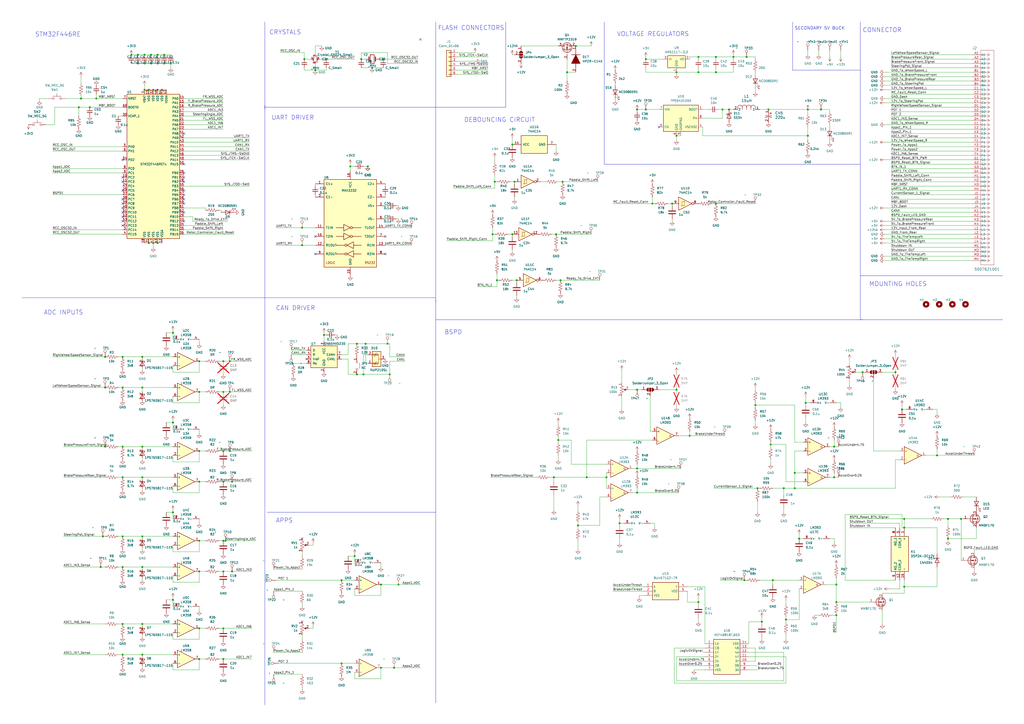
<source format=kicad_sch>
(kicad_sch (version 20231120) (generator "eeschema") (generator_version "8.0")
  (paper "A2")
  (lib_symbols
    (symbol "+12V_1" (power) (pin_names (offset 0))
      (property "Value" "+12V_1" (at 0 3.556 0))
      (symbol "+12V_1_1_1"
        (pin power_in line (at 0 0 90) (length 0) hide (name "+12V") (number "1"))
      )
    )
    (symbol "+12V_10" (power) (pin_names (offset 0))
      (property "Value" "+12V_10" (at 0 3.556 0))
      (symbol "+12V_10_1_1"
        (pin power_in line (at 0 0 90) (length 0) hide (name "+12V") (number "1"))
      )
    )
    (symbol "+12V_11" (power) (pin_names (offset 0))
      (property "Value" "+12V_11" (at 0 3.556 0))
      (symbol "+12V_11_1_1"
        (pin power_in line (at 0 0 90) (length 0) hide (name "+12V") (number "1"))
      )
    )
    (symbol "+12V_12" (power) (pin_names (offset 0))
      (property "Value" "+12V_12" (at 0 3.556 0))
      (symbol "+12V_12_1_1"
        (pin power_in line (at 0 0 90) (length 0) hide (name "+12V") (number "1"))
      )
    )
    (symbol "+12V_13" (power) (pin_names (offset 0))
      (property "Value" "+12V_13" (at 0 3.556 0))
      (symbol "+12V_13_1_1"
        (pin power_in line (at 0 0 90) (length 0) hide (name "+12V") (number "1"))
      )
    )
    (symbol "+12V_14" (power) (pin_names (offset 0))
      (property "Value" "+12V_14" (at 0 3.556 0))
      (symbol "+12V_14_1_1"
        (pin power_in line (at 0 0 90) (length 0) hide (name "+12V") (number "1"))
      )
    )
    (symbol "+12V_15" (power) (pin_names (offset 0))
      (property "Value" "+12V_15" (at 0 3.556 0))
      (symbol "+12V_15_1_1"
        (pin power_in line (at 0 0 90) (length 0) hide (name "+12V") (number "1"))
      )
    )
    (symbol "+12V_16" (power) (pin_names (offset 0))
      (property "Value" "+12V_16" (at 0 3.556 0))
      (symbol "+12V_16_1_1"
        (pin power_in line (at 0 0 90) (length 0) hide (name "+12V") (number "1"))
      )
    )
    (symbol "+12V_17" (power) (pin_names (offset 0))
      (property "Value" "+12V_17" (at 0 3.556 0))
      (symbol "+12V_17_1_1"
        (pin power_in line (at 0 0 90) (length 0) hide (name "+12V") (number "1"))
      )
    )
    (symbol "+12V_18" (power) (pin_names (offset 0))
      (property "Value" "+12V_18" (at 0 3.556 0))
      (symbol "+12V_18_1_1"
        (pin power_in line (at 0 0 90) (length 0) hide (name "+12V") (number "1"))
      )
    )
    (symbol "+12V_2" (power) (pin_names (offset 0))
      (property "Value" "+12V_2" (at 0 3.556 0))
      (symbol "+12V_2_1_1"
        (pin power_in line (at 0 0 90) (length 0) hide (name "+12V") (number "1"))
      )
    )
    (symbol "+12V_3" (power) (pin_names (offset 0))
      (property "Value" "+12V_3" (at 0 3.556 0))
      (symbol "+12V_3_1_1"
        (pin power_in line (at 0 0 90) (length 0) hide (name "+12V") (number "1"))
      )
    )
    (symbol "+12V_4" (power) (pin_names (offset 0))
      (property "Value" "+12V_4" (at 0 3.556 0))
      (symbol "+12V_4_1_1"
        (pin power_in line (at 0 0 90) (length 0) hide (name "+12V") (number "1"))
      )
    )
    (symbol "+12V_6" (power) (pin_names (offset 0))
      (property "Value" "+12V_6" (at 0 3.556 0))
      (symbol "+12V_6_1_1"
        (pin power_in line (at 0 0 90) (length 0) hide (name "+12V") (number "1"))
      )
    )
    (symbol "+12V_7" (power) (pin_names (offset 0))
      (property "Value" "+12V_7" (at 0 3.556 0))
      (symbol "+12V_7_1_1"
        (pin power_in line (at 0 0 90) (length 0) hide (name "+12V") (number "1"))
      )
    )
    (symbol "+12V_8" (power) (pin_names (offset 0))
      (property "Value" "+12V_8" (at 0 3.556 0))
      (symbol "+12V_8_1_1"
        (pin power_in line (at 0 0 90) (length 0) hide (name "+12V") (number "1"))
      )
    )
    (symbol "+12V_9" (power) (pin_names (offset 0))
      (property "Value" "+12V_9" (at 0 3.556 0))
      (symbol "+12V_9_1_1"
        (pin power_in line (at 0 0 90) (length 0) hide (name "+12V") (number "1"))
      )
    )
    (symbol "+3V3_1" (power) (pin_names (offset 0))
      (property "Value" "+3V3_1" (at 0 3.556 0))
      (symbol "+3V3_1_1_1"
        (pin power_in line (at 0 0 90) (length 0) hide (name "+3V3") (number "1"))
      )
    )
    (symbol "+5V_2" (power) (pin_names (offset 0))
      (property "Value" "+5V_2" (at 0 3.556 0))
      (symbol "+5V_2_1_1"
        (pin power_in line (at 0 0 90) (length 0) hide (name "+5V") (number "1"))
      )
    )
    (symbol "10TPB220M:10TPB220M" (pin_names (offset 0.254))
      (property "Reference" "C" (at 3.81 3.81 0))
      (property "Value" "10TPB220M" (at 3.81 -3.81 0))
      (symbol "10TPB220M_1_1"
        (pin unspecified line (at 0 0 0) (length 2.54) (name "") (number "1"))
        (pin unspecified line (at 7.62 0 180) (length 2.54) (name "") (number "2"))
      )
      (symbol "10TPB220M_1_2"
        (pin unspecified line (at 0 -7.62 90) (length 2.54) (name "") (number "1"))
        (pin unspecified line (at 0 0 270) (length 2.54) (name "") (number "2"))
      )
    )
    (symbol "1PS76SB17_115:1PS76SB17_115" (pin_names (offset 1.016))
      (property "Reference" "D" (at -2.2905 1.9088 0))
      (property "Value" "1PS76SB17_115" (at -2.2882 -3.4323 0))
      (symbol "1PS76SB17_115_0_0"
        (pin passive line (at 2.54 0 180) (length 2.54) (name "~") (number "1"))
        (pin passive line (at -2.54 0 0) (length 2.54) (name "~") (number "2"))
      )
    )
    (symbol "74xx:74HC14" (pin_names (offset 1.016))
      (property "Reference" "U" (at 0 1.27 0))
      (property "Value" "74HC14" (at 0 -1.27 0))
      (symbol "74HC14_1_0"
        (pin input line (at -7.62 0 0) (length 3.81) (name "~") (number "1"))
        (pin output inverted (at 7.62 0 180) (length 3.81) (name "~") (number "2"))
      )
      (symbol "74HC14_2_0"
        (pin input line (at -7.62 0 0) (length 3.81) (name "~") (number "3"))
        (pin output inverted (at 7.62 0 180) (length 3.81) (name "~") (number "4"))
      )
      (symbol "74HC14_3_0"
        (pin input line (at -7.62 0 0) (length 3.81) (name "~") (number "5"))
        (pin output inverted (at 7.62 0 180) (length 3.81) (name "~") (number "6"))
      )
      (symbol "74HC14_4_0"
        (pin output inverted (at 7.62 0 180) (length 3.81) (name "~") (number "8"))
        (pin input line (at -7.62 0 0) (length 3.81) (name "~") (number "9"))
      )
      (symbol "74HC14_5_0"
        (pin output inverted (at 7.62 0 180) (length 3.81) (name "~") (number "10"))
        (pin input line (at -7.62 0 0) (length 3.81) (name "~") (number "11"))
      )
      (symbol "74HC14_6_0"
        (pin output inverted (at 7.62 0 180) (length 3.81) (name "~") (number "12"))
        (pin input line (at -7.62 0 0) (length 3.81) (name "~") (number "13"))
      )
      (symbol "74HC14_7_0"
        (pin power_in line (at 0 12.7 270) (length 5.08) (name "VCC") (number "14"))
        (pin power_in line (at 0 -12.7 90) (length 5.08) (name "GND") (number "7"))
      )
    )
    (symbol "Amplifier_Operational:LM358" (pin_names (offset 0.127))
      (property "Reference" "U" (at 0 5.08 0))
      (property "Value" "LM358" (at 0 -5.08 0))
      (symbol "LM358_1_1"
        (pin output line (at 7.62 0 180) (length 2.54) (name "~") (number "1"))
        (pin input line (at -7.62 -2.54 0) (length 2.54) (name "-") (number "2"))
        (pin input line (at -7.62 2.54 0) (length 2.54) (name "+") (number "3"))
      )
      (symbol "LM358_2_1"
        (pin input line (at -7.62 2.54 0) (length 2.54) (name "+") (number "5"))
        (pin input line (at -7.62 -2.54 0) (length 2.54) (name "-") (number "6"))
        (pin output line (at 7.62 0 180) (length 2.54) (name "~") (number "7"))
      )
      (symbol "LM358_3_1"
        (pin power_in line (at -2.54 -7.62 90) (length 3.81) (name "V-") (number "4"))
        (pin power_in line (at -2.54 7.62 270) (length 3.81) (name "V+") (number "8"))
      )
    )
    (symbol "BU4S71G2-TR:BU4S71G2-TR"
      (property "Reference" "IC" (at 21.59 7.62 0))
      (property "Value" "BU4S71G2-TR" (at 21.59 5.08 0))
      (symbol "BU4S71G2-TR_1_1"
        (pin input line (at 0 0 0) (length 5.08) (name "A") (number "1"))
        (pin input line (at 0 -2.54 0) (length 5.08) (name "B") (number "2"))
        (pin power_in line (at 0 -5.08 0) (length 5.08) (name "VSS") (number "3"))
        (pin output line (at 25.4 0 180) (length 5.08) (name "Y") (number "4"))
        (pin power_in line (at 25.4 -2.54 180) (length 5.08) (name "VDD") (number "5"))
      )
    )
    (symbol "CDRH104RNP:CDRH104RNP-150NC" (pin_names (offset 0.254))
      (property "Reference" "L" (at 6.985 5.08 0))
      (property "Value" "CDRH104RNP-150NC" (at 6.985 -2.54 0))
      (symbol "CDRH104RNP-150NC_1_1"
        (pin unspecified line (at 15.24 0 180) (length 2.54) (name "1") (number "1"))
        (pin unspecified line (at 0 0 0) (length 2.54) (name "2") (number "2"))
      )
      (symbol "CDRH104RNP-150NC_1_2"
        (pin unspecified line (at 0 15.24 270) (length 2.54) (name "1") (number "1"))
        (pin unspecified line (at 0 0 90) (length 2.54) (name "2") (number "2"))
      )
    )
    (symbol "Comparator:LM393" (pin_names (offset 0.127))
      (property "Reference" "U" (at 3.81 3.81 0))
      (property "Value" "LM393" (at 6.35 -3.81 0))
      (symbol "LM393_1_1"
        (pin open_collector line (at 7.62 0 180) (length 2.54) (name "~") (number "1"))
        (pin input line (at -7.62 -2.54 0) (length 2.54) (name "-") (number "2"))
        (pin input line (at -7.62 2.54 0) (length 2.54) (name "+") (number "3"))
      )
      (symbol "LM393_2_1"
        (pin input line (at -7.62 2.54 0) (length 2.54) (name "+") (number "5"))
        (pin input line (at -7.62 -2.54 0) (length 2.54) (name "_") (number "6"))
        (pin open_collector line (at 7.62 0 180) (length 2.54) (name "~") (number "7"))
      )
      (symbol "LM393_3_1"
        (pin power_in line (at -2.54 -7.62 90) (length 3.81) (name "V-") (number "4"))
        (pin power_in line (at -2.54 7.62 270) (length 3.81) (name "V+") (number "8"))
      )
    )
    (symbol "Connector:TestPoint" (pin_numbers hide) (pin_names (offset 0.762) hide)
      (property "Reference" "TP" (at 0 6.858 0))
      (property "Value" "TestPoint" (at 0 5.08 0))
      (symbol "TestPoint_1_1"
        (pin passive line (at 0 0 90) (length 2.54) (name "1") (number "1"))
      )
    )
    (symbol "Connector_Generic:Conn_01x06" (pin_names (offset 1.016) hide)
      (property "Reference" "J" (at 0 7.62 0))
      (property "Value" "Conn_01x06" (at 0 -10.16 0))
      (symbol "Conn_01x06_1_1"
        (pin passive line (at -5.08 5.08 0) (length 3.81) (name "Pin_1") (number "1"))
        (pin passive line (at -5.08 2.54 0) (length 3.81) (name "Pin_2") (number "2"))
        (pin passive line (at -5.08 0 0) (length 3.81) (name "Pin_3") (number "3"))
        (pin passive line (at -5.08 -2.54 0) (length 3.81) (name "Pin_4") (number "4"))
        (pin passive line (at -5.08 -5.08 0) (length 3.81) (name "Pin_5") (number "5"))
        (pin passive line (at -5.08 -7.62 0) (length 3.81) (name "Pin_6") (number "6"))
      )
    )
    (symbol "Custom_Library:5007621001" (pin_names (offset 0.254))
      (property "Reference" "J" (at 8.89 6.35 0))
      (property "Value" "5007621001" (at 0 0 0))
      (symbol "5007621001_1_1"
        (pin unspecified line (at 0 0 0) (length 5.08) (name "A1") (number "A1"))
        (pin unspecified line (at 0 -2.54 0) (length 5.08) (name "A2") (number "A2"))
        (pin unspecified line (at 0 -5.08 0) (length 5.08) (name "A3") (number "A3"))
        (pin unspecified line (at 0 -7.62 0) (length 5.08) (name "A4") (number "A4"))
        (pin unspecified line (at 0 -10.16 0) (length 5.08) (name "B1") (number "B1"))
        (pin unspecified line (at 0 -12.7 0) (length 5.08) (name "B2") (number "B2"))
        (pin unspecified line (at 0 -15.24 0) (length 5.08) (name "B3") (number "B3"))
        (pin unspecified line (at 0 -17.78 0) (length 5.08) (name "B4") (number "B4"))
        (pin unspecified line (at 0 -20.32 0) (length 5.08) (name "C1") (number "C1"))
        (pin unspecified line (at 0 -22.86 0) (length 5.08) (name "C2") (number "C2"))
        (pin unspecified line (at 0 -25.4 0) (length 5.08) (name "C3") (number "C3"))
        (pin unspecified line (at 0 -27.94 0) (length 5.08) (name "C4") (number "C4"))
        (pin unspecified line (at 0 -30.48 0) (length 5.08) (name "D1") (number "D1"))
        (pin unspecified line (at 0 -33.02 0) (length 5.08) (name "D2") (number "D2"))
        (pin unspecified line (at 0 -35.56 0) (length 5.08) (name "D3") (number "D3"))
        (pin unspecified line (at 0 -38.1 0) (length 5.08) (name "D4") (number "D4"))
        (pin unspecified line (at 0 -40.64 0) (length 5.08) (name "E1") (number "E1"))
        (pin unspecified line (at 0 -43.18 0) (length 5.08) (name "E2") (number "E2"))
        (pin unspecified line (at 0 -45.72 0) (length 5.08) (name "E3") (number "E3"))
        (pin unspecified line (at 0 -48.26 0) (length 5.08) (name "E4") (number "E4"))
        (pin unspecified line (at 0 -50.8 0) (length 5.08) (name "F1") (number "F1"))
        (pin unspecified line (at 0 -53.34 0) (length 5.08) (name "F2") (number "F2"))
        (pin unspecified line (at 0 -55.88 0) (length 5.08) (name "F3") (number "F3"))
        (pin unspecified line (at 0 -58.42 0) (length 5.08) (name "F4") (number "F4"))
        (pin unspecified line (at 0 -60.96 0) (length 5.08) (name "G1") (number "G1"))
        (pin unspecified line (at 0 -63.5 0) (length 5.08) (name "G2") (number "G2"))
        (pin unspecified line (at 0 -66.04 0) (length 5.08) (name "G3") (number "G3"))
        (pin unspecified line (at 0 -68.58 0) (length 5.08) (name "G4") (number "G4"))
        (pin unspecified line (at 0 -71.12 0) (length 5.08) (name "H1") (number "H1"))
        (pin unspecified line (at 0 -73.66 0) (length 5.08) (name "H2") (number "H2"))
        (pin unspecified line (at 0 -76.2 0) (length 5.08) (name "H3") (number "H3"))
        (pin unspecified line (at 0 -78.74 0) (length 5.08) (name "H4") (number "H4"))
        (pin unspecified line (at 0 -81.28 0) (length 5.08) (name "J1") (number "J1"))
        (pin unspecified line (at 0 -83.82 0) (length 5.08) (name "J2") (number "J2"))
        (pin unspecified line (at 0 -86.36 0) (length 5.08) (name "J3") (number "J3"))
        (pin unspecified line (at 0 -88.9 0) (length 5.08) (name "J4") (number "J4"))
        (pin unspecified line (at 0 -91.44 0) (length 5.08) (name "K1") (number "K1"))
        (pin unspecified line (at 0 -93.98 0) (length 5.08) (name "K2") (number "K2"))
        (pin unspecified line (at 0 -96.52 0) (length 5.08) (name "K3") (number "K3"))
        (pin unspecified line (at 0 -99.06 0) (length 5.08) (name "K4") (number "K4"))
        (pin unspecified line (at 0 -101.6 0) (length 5.08) (name "L1") (number "L1"))
        (pin unspecified line (at 0 -104.14 0) (length 5.08) (name "L2") (number "L2"))
        (pin unspecified line (at 0 -106.68 0) (length 5.08) (name "L3") (number "L3"))
        (pin unspecified line (at 0 -109.22 0) (length 5.08) (name "L4") (number "L4"))
        (pin unspecified line (at 0 -111.76 0) (length 5.08) (name "M1") (number "M1"))
        (pin unspecified line (at 0 -114.3 0) (length 5.08) (name "M2") (number "M2"))
        (pin unspecified line (at 0 -116.84 0) (length 5.08) (name "M3") (number "M3"))
        (pin unspecified line (at 0 -119.38 0) (length 5.08) (name "M4") (number "M4"))
      )
      (symbol "5007621001_1_2"
        (pin unspecified line (at 0 0 0) (length 5.08) (name "A1") (number "A1"))
        (pin unspecified line (at 0 -2.54 0) (length 5.08) (name "A2") (number "A2"))
        (pin unspecified line (at 0 -5.08 0) (length 5.08) (name "A3") (number "A3"))
        (pin unspecified line (at 0 -7.62 0) (length 5.08) (name "A4") (number "A4"))
        (pin unspecified line (at 0 -10.16 0) (length 5.08) (name "B1") (number "B1"))
        (pin unspecified line (at 0 -12.7 0) (length 5.08) (name "B2") (number "B2"))
        (pin unspecified line (at 0 -15.24 0) (length 5.08) (name "B3") (number "B3"))
        (pin unspecified line (at 0 -17.78 0) (length 5.08) (name "B4") (number "B4"))
        (pin unspecified line (at 0 -20.32 0) (length 5.08) (name "C1") (number "C1"))
        (pin unspecified line (at 0 -22.86 0) (length 5.08) (name "C2") (number "C2"))
        (pin unspecified line (at 0 -25.4 0) (length 5.08) (name "C3") (number "C3"))
        (pin unspecified line (at 0 -27.94 0) (length 5.08) (name "C4") (number "C4"))
        (pin unspecified line (at 0 -30.48 0) (length 5.08) (name "D1") (number "D1"))
        (pin unspecified line (at 0 -33.02 0) (length 5.08) (name "D2") (number "D2"))
        (pin unspecified line (at 0 -35.56 0) (length 5.08) (name "D3") (number "D3"))
        (pin unspecified line (at 0 -38.1 0) (length 5.08) (name "D4") (number "D4"))
        (pin unspecified line (at 0 -40.64 0) (length 5.08) (name "E1") (number "E1"))
        (pin unspecified line (at 0 -43.18 0) (length 5.08) (name "E2") (number "E2"))
        (pin unspecified line (at 0 -45.72 0) (length 5.08) (name "E3") (number "E3"))
        (pin unspecified line (at 0 -48.26 0) (length 5.08) (name "E4") (number "E4"))
        (pin unspecified line (at 0 -50.8 0) (length 5.08) (name "F1") (number "F1"))
        (pin unspecified line (at 0 -53.34 0) (length 5.08) (name "F2") (number "F2"))
        (pin unspecified line (at 0 -55.88 0) (length 5.08) (name "F3") (number "F3"))
        (pin unspecified line (at 0 -58.42 0) (length 5.08) (name "F4") (number "F4"))
        (pin unspecified line (at 0 -60.96 0) (length 5.08) (name "G1") (number "G1"))
        (pin unspecified line (at 0 -63.5 0) (length 5.08) (name "G2") (number "G2"))
        (pin unspecified line (at 0 -66.04 0) (length 5.08) (name "G3") (number "G3"))
        (pin unspecified line (at 0 -68.58 0) (length 5.08) (name "G4") (number "G4"))
        (pin unspecified line (at 0 -71.12 0) (length 5.08) (name "H1") (number "H1"))
        (pin unspecified line (at 0 -73.66 0) (length 5.08) (name "H2") (number "H2"))
        (pin unspecified line (at 0 -76.2 0) (length 5.08) (name "H3") (number "H3"))
        (pin unspecified line (at 0 -78.74 0) (length 5.08) (name "H4") (number "H4"))
        (pin unspecified line (at 0 -81.28 0) (length 5.08) (name "J1") (number "J1"))
        (pin unspecified line (at 0 -83.82 0) (length 5.08) (name "J2") (number "J2"))
        (pin unspecified line (at 0 -86.36 0) (length 5.08) (name "J3") (number "J3"))
        (pin unspecified line (at 0 -88.9 0) (length 5.08) (name "J4") (number "J4"))
        (pin unspecified line (at 0 -91.44 0) (length 5.08) (name "K1") (number "K1"))
        (pin unspecified line (at 0 -93.98 0) (length 5.08) (name "K2") (number "K2"))
        (pin unspecified line (at 0 -96.52 0) (length 5.08) (name "K3") (number "K3"))
        (pin unspecified line (at 0 -99.06 0) (length 5.08) (name "K4") (number "K4"))
        (pin unspecified line (at 0 -101.6 0) (length 5.08) (name "L1") (number "L1"))
        (pin unspecified line (at 0 -104.14 0) (length 5.08) (name "L2") (number "L2"))
        (pin unspecified line (at 0 -106.68 0) (length 5.08) (name "L3") (number "L3"))
        (pin unspecified line (at 0 -109.22 0) (length 5.08) (name "L4") (number "L4"))
        (pin unspecified line (at 0 -111.76 0) (length 5.08) (name "M1") (number "M1"))
        (pin unspecified line (at 0 -114.3 0) (length 5.08) (name "M2") (number "M2"))
        (pin unspecified line (at 0 -116.84 0) (length 5.08) (name "M3") (number "M3"))
        (pin unspecified line (at 0 -119.38 0) (length 5.08) (name "M4") (number "M4"))
      )
    )
    (symbol "DSP2A-DC12V:DSP2A-DC12V"
      (property "Reference" "K" (at 26.67 7.62 0))
      (property "Value" "DSP2A-DC12V" (at 26.67 5.08 0))
      (symbol "DSP2A-DC12V_1_1"
        (pin passive line (at 30.48 -5.08 180) (length 5.08) (name "+") (number "1"))
        (pin passive line (at 0 -2.54 0) (length 5.08) (name "COM_2") (number "12"))
        (pin passive line (at 0 -5.08 0) (length 5.08) (name "-") (number "16"))
        (pin passive line (at 30.48 -2.54 180) (length 5.08) (name "COM_1") (number "5"))
        (pin passive line (at 30.48 0 180) (length 5.08) (name "NO_1") (number "8"))
        (pin passive line (at 0 0 0) (length 5.08) (name "NO_2") (number "9"))
      )
    )
    (symbol "Device:C" (pin_numbers hide) (pin_names (offset 0.254))
      (property "Reference" "C" (at 0.635 2.54 0))
      (property "Value" "C" (at 0.635 -2.54 0))
      (symbol "C_1_1"
        (pin passive line (at 0 3.81 270) (length 2.794) (name "~") (number "1"))
        (pin passive line (at 0 -3.81 90) (length 2.794) (name "~") (number "2"))
      )
    )
    (symbol "Device:C_Small" (pin_numbers hide) (pin_names (offset 0.254) hide)
      (property "Reference" "C" (at 0.254 1.778 0))
      (property "Value" "C_Small" (at 0.254 -2.032 0))
      (symbol "C_Small_1_1"
        (pin passive line (at 0 2.54 270) (length 2.032) (name "~") (number "1"))
        (pin passive line (at 0 -2.54 90) (length 2.032) (name "~") (number "2"))
      )
    )
    (symbol "Device:Crystal" (pin_numbers hide) (pin_names (offset 1.016) hide)
      (property "Reference" "Y" (at 0 3.81 0))
      (property "Value" "Crystal" (at 0 -3.81 0))
      (symbol "Crystal_1_1"
        (pin passive line (at -3.81 0 0) (length 1.27) (name "1") (number "1"))
        (pin passive line (at 3.81 0 180) (length 1.27) (name "2") (number "2"))
      )
    )
    (symbol "Device:Crystal_GND24_Small" (pin_names (offset 1.016) hide)
      (property "Reference" "Y" (at 1.27 4.445 0))
      (property "Value" "Crystal_GND24_Small" (at 1.27 2.54 0))
      (symbol "Crystal_GND24_Small_1_1"
        (pin passive line (at -2.54 0 0) (length 1.27) (name "1") (number "1"))
        (pin passive line (at 0 -2.54 90) (length 0.635) (name "2") (number "2"))
        (pin passive line (at 2.54 0 180) (length 1.27) (name "3") (number "3"))
        (pin passive line (at 0 2.54 270) (length 0.635) (name "4") (number "4"))
      )
    )
    (symbol "Device:LED" (pin_numbers hide) (pin_names (offset 1.016) hide)
      (property "Reference" "D" (at 0 2.54 0))
      (property "Value" "LED" (at 0 -2.54 0))
      (symbol "LED_1_1"
        (pin passive line (at -3.81 0 0) (length 2.54) (name "K") (number "1"))
        (pin passive line (at 3.81 0 180) (length 2.54) (name "A") (number "2"))
      )
    )
    (symbol "Device:R_Potentiometer_US" (pin_names (offset 1.016) hide)
      (property "Reference" "RV" (at -4.445 0 90))
      (property "Value" "R_Potentiometer_US" (at -2.54 0 90))
      (symbol "R_Potentiometer_US_1_1"
        (pin passive line (at 0 3.81 270) (length 1.27) (name "1") (number "1"))
        (pin passive line (at 3.81 0 180) (length 1.27) (name "2") (number "2"))
        (pin passive line (at 0 -3.81 90) (length 1.27) (name "3") (number "3"))
      )
    )
    (symbol "Device:R_US" (pin_numbers hide) (pin_names (offset 0))
      (property "Reference" "R" (at 2.54 0 90))
      (property "Value" "R_US" (at -2.54 0 90))
      (symbol "R_US_1_1"
        (pin passive line (at 0 3.81 270) (length 1.27) (name "~") (number "1"))
        (pin passive line (at 0 -3.81 90) (length 1.27) (name "~") (number "2"))
      )
    )
    (symbol "Diode:1N4004" (pin_numbers hide) (pin_names (offset 1.016) hide)
      (property "Reference" "D" (at 0 2.54 0))
      (property "Value" "1N4004" (at 0 -2.54 0))
      (symbol "1N4004_1_1"
        (pin passive line (at -3.81 0 0) (length 2.54) (name "K") (number "1"))
        (pin passive line (at 3.81 0 180) (length 2.54) (name "A") (number "2"))
      )
    )
    (symbol "Diode:B340" (pin_numbers hide) (pin_names (offset 1.016) hide)
      (property "Reference" "D" (at 0 2.54 0))
      (property "Value" "B340" (at 0 -2.54 0))
      (symbol "B340_1_1"
        (pin passive line (at -3.81 0 0) (length 2.54) (name "K") (number "1"))
        (pin passive line (at 3.81 0 180) (length 2.54) (name "A") (number "2"))
      )
    )
    (symbol "GND_1" (power) (pin_names (offset 0))
      (property "Value" "GND_1" (at 0 -3.81 0))
      (symbol "GND_1_1_1"
        (pin power_in line (at 0 0 270) (length 0) hide (name "GND") (number "1"))
      )
    )
    (symbol "GND_2" (power) (pin_names (offset 0))
      (property "Value" "GND_2" (at 0 -3.81 0))
      (symbol "GND_2_1_1"
        (pin power_in line (at 0 0 270) (length 0) hide (name "GND") (number "1"))
      )
    )
    (symbol "HEF4081BT_653:HEF4081BT,653"
      (property "Reference" "IC" (at 21.59 7.62 0))
      (property "Value" "HEF4081BT,653" (at 21.59 5.08 0))
      (symbol "HEF4081BT,653_1_1"
        (pin passive line (at 0 0 0) (length 5.08) (name "1A") (number "1"))
        (pin passive line (at 25.4 -10.16 180) (length 5.08) (name "3Y") (number "10"))
        (pin passive line (at 25.4 -7.62 180) (length 5.08) (name "4Y") (number "11"))
        (pin passive line (at 25.4 -5.08 180) (length 5.08) (name "4A") (number "12"))
        (pin passive line (at 25.4 -2.54 180) (length 5.08) (name "4B") (number "13"))
        (pin passive line (at 25.4 0 180) (length 5.08) (name "VDD") (number "14"))
        (pin passive line (at 0 -2.54 0) (length 5.08) (name "1B") (number "2"))
        (pin passive line (at 0 -5.08 0) (length 5.08) (name "1Y") (number "3"))
        (pin passive line (at 0 -7.62 0) (length 5.08) (name "2Y") (number "4"))
        (pin passive line (at 0 -10.16 0) (length 5.08) (name "2A") (number "5"))
        (pin passive line (at 0 -12.7 0) (length 5.08) (name "2B") (number "6"))
        (pin passive line (at 0 -15.24 0) (length 5.08) (name "VSS") (number "7"))
        (pin passive line (at 25.4 -15.24 180) (length 5.08) (name "3A") (number "8"))
        (pin passive line (at 25.4 -12.7 180) (length 5.08) (name "3B") (number "9"))
      )
    )
    (symbol "HPZR-C14X:HPZR-C14X" (pin_names hide)
      (property "Reference" "D" (at 11.43 5.08 0))
      (property "Value" "HPZR-C14X" (at 11.43 2.54 0))
      (symbol "HPZR-C14X_1_1"
        (pin passive line (at 0 0 0) (length 2.54) (name "K") (number "1"))
        (pin passive line (at 15.24 0 180) (length 2.54) (name "A") (number "2"))
      )
    )
    (symbol "Interface_CAN_LIN:SN65HVD230" (pin_names (offset 1.016))
      (property "Reference" "U" (at -2.54 10.16 0))
      (property "Value" "SN65HVD230" (at -2.54 7.62 0))
      (symbol "SN65HVD230_1_1"
        (pin input line (at -10.16 2.54 0) (length 2.54) (name "D") (number "1"))
        (pin power_in line (at 0 -10.16 90) (length 2.54) (name "GND") (number "2"))
        (pin power_in line (at 0 7.62 270) (length 2.54) (name "VCC") (number "3"))
        (pin output line (at -10.16 0 0) (length 2.54) (name "R") (number "4"))
        (pin output line (at -10.16 -2.54 0) (length 2.54) (name "Vref") (number "5"))
        (pin bidirectional line (at 10.16 -2.54 180) (length 2.54) (name "CANL") (number "6"))
        (pin bidirectional line (at 10.16 0 180) (length 2.54) (name "CANH") (number "7"))
        (pin input line (at -10.16 -5.08 0) (length 2.54) (name "Rs") (number "8"))
      )
    )
    (symbol "Interface_UART:MAX3232" (pin_names (offset 1.016))
      (property "Reference" "U" (at -2.54 28.575 0))
      (property "Value" "MAX3232" (at -2.54 26.67 0))
      (symbol "MAX3232_0_0"
        (text "LOGIC" (at -11.43 -22.86 0) (effects (font (size 1.27 1.27))))
        (text "RS232" (at 11.43 -22.86 0) (effects (font (size 1.27 1.27))))
      )
      (symbol "MAX3232_1_1"
        (pin passive line (at -20.32 22.86 0) (length 5.08) (name "C1+") (number "1"))
        (pin input line (at -20.32 -7.62 0) (length 5.08) (name "T2IN") (number "10"))
        (pin input line (at -20.32 -2.54 0) (length 5.08) (name "T1IN") (number "11"))
        (pin output line (at -20.32 -12.7 0) (length 5.08) (name "R1OUT") (number "12"))
        (pin input line (at 20.32 -12.7 180) (length 5.08) (name "R1IN") (number "13"))
        (pin output line (at 20.32 -2.54 180) (length 5.08) (name "T1OUT") (number "14"))
        (pin power_in line (at 0 -30.48 90) (length 5.08) (name "GND") (number "15"))
        (pin power_in line (at 0 30.48 270) (length 5.08) (name "VCC") (number "16"))
        (pin power_out line (at 20.32 10.16 180) (length 5.08) (name "VS+") (number "2"))
        (pin passive line (at -20.32 15.24 0) (length 5.08) (name "C1-") (number "3"))
        (pin passive line (at 20.32 22.86 180) (length 5.08) (name "C2+") (number "4"))
        (pin passive line (at 20.32 15.24 180) (length 5.08) (name "C2-") (number "5"))
        (pin power_out line (at 20.32 2.54 180) (length 5.08) (name "VS-") (number "6"))
        (pin output line (at 20.32 -7.62 180) (length 5.08) (name "T2OUT") (number "7"))
        (pin input line (at 20.32 -17.78 180) (length 5.08) (name "R2IN") (number "8"))
        (pin output line (at -20.32 -17.78 0) (length 5.08) (name "R2OUT") (number "9"))
      )
    )
    (symbol "Jumper:Jumper_2_Open" (pin_names (offset 0) hide)
      (property "Reference" "JP" (at 0 2.794 0))
      (property "Value" "Jumper_2_Open" (at 0 -2.286 0))
      (symbol "Jumper_2_Open_1_1"
        (pin passive line (at -5.08 0 0) (length 2.54) (name "A") (number "1"))
        (pin passive line (at 5.08 0 180) (length 2.54) (name "B") (number "2"))
      )
    )
    (symbol "Jumper:SolderJumper_3_Open" (pin_names (offset 0) hide)
      (property "Reference" "JP" (at -2.54 -2.54 0))
      (property "Value" "SolderJumper_3_Open" (at 0 2.794 0))
      (symbol "SolderJumper_3_Open_1_1"
        (pin passive line (at -5.08 0 0) (length 2.54) (name "A") (number "1"))
        (pin passive line (at 0 -3.81 90) (length 2.54) (name "C") (number "2"))
        (pin passive line (at 5.08 0 180) (length 2.54) (name "B") (number "3"))
      )
    )
    (symbol "MCU_ST_STM32F4:STM32F446RETx"
      (property "Reference" "U" (at -15.24 41.91 0))
      (property "Value" "STM32F446RETx" (at 10.16 41.91 0))
      (symbol "STM32F446RETx_1_1"
        (pin power_in line (at -5.08 43.18 270) (length 2.54) (name "VBAT") (number "1"))
        (pin bidirectional line (at -17.78 -7.62 0) (length 2.54) (name "PC2") (number "10"))
        (pin bidirectional line (at -17.78 -10.16 0) (length 2.54) (name "PC3") (number "11"))
        (pin power_in line (at 5.08 -45.72 90) (length 2.54) (name "VSSA") (number "12"))
        (pin power_in line (at 7.62 43.18 270) (length 2.54) (name "VDDA") (number "13"))
        (pin bidirectional line (at 17.78 38.1 180) (length 2.54) (name "PA0") (number "14"))
        (pin bidirectional line (at 17.78 35.56 180) (length 2.54) (name "PA1") (number "15"))
        (pin bidirectional line (at 17.78 33.02 180) (length 2.54) (name "PA2") (number "16"))
        (pin bidirectional line (at 17.78 30.48 180) (length 2.54) (name "PA3") (number "17"))
        (pin power_in line (at -5.08 -45.72 90) (length 2.54) (name "VSS") (number "18"))
        (pin power_in line (at -2.54 43.18 270) (length 2.54) (name "VDD") (number "19"))
        (pin bidirectional line (at -17.78 -35.56 0) (length 2.54) (name "PC13") (number "2"))
        (pin bidirectional line (at 17.78 27.94 180) (length 2.54) (name "PA4") (number "20"))
        (pin bidirectional line (at 17.78 25.4 180) (length 2.54) (name "PA5") (number "21"))
        (pin bidirectional line (at 17.78 22.86 180) (length 2.54) (name "PA6") (number "22"))
        (pin bidirectional line (at 17.78 20.32 180) (length 2.54) (name "PA7") (number "23"))
        (pin bidirectional line (at -17.78 -12.7 0) (length 2.54) (name "PC4") (number "24"))
        (pin bidirectional line (at -17.78 -15.24 0) (length 2.54) (name "PC5") (number "25"))
        (pin bidirectional line (at 17.78 -5.08 180) (length 2.54) (name "PB0") (number "26"))
        (pin bidirectional line (at 17.78 -7.62 180) (length 2.54) (name "PB1") (number "27"))
        (pin bidirectional line (at 17.78 -10.16 180) (length 2.54) (name "PB2") (number "28"))
        (pin bidirectional line (at 17.78 -30.48 180) (length 2.54) (name "PB10") (number "29"))
        (pin bidirectional line (at -17.78 -38.1 0) (length 2.54) (name "PC14") (number "3"))
        (pin power_in line (at -17.78 27.94 0) (length 2.54) (name "VCAP_1") (number "30"))
        (pin power_in line (at -2.54 -45.72 90) (length 2.54) (name "VSS") (number "31"))
        (pin power_in line (at 0 43.18 270) (length 2.54) (name "VDD") (number "32"))
        (pin bidirectional line (at 17.78 -33.02 180) (length 2.54) (name "PB12") (number "33"))
        (pin bidirectional line (at 17.78 -35.56 180) (length 2.54) (name "PB13") (number "34"))
        (pin bidirectional line (at 17.78 -38.1 180) (length 2.54) (name "PB14") (number "35"))
        (pin bidirectional line (at 17.78 -40.64 180) (length 2.54) (name "PB15") (number "36"))
        (pin bidirectional line (at -17.78 -17.78 0) (length 2.54) (name "PC6") (number "37"))
        (pin bidirectional line (at -17.78 -20.32 0) (length 2.54) (name "PC7") (number "38"))
        (pin bidirectional line (at -17.78 -22.86 0) (length 2.54) (name "PC8") (number "39"))
        (pin bidirectional line (at -17.78 -40.64 0) (length 2.54) (name "PC15") (number "4"))
        (pin bidirectional line (at -17.78 -25.4 0) (length 2.54) (name "PC9") (number "40"))
        (pin bidirectional line (at 17.78 17.78 180) (length 2.54) (name "PA8") (number "41"))
        (pin bidirectional line (at 17.78 15.24 180) (length 2.54) (name "PA9") (number "42"))
        (pin bidirectional line (at 17.78 12.7 180) (length 2.54) (name "PA10") (number "43"))
        (pin bidirectional line (at 17.78 10.16 180) (length 2.54) (name "PA11") (number "44"))
        (pin bidirectional line (at 17.78 7.62 180) (length 2.54) (name "PA12") (number "45"))
        (pin bidirectional line (at 17.78 5.08 180) (length 2.54) (name "PA13") (number "46"))
        (pin power_in line (at 0 -45.72 90) (length 2.54) (name "VSS") (number "47"))
        (pin power_in line (at 2.54 43.18 270) (length 2.54) (name "VDD") (number "48"))
        (pin bidirectional line (at 17.78 2.54 180) (length 2.54) (name "PA14") (number "49"))
        (pin input line (at -17.78 10.16 0) (length 2.54) (name "PH0") (number "5"))
        (pin bidirectional line (at 17.78 0 180) (length 2.54) (name "PA15") (number "50"))
        (pin bidirectional line (at -17.78 -27.94 0) (length 2.54) (name "PC10") (number "51"))
        (pin bidirectional line (at -17.78 -30.48 0) (length 2.54) (name "PC11") (number "52"))
        (pin bidirectional line (at -17.78 -33.02 0) (length 2.54) (name "PC12") (number "53"))
        (pin bidirectional line (at -17.78 2.54 0) (length 2.54) (name "PD2") (number "54"))
        (pin bidirectional line (at 17.78 -12.7 180) (length 2.54) (name "PB3") (number "55"))
        (pin bidirectional line (at 17.78 -15.24 180) (length 2.54) (name "PB4") (number "56"))
        (pin bidirectional line (at 17.78 -17.78 180) (length 2.54) (name "PB5") (number "57"))
        (pin bidirectional line (at 17.78 -20.32 180) (length 2.54) (name "PB6") (number "58"))
        (pin bidirectional line (at 17.78 -22.86 180) (length 2.54) (name "PB7") (number "59"))
        (pin input line (at -17.78 7.62 0) (length 2.54) (name "PH1") (number "6"))
        (pin input line (at -17.78 33.02 0) (length 2.54) (name "BOOT0") (number "60"))
        (pin bidirectional line (at 17.78 -25.4 180) (length 2.54) (name "PB8") (number "61"))
        (pin bidirectional line (at 17.78 -27.94 180) (length 2.54) (name "PB9") (number "62"))
        (pin power_in line (at 2.54 -45.72 90) (length 2.54) (name "VSS") (number "63"))
        (pin power_in line (at 5.08 43.18 270) (length 2.54) (name "VDD") (number "64"))
        (pin input line (at -17.78 38.1 0) (length 2.54) (name "NRST") (number "7"))
        (pin bidirectional line (at -17.78 -2.54 0) (length 2.54) (name "PC0") (number "8"))
        (pin bidirectional line (at -17.78 -5.08 0) (length 2.54) (name "PC1") (number "9"))
      )
    )
    (symbol "Mechanical:MountingHole" (pin_names (offset 1.016))
      (property "Reference" "H" (at 0 5.08 0))
      (property "Value" "MountingHole" (at 0 3.175 0))
    )
    (symbol "Power_Protection:NUP2105L" (pin_names hide)
      (property "Reference" "D" (at 5.715 2.54 0))
      (property "Value" "NUP2105L" (at 5.715 0.635 0))
      (symbol "NUP2105L_0_0"
        (pin passive line (at 0 -5.08 90) (length 2.54) (name "A") (number "3"))
      )
      (symbol "NUP2105L_1_1"
        (pin passive line (at -2.54 5.08 270) (length 2.54) (name "K") (number "1"))
        (pin passive line (at 2.54 5.08 270) (length 2.54) (name "K") (number "2"))
      )
    )
    (symbol "Regulator_Linear:AMS1117-3.3"
      (property "Reference" "U" (at -3.81 3.175 0))
      (property "Value" "AMS1117-3.3" (at 0 3.175 0))
      (symbol "AMS1117-3.3_1_1"
        (pin power_in line (at 0 -7.62 90) (length 2.54) (name "GND") (number "1"))
        (pin power_out line (at 7.62 0 180) (length 2.54) (name "VO") (number "2"))
        (pin power_in line (at -7.62 0 0) (length 2.54) (name "VI") (number "3"))
      )
    )
    (symbol "Regulator_Switching:TPS5431DDA"
      (property "Reference" "U" (at -10.16 8.89 0))
      (property "Value" "TPS5431DDA" (at -1.27 8.89 0))
      (symbol "TPS5431DDA_1_1"
        (pin input line (at 12.7 5.08 180) (length 2.54) (name "BOOT") (number "1"))
        (pin no_connect line (at -10.16 2.54 0) (length 2.54) hide (name "NC") (number "2"))
        (pin no_connect line (at -10.16 -2.54 0) (length 2.54) hide (name "NC") (number "3"))
        (pin input line (at 12.7 -5.08 180) (length 2.54) (name "VSENSE") (number "4"))
        (pin input line (at -12.7 -5.08 0) (length 2.54) (name "EN") (number "5"))
        (pin power_in line (at -2.54 -10.16 90) (length 2.54) (name "GND") (number "6"))
        (pin power_in line (at -12.7 5.08 0) (length 2.54) (name "VIN") (number "7"))
        (pin output line (at 12.7 0 180) (length 2.54) (name "PH") (number "8"))
        (pin power_in line (at 0 -10.16 90) (length 2.54) (name "GNDPAD") (number "9"))
      )
    )
    (symbol "SW_MEC_5G_1" (pin_numbers hide) (pin_names (offset 1.016) hide)
      (property "Reference" "SW2" (at 0 7.62 0))
      (property "Value" "SW_MEC_5G" (at 0 5.08 0))
      (symbol "SW_MEC_5G_1_0_1"
        (pin passive line (at -5.08 0 0) (length 2.54) (name "A") (number "1"))
      )
      (symbol "SW_MEC_5G_1_1_1"
        (pin passive line (at 5.08 0 180) (length 2.54) (name "B") (number "2"))
      )
    )
    (symbol "Switch:SW_MEC_5G" (pin_numbers hide) (pin_names (offset 1.016) hide)
      (property "Reference" "SW1" (at -1.27 5.08 0))
      (property "Value" "SW_MEC_5G" (at -1.27 7.62 0))
      (symbol "SW_MEC_5G_1_1"
        (pin passive line (at -5.08 0 0) (length 2.54) (name "A") (number "1"))
        (pin passive line (at 5.08 0 180) (length 2.54) (name "B") (number "2"))
      )
    )
    (symbol "Transistor_FET:MMBF170" (pin_names hide)
      (property "Reference" "Q" (at 5.08 1.905 0))
      (property "Value" "MMBF170" (at 5.08 0 0))
      (symbol "MMBF170_1_1"
        (pin input line (at -5.08 0 0) (length 2.54) (name "G") (number "1"))
        (pin passive line (at 2.54 -5.08 90) (length 2.54) (name "S") (number "2"))
        (pin passive line (at 2.54 5.08 270) (length 2.54) (name "D") (number "3"))
      )
    )
    (symbol "Transistor_FET:TP0610T" (pin_names hide)
      (property "Reference" "Q" (at 5.08 1.905 0))
      (property "Value" "TP0610T" (at 5.08 0 0))
      (symbol "TP0610T_1_1"
        (pin input line (at -5.08 0 0) (length 2.54) (name "G") (number "1"))
        (pin passive line (at 2.54 -5.08 90) (length 2.54) (name "S") (number "2"))
        (pin passive line (at 2.54 5.08 270) (length 2.54) (name "D") (number "3"))
      )
    )
    (symbol "power:+12V" (power) (pin_names (offset 0))
      (property "Value" "+12V" (at 0 3.556 0))
      (symbol "+12V_1_1"
        (pin power_in line (at 0 0 90) (length 0) hide (name "+12V") (number "1"))
      )
    )
    (symbol "power:+12VA" (power) (pin_names (offset 0))
      (property "Value" "+12VA" (at 0 3.556 0))
      (symbol "+12VA_1_1"
        (pin power_in line (at 0 0 90) (length 0) hide (name "+12VA") (number "1"))
      )
    )
    (symbol "power:+3V3" (power) (pin_names (offset 0))
      (property "Value" "+3V3" (at 0 3.556 0))
      (symbol "+3V3_1_1"
        (pin power_in line (at 0 0 90) (length 0) hide (name "+3V3") (number "1"))
      )
    )
    (symbol "power:+5V" (power) (pin_names (offset 0))
      (property "Value" "+5V" (at 0 3.556 0))
      (symbol "+5V_1_1"
        (pin power_in line (at 0 0 90) (length 0) hide (name "+5V") (number "1"))
      )
    )
    (symbol "power:GND" (power) (pin_names (offset 0))
      (property "Value" "GND" (at 0 -3.81 0))
      (symbol "GND_1_1"
        (pin power_in line (at 0 0 270) (length 0) hide (name "GND") (number "1"))
      )
    )
  )
  (junction (at 405.13 349.25))
  (junction (at 543.56 264.16))
  (junction (at 524.51 306.07))
  (junction (at 228.6 387.35))
  (junction (at 210.82 217.17))
  (junction (at 91.44 52.07))
  (junction (at 422.91 63.5))
  (junction (at 71.12 328.93))
  (junction (at 369.57 226.06))
  (junction (at 198.12 336.55))
  (junction (at 71.12 379.73))
  (junction (at 359.41 303.53))
  (junction (at 415.29 33.02))
  (junction (at 419.1 63.5))
  (junction (at 485.14 349.25))
  (junction (at 133.35 261.62))
  (junction (at 203.2 96.52))
  (junction (at 130.81 313.69))
  (junction (at 438.15 234.95))
  (junction (at 176.53 34.29))
  (junction (at 285.75 135.89))
  (junction (at 129.54 382.27))
  (junction (at 95.25 31.75))
  (junction (at 207.01 199.39))
  (junction (at 115.57 364.49))
  (junction (at 100.33 297.18))
  (junction (at 93.98 52.07))
  (junction (at 80.01 36.83))
  (junction (at 83.82 36.83))
  (junction (at 205.74 322.58))
  (junction (at 60.96 207.01))
  (junction (at 87.63 36.83))
  (junction (at 82.55 311.15))
  (junction (at 461.01 283.21))
  (junction (at 71.12 224.79))
  (junction (at 468.63 78.74))
  (junction (at 415.29 118.11))
  (junction (at 485.14 356.87))
  (junction (at 483.87 276.86))
  (junction (at 467.36 233.68))
  (junction (at 129.54 227.33))
  (junction (at 82.55 259.08))
  (junction (at 220.98 339.09))
  (junction (at 445.77 63.5))
  (junction (at 80.01 31.75))
  (junction (at 524.51 340.36))
  (junction (at 374.65 34.29))
  (junction (at 100.33 347.98))
  (junction (at 299.72 162.56))
  (junction (at 485.14 339.09))
  (junction (at 326.39 105.41))
  (junction (at 323.85 255.27))
  (junction (at 468.63 63.5))
  (junction (at 182.88 40.64))
  (junction (at 431.8 336.55))
  (junction (at 222.25 34.29))
  (junction (at 224.79 199.39))
  (junction (at 129.54 209.55))
  (junction (at 198.12 384.81))
  (junction (at 52.07 62.23))
  (junction (at 134.62 279.4))
  (junction (at 335.28 304.8))
  (junction (at 88.9 140.97))
  (junction (at 454.66 283.21))
  (junction (at 82.55 224.79))
  (junction (at 45.72 62.23))
  (junction (at 287.02 105.41))
  (junction (at 322.58 135.89))
  (junction (at 207.01 217.17))
  (junction (at 231.14 339.09))
  (junction (at 100.33 193.04))
  (junction (at 115.57 279.4))
  (junction (at 133.35 209.55))
  (junction (at 288.29 162.56))
  (junction (at 88.9 52.07))
  (junction (at 298.45 105.41))
  (junction (at 189.23 34.29))
  (junction (at 369.57 271.78))
  (junction (at 115.57 261.62))
  (junction (at 392.43 226.06))
  (junction (at 60.96 224.79))
  (junction (at 447.04 257.81))
  (junction (at 519.43 215.9))
  (junction (at 175.26 132.08))
  (junction (at 129.54 331.47))
  (junction (at 91.44 140.97))
  (junction (at 86.36 52.07))
  (junction (at 115.57 382.27))
  (junction (at 325.12 162.56))
  (junction (at 463.55 312.42))
  (junction (at 82.55 361.95))
  (junction (at 297.18 83.82))
  (junction (at 46.99 57.15))
  (junction (at 55.88 57.15))
  (junction (at 369.57 63.5))
  (junction (at 71.12 276.86))
  (junction (at 549.91 300.99))
  (junction (at 524.51 300.99))
  (junction (at 369.57 285.75))
  (junction (at 392.43 41.91))
  (junction (at 461.01 274.32))
  (junction (at 549.91 312.42))
  (junction (at 100.33 245.11))
  (junction (at 71.12 259.08))
  (junction (at 415.29 41.91))
  (junction (at 82.55 276.86))
  (junction (at 115.57 209.55))
  (junction (at 82.55 379.73))
  (junction (at 133.35 227.33))
  (junction (at 60.96 259.08))
  (junction (at 71.12 361.95))
  (junction (at 99.06 36.83))
  (junction (at 483.87 259.08))
  (junction (at 226.06 217.17))
  (junction (at 389.89 118.11))
  (junction (at 557.53 300.99))
  (junction (at 95.25 36.83))
  (junction (at 91.44 31.75))
  (junction (at 378.46 118.11))
  (junction (at 405.13 41.91))
  (junction (at 129.54 364.49))
  (junction (at 392.43 78.74))
  (junction (at 59.69 311.15))
  (junction (at 187.96 194.31))
  (junction (at 215.9 39.37))
  (junction (at 82.55 207.01))
  (junction (at 115.57 227.33))
  (junction (at 87.63 31.75))
  (junction (at 58.42 328.93))
  (junction (at 91.44 36.83))
  (junction (at 476.25 63.5))
  (junction (at 83.82 52.07))
  (junction (at 129.54 279.4))
  (junction (at 500.38 215.9))
  (junction (at 71.12 207.01))
  (junction (at 523.24 237.49))
  (junction (at 448.31 336.55))
  (junction (at 71.12 311.15))
  (junction (at 82.55 328.93))
  (junction (at 351.79 276.86))
  (junction (at 425.45 33.02))
  (junction (at 439.42 283.21))
  (junction (at 209.55 34.29))
  (junction (at 129.54 261.62))
  (junction (at 334.01 26.67))
  (junction (at 340.36 276.86))
  (junction (at 115.57 313.69))
  (junction (at 212.09 199.39))
  (junction (at 175.26 142.24))
  (junction (at 455.93 359.41))
  (junction (at 83.82 31.75))
  (junction (at 115.57 331.47))
  (junction (at 220.98 387.35))
  (junction (at 76.2 31.75))
  (junction (at 86.36 140.97))
  (junction (at 441.96 360.68))
  (junction (at 328.93 41.91))
  (junction (at 374.65 63.5))
  (junction (at 134.62 331.47))
  (junction (at 400.05 252.73))
  (junction (at 213.36 96.52))
  (junction (at 321.31 276.86))
  (junction (at 297.18 135.89))
  (junction (at 405.13 33.02))
  (junction (at 129.54 313.69))
  (junction (at 433.07 33.02))
  (no_connect (at 71.12 118.11))
  (no_connect (at 71.12 125.73))
  (no_connect (at 106.68 113.03))
  (no_connect (at 71.12 128.27))
  (no_connect (at 106.68 102.87))
  (no_connect (at 243.84 22.86))
  (no_connect (at 106.68 118.11))
  (no_connect (at 106.68 110.49))
  (no_connect (at 223.52 147.32))
  (no_connect (at 71.12 105.41))
  (no_connect (at 71.12 102.87))
  (no_connect (at 71.12 120.65))
  (no_connect (at 106.68 123.19))
  (no_connect (at 106.68 128.27))
  (no_connect (at 382.27 73.66))
  (no_connect (at 177.8 208.28))
  (no_connect (at 71.12 123.19))
  (no_connect (at 223.52 137.16))
  (no_connect (at 71.12 92.71))
  (no_connect (at 175.26 312.42))
  (no_connect (at 106.68 77.47))
  (no_connect (at 106.68 95.25))
  (no_connect (at 71.12 130.81))
  (no_connect (at 175.26 360.68))
  (no_connect (at 71.12 115.57))
  (no_connect (at 182.88 147.32))
  (no_connect (at 106.68 115.57))
  (no_connect (at 106.68 100.33))
  (no_connect (at 106.68 105.41))
  (no_connect (at 71.12 110.49))
  (no_connect (at 182.88 137.16))
  (wire (pts (xy 115.57 251.46) (xy 115.57 248.92)))
  (wire (pts (xy 455.93 358.14) (xy 455.93 359.41)))
  (wire (pts (xy 461.01 256.54) (xy 466.09 256.54)))
  (wire (pts (xy 434.34 360.68) (xy 441.96 360.68)))
  (wire (pts (xy 71.12 311.15) (xy 82.55 311.15)))
  (polyline (pts (xy 153.67 62.23) (xy 252.73 62.23)))
  (wire (pts (xy 82.55 335.28) (xy 82.55 336.55)))
  (wire (pts (xy 297.18 162.56) (xy 299.72 162.56)))
  (wire (pts (xy 203.2 96.52) (xy 205.74 96.52)))
  (wire (pts (xy 226.06 209.55) (xy 234.95 209.55)))
  (wire (pts (xy 82.55 328.93) (xy 100.33 328.93)))
  (wire (pts (xy 161.29 384.81) (xy 198.12 384.81)))
  (polyline (pts (xy 252.73 228.6) (xy 252.73 297.18)))
  (wire (pts (xy 340.36 255.27) (xy 340.36 276.86)))
  (wire (pts (xy 210.82 205.74) (xy 210.82 217.17)))
  (wire (pts (xy 226.06 207.01) (xy 234.95 207.01)))
  (wire (pts (xy 407.67 68.58) (xy 419.1 68.58)))
  (wire (pts (xy 212.09 210.82) (xy 212.09 199.39)))
  (wire (pts (xy 516.89 62.23) (xy 563.88 62.23)))
  (wire (pts (xy 287.02 93.98) (xy 287.02 91.44)))
  (wire (pts (xy 82.55 259.08) (xy 100.33 259.08)))
  (wire (pts (xy 373.38 345.44) (xy 370.84 345.44)))
  (wire (pts (xy 133.35 209.55) (xy 146.05 209.55)))
  (wire (pts (xy 355.6 340.36) (xy 373.38 340.36)))
  (wire (pts (xy 392.43 78.74) (xy 394.97 78.74)))
  (wire (pts (xy 30.48 87.63) (xy 71.12 87.63)))
  (wire (pts (xy 506.73 261.62) (xy 521.97 261.62)))
  (wire (pts (xy 438.15 33.02) (xy 438.15 34.29)))
  (polyline (pts (xy 153.67 408.94) (xy 153.67 172.72)))
  (wire (pts (xy 422.91 63.5) (xy 425.45 63.5)))
  (wire (pts (xy 182.88 40.64) (xy 189.23 40.64)))
  (wire (pts (xy 31.75 62.23) (xy 45.72 62.23)))
  (wire (pts (xy 86.36 140.97) (xy 83.82 140.97)))
  (wire (pts (xy 340.36 276.86) (xy 351.79 276.86)))
  (wire (pts (xy 58.42 328.93) (xy 60.96 328.93)))
  (wire (pts (xy 129.54 382.27) (xy 146.05 382.27)))
  (wire (pts (xy 176.53 40.64) (xy 176.53 39.37)))
  (wire (pts (xy 100.33 334.01) (xy 100.33 337.82)))
  (wire (pts (xy 378.46 255.27) (xy 340.36 255.27)))
  (wire (pts (xy 95.25 31.75) (xy 99.06 31.75)))
  (polyline (pts (xy 252.73 12.7) (xy 252.73 62.23)))
  (wire (pts (xy 265.43 35.56) (xy 275.59 35.56)))
  (wire (pts (xy 519.43 215.9) (xy 519.43 214.63)))
  (wire (pts (xy 440.69 336.55) (xy 448.31 336.55)))
  (wire (pts (xy 115.57 209.55) (xy 119.38 209.55)))
  (wire (pts (xy 100.33 370.84) (xy 115.57 370.84)))
  (wire (pts (xy 466.09 261.62) (xy 461.01 261.62)))
  (wire (pts (xy 405.13 349.25) (xy 405.13 346.71)))
  (wire (pts (xy 129.54 209.55) (xy 133.35 209.55)))
  (wire (pts (xy 127 364.49) (xy 129.54 364.49)))
  (wire (pts (xy 213.36 210.82) (xy 212.09 210.82)))
  (wire (pts (xy 259.08 139.7) (xy 285.75 139.7)))
  (wire (pts (xy 115.57 285.75) (xy 115.57 279.4)))
  (wire (pts (xy 88.9 52.07) (xy 91.44 52.07)))
  (wire (pts (xy 474.98 29.21) (xy 474.98 31.75)))
  (wire (pts (xy 524.51 300.99) (xy 524.51 306.07)))
  (wire (pts (xy 461.01 234.95) (xy 461.01 256.54)))
  (wire (pts (xy 466.09 279.4) (xy 455.93 279.4)))
  (wire (pts (xy 379.73 303.53) (xy 379.73 306.07)))
  (wire (pts (xy 106.68 62.23) (xy 129.54 62.23)))
  (wire (pts (xy 481.33 312.42) (xy 483.87 312.42)))
  (wire (pts (xy 415.29 41.91) (xy 425.45 41.91)))
  (wire (pts (xy 201.93 205.74) (xy 198.12 205.74)))
  (wire (pts (xy 80.01 36.83) (xy 83.82 36.83)))
  (wire (pts (xy 220.98 339.09) (xy 231.14 339.09)))
  (wire (pts (xy 483.87 259.08) (xy 486.41 259.08)))
  (wire (pts (xy 80.01 31.75) (xy 83.82 31.75)))
  (wire (pts (xy 425.45 39.37) (xy 425.45 41.91)))
  (wire (pts (xy 524.51 300.99) (xy 539.75 300.99)))
  (wire (pts (xy 513.08 57.15) (xy 563.88 57.15)))
  (wire (pts (xy 115.57 267.97) (xy 115.57 261.62)))
  (wire (pts (xy 392.43 234.95) (xy 392.43 236.22)))
  (wire (pts (xy 455.93 347.98) (xy 455.93 350.52)))
  (wire (pts (xy 201.93 205.74) (xy 201.93 199.39)))
  (wire (pts (xy 433.07 33.02) (xy 438.15 33.02)))
  (wire (pts (xy 369.57 226.06) (xy 372.11 226.06)))
  (wire (pts (xy 36.83 276.86) (xy 60.96 276.86)))
  (wire (pts (xy 439.42 283.21) (xy 440.69 283.21)))
  (wire (pts (xy 205.74 389.89) (xy 205.74 393.7)))
  (wire (pts (xy 323.85 105.41) (xy 326.39 105.41)))
  (wire (pts (xy 369.57 269.24) (xy 369.57 271.78)))
  (wire (pts (xy 231.14 339.09) (xy 243.84 339.09)))
  (wire (pts (xy 283.21 33.02) (xy 265.43 33.02)))
  (wire (pts (xy 106.68 130.81) (xy 129.54 130.81)))
  (wire (pts (xy 467.36 229.87) (xy 467.36 233.68)))
  (wire (pts (xy 519.43 283.21) (xy 519.43 266.7)))
  (wire (pts (xy 160.02 336.55) (xy 198.12 336.55)))
  (wire (pts (xy 500.38 215.9) (xy 501.65 215.9)))
  (wire (pts (xy 22.86 57.15) (xy 27.94 57.15)))
  (wire (pts (xy 523.24 298.45) (xy 523.24 306.07)))
  (wire (pts (xy 544.83 288.29) (xy 551.18 288.29)))
  (wire (pts (xy 323.85 245.11) (xy 323.85 246.38)))
  (wire (pts (xy 455.93 381) (xy 455.93 396.24)))
  (wire (pts (xy 467.36 234.95) (xy 467.36 233.68)))
  (wire (pts (xy 30.48 135.89) (xy 71.12 135.89)))
  (wire (pts (xy 513.08 72.39) (xy 563.88 72.39)))
  (wire (pts (xy 516.89 146.05) (xy 563.88 146.05)))
  (wire (pts (xy 369.57 63.5) (xy 374.65 63.5)))
  (wire (pts (xy 487.68 233.68) (xy 487.68 236.22)))
  (wire (pts (xy 45.72 62.23) (xy 45.72 67.31)))
  (wire (pts (xy 100.33 243.84) (xy 100.33 245.11)))
  (wire (pts (xy 438.15 243.84) (xy 438.15 246.38)))
  (wire (pts (xy 384.81 34.29) (xy 374.65 34.29)))
  (wire (pts (xy 478.79 339.09) (xy 485.14 339.09)))
  (wire (pts (xy 127 209.55) (xy 129.54 209.55)))
  (wire (pts (xy 100.33 267.97) (xy 115.57 267.97)))
  (wire (pts (xy 228.6 387.35) (xy 243.84 387.35)))
  (wire (pts (xy 513.08 52.07) (xy 563.88 52.07)))
  (wire (pts (xy 91.44 36.83) (xy 95.25 36.83)))
  (wire (pts (xy 87.63 36.83) (xy 91.44 36.83)))
  (wire (pts (xy 377.19 250.19) (xy 378.46 250.19)))
  (wire (pts (xy 91.44 31.75) (xy 95.25 31.75)))
  (wire (pts (xy 439.42 290.83) (xy 439.42 297.18)))
  (wire (pts (xy 96.52 193.04) (xy 100.33 193.04)))
  (wire (pts (xy 209.55 39.37) (xy 215.9 39.37)))
  (wire (pts (xy 374.65 33.02) (xy 374.65 34.29)))
  (wire (pts (xy 398.78 349.25) (xy 405.13 349.25)))
  (wire (pts (xy 127 382.27) (xy 129.54 382.27)))
  (wire (pts (xy 297.18 80.01) (xy 297.18 83.82)))
  (wire (pts (xy 425.45 31.75) (xy 425.45 33.02)))
  (wire (pts (xy 543.56 260.35) (xy 543.56 264.16)))
  (wire (pts (xy 129.54 261.62) (xy 133.35 261.62)))
  (wire (pts (xy 425.45 33.02) (xy 425.45 34.29)))
  (wire (pts (xy 265.43 40.64) (xy 283.21 40.64)))
  (polyline (pts (xy 153.67 12.7) (xy 153.67 172.72)))
  (wire (pts (xy 119.38 120.65) (xy 119.38 121.92)))
  (wire (pts (xy 30.48 133.35) (xy 71.12 133.35)))
  (wire (pts (xy 447.04 257.81) (xy 455.93 257.81)))
  (wire (pts (xy 289.56 162.56) (xy 288.29 162.56)))
  (wire (pts (xy 82.55 386.08) (xy 82.55 387.35)))
  (wire (pts (xy 198.12 384.81) (xy 205.74 384.81)))
  (wire (pts (xy 438.15 375.92) (xy 438.15 383.54)))
  (wire (pts (xy 203.2 95.25) (xy 203.2 96.52)))
  (wire (pts (xy 492.76 306.07) (xy 519.43 306.07)))
  (wire (pts (xy 129.54 279.4) (xy 134.62 279.4)))
  (wire (pts (xy 86.36 52.07) (xy 88.9 52.07)))
  (wire (pts (xy 419.1 63.5) (xy 422.91 63.5)))
  (polyline (pts (xy 350.52 12.7) (xy 350.52 95.25)))
  (polyline (pts (xy 252.73 62.23) (xy 293.37 62.23)))
  (wire (pts (xy 392.43 78.74) (xy 392.43 81.28)))
  (wire (pts (xy 158.75 391.16) (xy 175.26 391.16)))
  (wire (pts (xy 106.68 107.95) (xy 144.78 107.95)))
  (wire (pts (xy 82.55 265.43) (xy 82.55 266.7)))
  (wire (pts (xy 393.7 386.08) (xy 408.94 386.08)))
  (wire (pts (xy 511.81 354.33) (xy 511.81 361.95)))
  (wire (pts (xy 519.43 224.79) (xy 519.43 226.06)))
  (wire (pts (xy 100.33 337.82) (xy 115.57 337.82)))
  (wire (pts (xy 106.68 57.15) (xy 129.54 57.15)))
  (wire (pts (xy 516.89 97.79) (xy 563.88 97.79)))
  (wire (pts (xy 321.31 287.02) (xy 321.31 295.91)))
  (wire (pts (xy 463.55 309.88) (xy 463.55 312.42)))
  (wire (pts (xy 182.88 113.03) (xy 182.88 114.3)))
  (wire (pts (xy 513.08 120.65) (xy 563.88 120.65)))
  (polyline (pts (xy 153.67 172.72) (xy 12.7 172.72)))
  (wire (pts (xy 298.45 31.75) (xy 297.18 31.75)))
  (wire (pts (xy 438.15 50.8) (xy 438.15 53.34)))
  (wire (pts (xy 181.61 314.96) (xy 181.61 316.23)))
  (wire (pts (xy 220.98 345.44) (xy 220.98 339.09)))
  (wire (pts (xy 207.01 199.39) (xy 212.09 199.39)))
  (wire (pts (xy 295.91 105.41) (xy 298.45 105.41)))
  (wire (pts (xy 106.68 69.85) (xy 129.54 69.85)))
  (wire (pts (xy 133.35 261.62) (xy 146.05 261.62)))
  (wire (pts (xy 201.93 208.28) (xy 198.12 208.28)))
  (wire (pts (xy 485.14 356.87) (xy 485.14 367.03)))
  (wire (pts (xy 519.43 336.55) (xy 490.22 336.55)))
  (wire (pts (xy 100.33 367.03) (xy 100.33 370.84)))
  (wire (pts (xy 369.57 63.5) (xy 369.57 64.77)))
  (wire (pts (xy 392.43 41.91) (xy 392.43 43.18)))
  (wire (pts (xy 36.83 361.95) (xy 60.96 361.95)))
  (wire (pts (xy 347.98 288.29) (xy 347.98 304.8)))
  (wire (pts (xy 513.08 92.71) (xy 563.88 92.71)))
  (wire (pts (xy 415.29 118.11) (xy 438.15 118.11)))
  (wire (pts (xy 175.26 142.24) (xy 182.88 142.24)))
  (wire (pts (xy 412.75 118.11) (xy 415.29 118.11)))
  (wire (pts (xy 106.68 92.71) (xy 144.78 92.71)))
  (wire (pts (xy 176.53 40.64) (xy 182.88 40.64)))
  (wire (pts (xy 364.49 226.06) (xy 369.57 226.06)))
  (wire (pts (xy 205.74 393.7) (xy 220.98 393.7)))
  (wire (pts (xy 106.68 67.31) (xy 129.54 67.31)))
  (wire (pts (xy 46.99 55.88) (xy 46.99 57.15)))
  (wire (pts (xy 115.57 382.27) (xy 119.38 382.27)))
  (wire (pts (xy 321.31 279.4) (xy 321.31 276.86)))
  (wire (pts (xy 115.57 313.69) (xy 119.38 313.69)))
  (wire (pts (xy 132.08 128.27) (xy 111.76 128.27)))
  (wire (pts (xy 210.82 217.17) (xy 226.06 217.17)))
  (wire (pts (xy 106.68 59.69) (xy 129.54 59.69)))
  (wire (pts (xy 335.28 304.8) (xy 347.98 304.8)))
  (wire (pts (xy 68.58 311.15) (xy 71.12 311.15)))
  (wire (pts (xy 100.33 233.68) (xy 115.57 233.68)))
  (wire (pts (xy 485.14 349.25) (xy 504.19 349.25)))
  (wire (pts (xy 485.14 233.68) (xy 487.68 233.68)))
  (wire (pts (xy 454.66 394.97) (xy 454.66 378.46)))
  (wire (pts (xy 516.89 54.61) (xy 563.88 54.61)))
  (wire (pts (xy 207.01 217.17) (xy 210.82 217.17)))
  (wire (pts (xy 100.33 193.04) (xy 100.33 196.85)))
  (wire (pts (xy 222.25 34.29) (xy 242.57 34.29)))
  (wire (pts (xy 441.96 360.68) (xy 441.96 361.95)))
  (wire (pts (xy 223.52 132.08) (xy 238.76 132.08)))
  (wire (pts (xy 513.08 46.99) (xy 563.88 46.99)))
  (wire (pts (xy 100.33 316.23) (xy 100.33 320.04)))
  (wire (pts (xy 454.66 283.21) (xy 454.66 287.02)))
  (wire (pts (xy 128.27 121.92) (xy 128.27 123.19)))
  (wire (pts (xy 170.18 210.82) (xy 177.8 210.82)))
  (wire (pts (xy 513.08 49.53) (xy 563.88 49.53)))
  (wire (pts (xy 516.89 105.41) (xy 563.88 105.41)))
  (wire (pts (xy 405.13 350.52) (xy 405.13 349.25)))
  (wire (pts (xy 287.02 109.22) (xy 287.02 105.41)))
  (wire (pts (xy 407.67 78.74) (xy 407.67 73.66)))
  (wire (pts (xy 485.14 349.25) (xy 485.14 339.09)))
  (wire (pts (xy 328.93 34.29) (xy 328.93 41.91)))
  (wire (pts (xy 516.89 67.31) (xy 563.88 67.31)))
  (wire (pts (xy 71.12 207.01) (xy 82.55 207.01)))
  (wire (pts (xy 100.33 384.81) (xy 100.33 388.62)))
  (wire (pts (xy 115.57 303.53) (xy 115.57 300.99)))
  (wire (pts (xy 485.14 335.28) (xy 485.14 339.09)))
  (wire (pts (xy 299.72 172.72) (xy 299.72 171.45)))
  (wire (pts (xy 377.19 303.53) (xy 379.73 303.53)))
  (wire (pts (xy 287.02 135.89) (xy 285.75 135.89)))
  (wire (pts (xy 468.63 29.21) (xy 468.63 31.75)))
  (wire (pts (xy 482.6 356.87) (xy 485.14 356.87)))
  (wire (pts (xy 405.13 39.37) (xy 405.13 41.91)))
  (wire (pts (xy 224.79 30.48) (xy 209.55 30.48)))
  (wire (pts (xy 198.12 336.55) (xy 205.74 336.55)))
  (polyline (pts (xy 153.67 172.72) (xy 252.73 172.72)))
  (wire (pts (xy 468.63 63.5) (xy 445.77 63.5)))
  (wire (pts (xy 516.89 85.09) (xy 563.88 85.09)))
  (wire (pts (xy 393.7 252.73) (xy 400.05 252.73)))
  (wire (pts (xy 557.53 300.99) (xy 558.8 300.99)))
  (wire (pts (xy 391.16 396.24) (xy 391.16 375.92)))
  (wire (pts (xy 226.06 199.39) (xy 226.06 207.01)))
  (wire (pts (xy 434.34 386.08) (xy 439.42 386.08)))
  (wire (pts (xy 294.64 135.89) (xy 297.18 135.89)))
  (wire (pts (xy 398.78 340.36) (xy 408.94 340.36)))
  (wire (pts (xy 441.96 358.14) (xy 441.96 360.68)))
  (wire (pts (xy 516.89 64.77) (xy 563.88 64.77)))
  (wire (pts (xy 323.85 264.16) (xy 323.85 266.7)))
  (polyline (pts (xy 252.73 297.18) (xy 252.73 407.67)))
  (wire (pts (xy 129.54 227.33) (xy 133.35 227.33)))
  (wire (pts (xy 472.44 356.87) (xy 474.98 356.87)))
  (wire (pts (xy 100.33 245.11) (xy 100.33 248.92)))
  (wire (pts (xy 415.29 39.37) (xy 415.29 41.91)))
  (wire (pts (xy 483.87 274.32) (xy 483.87 276.86)))
  (wire (pts (xy 205.74 341.63) (xy 205.74 345.44)))
  (wire (pts (xy 82.55 379.73) (xy 82.55 381)))
  (wire (pts (xy 182.88 31.75) (xy 182.88 26.67)))
  (wire (pts (xy 400.05 252.73) (xy 420.37 252.73)))
  (wire (pts (xy 476.25 63.5) (xy 481.33 63.5)))
  (wire (pts (xy 96.52 245.11) (xy 100.33 245.11)))
  (wire (pts (xy 82.55 311.15) (xy 82.55 312.42)))
  (wire (pts (xy 287.02 101.6) (xy 287.02 105.41)))
  (wire (pts (xy 82.55 259.08) (xy 82.55 260.35)))
  (wire (pts (xy 524.51 340.36) (xy 543.56 340.36)))
  (wire (pts (xy 68.58 224.79) (xy 71.12 224.79)))
  (wire (pts (xy 516.89 115.57) (xy 563.88 115.57)))
  (wire (pts (xy 30.48 113.03) (xy 71.12 113.03)))
  (wire (pts (xy 265.43 43.18) (xy 283.21 43.18)))
  (wire (pts (xy 434.34 383.54) (xy 438.15 383.54)))
  (wire (pts (xy 46.99 44.45) (xy 46.99 48.26)))
  (wire (pts (xy 276.86 166.37) (xy 288.29 166.37)))
  (wire (pts (xy 321.31 276.86) (xy 340.36 276.86)))
  (wire (pts (xy 160.02 142.24) (xy 175.26 142.24)))
  (wire (pts (xy 516.89 90.17) (xy 563.88 90.17)))
  (wire (pts (xy 334.01 26.67) (xy 342.9 26.67)))
  (wire (pts (xy 360.68 229.87) (xy 360.68 237.49)))
  (wire (pts (xy 302.26 26.67) (xy 323.85 26.67)))
  (wire (pts (xy 203.2 96.52) (xy 203.2 99.06)))
  (polyline (pts (xy 153.67 60.96) (xy 153.67 63.5)))
  (wire (pts (xy 515.62 341.63) (xy 521.97 341.63)))
  (wire (pts (xy 322.58 162.56) (xy 325.12 162.56)))
  (wire (pts (xy 223.52 142.24) (xy 238.76 142.24)))
  (wire (pts (xy 38.1 57.15) (xy 46.99 57.15)))
  (wire (pts (xy 82.55 213.36) (xy 82.55 214.63)))
  (wire (pts (xy 407.67 378.46) (xy 408.94 378.46)))
  (wire (pts (xy 31.75 72.39) (xy 31.75 62.23)))
  (wire (pts (xy 351.79 276.86) (xy 351.79 283.21)))
  (wire (pts (xy 298.45 106.68) (xy 298.45 105.41)))
  (wire (pts (xy 557.53 300.99) (xy 557.53 325.12)))
  (wire (pts (xy 382.27 226.06) (xy 392.43 226.06)))
  (wire (pts (xy 513.08 59.69) (xy 563.88 59.69)))
  (wire (pts (xy 405.13 360.68) (xy 405.13 358.14)))
  (wire (pts (xy 558.8 288.29) (xy 566.42 288.29)))
  (wire (pts (xy 189.23 34.29) (xy 205.74 34.29)))
  (wire (pts (xy 82.55 207.01) (xy 82.55 208.28)))
  (wire (pts (xy 36.83 311.15) (xy 59.69 311.15)))
  (wire (pts (xy 320.04 135.89) (xy 322.58 135.89)))
  (wire (pts (xy 129.54 364.49) (xy 146.05 364.49)))
  (wire (pts (xy 516.89 87.63) (xy 563.88 87.63)))
  (wire (pts (xy 36.83 379.73) (xy 60.96 379.73)))
  (wire (pts (xy 516.89 102.87) (xy 563.88 102.87)))
  (wire (pts (xy 481.33 276.86) (xy 483.87 276.86)))
  (wire (pts (xy 516.89 69.85) (xy 563.88 69.85)))
  (wire (pts (xy 133.35 227.33) (xy 146.05 227.33)))
  (wire (pts (xy 36.83 328.93) (xy 58.42 328.93)))
  (wire (pts (xy 455.93 359.41) (xy 455.93 360.68)))
  (wire (pts (xy 351.79 269.24) (xy 331.47 269.24)))
  (wire (pts (xy 115.57 227.33) (xy 119.38 227.33)))
  (wire (pts (xy 425.45 33.02) (xy 433.07 33.02)))
  (wire (pts (xy 447.04 266.7) (xy 447.04 269.24)))
  (wire (pts (xy 369.57 283.21) (xy 369.57 285.75)))
  (wire (pts (xy 468.63 66.04) (xy 468.63 63.5)))
  (wire (pts (xy 431.8 336.55) (xy 433.07 336.55)))
  (wire (pts (xy 511.81 215.9) (xy 519.43 215.9)))
  (wire (pts (xy 407.67 63.5) (xy 411.48 63.5)))
  (wire (pts (xy 82.55 224.79) (xy 82.55 227.33)))
  (wire (pts (xy 487.68 29.21) (xy 487.68 33.02)))
  (wire (pts (xy 83.82 49.53) (xy 83.82 52.07)))
  (wire (pts (xy 565.15 330.2) (xy 565.15 331.47)))
  (polyline (pts (xy 252.73 185.42) (xy 581.66 185.42)))
  (wire (pts (xy 359.41 303.53) (xy 361.95 303.53)))
  (wire (pts (xy 454.66 294.64) (xy 454.66 297.18)))
  (wire (pts (xy 377.19 229.87) (xy 377.19 250.19)))
  (wire (pts (xy 76.2 36.83) (xy 80.01 36.83)))
  (wire (pts (xy 82.55 361.95) (xy 100.33 361.95)))
  (wire (pts (xy 408.94 388.62) (xy 402.59 388.62)))
  (wire (pts (xy 524.51 340.36) (xy 524.51 336.55)))
  (wire (pts (xy 468.63 81.28) (xy 468.63 78.74)))
  (wire (pts (xy 82.55 317.5) (xy 82.55 318.77)))
  (wire (pts (xy 490.22 298.45) (xy 523.24 298.45)))
  (wire (pts (xy 93.98 52.07) (xy 96.52 52.07)))
  (wire (pts (xy 285.75 139.7) (xy 285.75 135.89)))
  (wire (pts (xy 55.88 54.61) (xy 55.88 57.15)))
  (wire (pts (xy 331.47 269.24) (xy 331.47 255.27)))
  (wire (pts (xy 71.12 361.95) (xy 82.55 361.95)))
  (wire (pts (xy 129.54 331.47) (xy 134.62 331.47)))
  (wire (pts (xy 96.52 297.18) (xy 100.33 297.18)))
  (wire (pts (xy 219.71 34.29) (xy 222.25 34.29)))
  (wire (pts (xy 328.93 41.91) (xy 334.01 41.91)))
  (wire (pts (xy 379.73 118.11) (xy 378.46 118.11)))
  (wire (pts (xy 392.43 394.97) (xy 454.66 394.97)))
  (wire (pts (xy 481.33 72.39) (xy 481.33 73.66)))
  (wire (pts (xy 212.09 199.39) (xy 224.79 199.39)))
  (wire (pts (xy 115.57 199.39) (xy 115.57 196.85)))
  (wire (pts (xy 127 331.47) (xy 129.54 331.47)))
  (wire (pts (xy 392.43 226.06) (xy 392.43 224.79)))
  (wire (pts (xy 447.04 257.81) (xy 447.04 259.08)))
  (wire (pts (xy 374.65 41.91) (xy 392.43 41.91)))
  (wire (pts (xy 106.68 72.39) (xy 129.54 72.39)))
  (wire (pts (xy 359.41 304.8) (xy 359.41 303.53)))
  (wire (pts (xy 351.79 274.32) (xy 351.79 276.86)))
  (wire (pts (xy 82.55 276.86) (xy 100.33 276.86)))
  (wire (pts (xy 516.89 36.83) (xy 563.88 36.83)))
  (wire (pts (xy 68.58 361.95) (xy 71.12 361.95)))
  (wire (pts (xy 52.07 62.23) (xy 71.12 62.23)))
  (wire (pts (xy 549.91 312.42) (xy 566.42 312.42)))
  (wire (pts (xy 106.68 133.35) (xy 129.54 133.35)))
  (wire (pts (xy 393.7 285.75) (xy 369.57 285.75)))
  (wire (pts (xy 434.34 381) (xy 455.93 381)))
  (wire (pts (xy 265.43 38.1) (xy 283.21 38.1)))
  (wire (pts (xy 513.08 138.43) (xy 563.88 138.43)))
  (wire (pts (xy 91.44 52.07) (xy 93.98 52.07)))
  (wire (pts (xy 537.21 264.16) (xy 543.56 264.16)))
  (wire (pts (xy 71.12 276.86) (xy 82.55 276.86)))
  (wire (pts (xy 370.84 345.44) (xy 370.84 346.71)))
  (wire (pts (xy 322.58 87.63) (xy 322.58 83.82)))
  (wire (pts (xy 440.69 63.5) (xy 445.77 63.5)))
  (wire (pts (xy 168.91 205.74) (xy 177.8 205.74)))
  (wire (pts (xy 481.33 259.08) (xy 483.87 259.08)))
  (wire (pts (xy 516.89 113.03) (xy 563.88 113.03)))
  (wire (pts (xy 511.81 344.17) (xy 524.51 344.17)))
  (wire (pts (xy 229.87 119.38) (xy 231.14 119.38)))
  (wire (pts (xy 325.12 162.56) (xy 347.98 162.56)))
  (wire (pts (xy 189.23 194.31) (xy 187.96 194.31)))
  (wire (pts (xy 71.12 259.08) (xy 82.55 259.08)))
  (wire (pts (xy 45.72 62.23) (xy 52.07 62.23)))
  (wire (pts (xy 175.26 320.04) (xy 175.26 322.58)))
  (wire (pts (xy 463.55 312.42) (xy 466.09 312.42)))
  (wire (pts (xy 106.68 85.09) (xy 144.78 85.09)))
  (wire (pts (xy 134.62 331.47) (xy 146.05 331.47)))
  (wire (pts (xy 299.72 163.83) (xy 299.72 162.56)))
  (wire (pts (xy 115.57 320.04) (xy 115.57 313.69)))
  (wire (pts (xy 88.9 140.97) (xy 86.36 140.97)))
  (wire (pts (xy 513.08 44.45) (xy 563.88 44.45)))
  (wire (pts (xy 187.96 194.31) (xy 187.96 198.12)))
  (wire (pts (xy 297.18 146.05) (xy 297.18 144.78)))
  (wire (pts (xy 355.6 118.11) (xy 378.46 118.11)))
  (wire (pts (xy 405.13 33.02) (xy 415.29 33.02)))
  (wire (pts (xy 408.94 381) (xy 392.43 381)))
  (wire (pts (xy 83.82 52.07) (xy 86.36 52.07)))
  (wire (pts (xy 168.91 203.2) (xy 177.8 203.2)))
  (wire (pts (xy 335.28 293.37) (xy 335.28 295.91)))
  (wire (pts (xy 83.82 36.83) (xy 87.63 36.83)))
  (wire (pts (xy 100.33 281.94) (xy 100.33 285.75)))
  (wire (pts (xy 541.02 237.49) (xy 543.56 237.49)))
  (wire (pts (xy 106.68 90.17) (xy 144.78 90.17)))
  (wire (pts (xy 68.58 207.01) (xy 71.12 207.01)))
  (wire (pts (xy 201.93 208.28) (xy 201.93 217.17)))
  (wire (pts (xy 318.77 276.86) (xy 321.31 276.86)))
  (wire (pts (xy 335.28 303.53) (xy 335.28 304.8)))
  (wire (pts (xy 335.28 313.69) (xy 335.28 318.77)))
  (wire (pts (xy 223.52 127) (xy 224.79 127)))
  (wire (pts (xy 417.83 336.55) (xy 431.8 336.55)))
  (wire (pts (xy 82.55 207.01) (xy 100.33 207.01)))
  (wire (pts (xy 158.75 378.46) (xy 175.26 378.46)))
  (wire (pts (xy 369.57 271.78) (xy 367.03 271.78)))
  (wire (pts (xy 543.56 321.31) (xy 543.56 306.07)))
  (wire (pts (xy 119.38 120.65) (xy 106.68 120.65)))
  (wire (pts (xy 68.58 328.93) (xy 71.12 328.93)))
  (wire (pts (xy 115.57 279.4) (xy 119.38 279.4)))
  (wire (pts (xy 213.36 205.74) (xy 210.82 205.74)))
  (wire (pts (xy 205.74 322.58) (xy 205.74 326.39)))
  (wire (pts (xy 374.65 63.5) (xy 382.27 63.5)))
  (wire (pts (xy 187.96 193.04) (xy 187.96 194.31)))
  (wire (pts (xy 513.08 148.59) (xy 563.88 148.59)))
  (wire (pts (xy 82.55 379.73) (xy 100.33 379.73)))
  (wire (pts (xy 55.88 57.15) (xy 71.12 57.15)))
  (wire (pts (xy 100.33 346.71) (xy 100.33 347.98)))
  (wire (pts (xy 405.13 41.91) (xy 415.29 41.91)))
  (polyline (pts (xy 459.74 40.64) (xy 499.11 40.64)))
  (wire (pts (xy 389.89 119.38) (xy 389.89 118.11)))
  (polyline (pts (xy 499.11 185.42) (xy 500.38 185.42)))
  (wire (pts (xy 115.57 370.84) (xy 115.57 364.49)))
  (wire (pts (xy 182.88 26.67) (xy 186.69 26.67)))
  (wire (pts (xy 516.89 74.93) (xy 563.88 74.93)))
  (wire (pts (xy 229.87 127) (xy 231.14 127)))
  (wire (pts (xy 579.12 318.77) (xy 565.15 318.77)))
  (wire (pts (xy 71.12 328.93) (xy 82.55 328.93)))
  (wire (pts (xy 285.75 132.08) (xy 285.75 135.89)))
  (wire (pts (xy 400.05 33.02) (xy 400.05 34.29)))
  (wire (pts (xy 549.91 312.42) (xy 549.91 313.69)))
  (wire (pts (xy 82.55 328.93) (xy 82.55 330.2)))
  (wire (pts (xy 323.85 255.27) (xy 323.85 256.54)))
  (wire (pts (xy 176.53 34.29) (xy 180.34 34.29)))
  (wire (pts (xy 223.52 119.38) (xy 224.79 119.38)))
  (wire (pts (xy 111.76 125.73) (xy 106.68 125.73)))
  (wire (pts (xy 106.68 64.77) (xy 129.54 64.77)))
  (wire (pts (xy 298.45 115.57) (xy 298.45 114.3)))
  (wire (pts (xy 181.61 316.23) (xy 179.07 316.23)))
  (wire (pts (xy 181.61 363.22) (xy 181.61 364.49)))
  (wire (pts (xy 226.06 217.17) (xy 226.06 209.55)))
  (wire (pts (xy 95.25 36.83) (xy 99.06 36.83)))
  (polyline (pts (xy 252.73 62.23) (xy 252.73 175.26)))
  (wire (pts (xy 134.62 279.4) (xy 146.05 279.4)))
  (wire (pts (xy 492.76 300.99) (xy 524.51 300.99)))
  (wire (pts (xy 513.08 135.89) (xy 563.88 135.89)))
  (wire (pts (xy 448.31 336.55) (xy 463.55 336.55)))
  (wire (pts (xy 224.79 199.39) (xy 226.06 199.39)))
  (wire (pts (xy 88.9 143.51) (xy 88.9 140.97)))
  (wire (pts (xy 438.15 234.95) (xy 461.01 234.95)))
  (wire (pts (xy 262.89 109.22) (xy 287.02 109.22)))
  (wire (pts (xy 220.98 328.93) (xy 220.98 326.39)))
  (wire (pts (xy 22.86 57.15) (xy 22.86 58.42)))
  (wire (pts (xy 414.02 283.21) (xy 439.42 283.21)))
  (wire (pts (xy 516.89 39.37) (xy 563.88 39.37)))
  (wire (pts (xy 392.43 381) (xy 392.43 394.97)))
  (wire (pts (xy 516.89 95.25) (xy 563.88 95.25)))
  (wire (pts (xy 467.36 233.68) (xy 469.9 233.68)))
  (wire (pts (xy 549.91 300.99) (xy 557.53 300.99)))
  (wire (pts (xy 523.24 234.95) (xy 523.24 237.49)))
  (wire (pts (xy 389.89 128.27) (xy 389.89 127)))
  (wire (pts (xy 543.56 328.93) (xy 543.56 340.36)))
  (wire (pts (xy 467.36 245.11) (xy 467.36 242.57)))
  (wire (pts (xy 356.87 48.26) (xy 356.87 49.53)))
  (wire (pts (xy 461.01 274.32) (xy 466.09 274.32)))
  (wire (pts (xy 181.61 364.49) (xy 179.07 364.49)))
  (polyline (pts (xy 293.37 12.7) (xy 293.37 62.23)))
  (wire (pts (xy 201.93 217.17) (xy 207.01 217.17)))
  (wire (pts (xy 454.66 283.21) (xy 461.01 283.21)))
  (wire (pts (xy 455.93 257.81) (xy 455.93 279.4)))
  (wire (pts (xy 115.57 364.49) (xy 119.38 364.49)))
  (wire (pts (xy 201.93 322.58) (xy 205.74 322.58)))
  (wire (pts (xy 356.87 57.15) (xy 356.87 58.42)))
  (wire (pts (xy 513.08 133.35) (xy 563.88 133.35)))
  (wire (pts (xy 468.63 73.66) (xy 468.63 78.74)))
  (wire (pts (xy 26.67 72.39) (xy 31.75 72.39)))
  (wire (pts (xy 516.89 107.95) (xy 563.88 107.95)))
  (wire (pts (xy 448.31 336.55) (xy 448.31 339.09)))
  (wire (pts (xy 408.94 340.36) (xy 408.94 373.38)))
  (wire (pts (xy 438.15 234.95) (xy 438.15 236.22)))
  (wire (pts (xy 82.55 311.15) (xy 100.33 311.15)))
  (wire (pts (xy 513.08 151.13) (xy 563.88 151.13)))
  (wire (pts (xy 492.76 219.71) (xy 492.76 223.52)))
  (wire (pts (xy 288.29 166.37) (xy 288.29 162.56)))
  (wire (pts (xy 115.57 354.33) (xy 115.57 351.79)))
  (wire (pts (xy 220.98 393.7) (xy 220.98 387.35)))
  (wire (pts (xy 496.57 215.9) (xy 500.38 215.9)))
  (wire (pts (xy 30.48 224.79) (xy 60.96 224.79)))
  (wire (pts (xy 392.43 226.06) (xy 392.43 227.33)))
  (wire (pts (xy 129.54 313.69) (xy 130.81 313.69)))
  (wire (pts (xy 209.55 34.29) (xy 212.09 34.29)))
  (wire (pts (xy 224.79 36.83) (xy 224.79 30.48)))
  (wire (pts (xy 461.01 283.21) (xy 519.43 283.21)))
  (wire (pts (xy 160.02 132.08) (xy 175.26 132.08)))
  (wire (pts (xy 100.33 297.18) (xy 100.33 300.99)))
  (wire (pts (xy 288.29 158.75) (xy 288.29 162.56)))
  (wire (pts (xy 438.15 41.91) (xy 438.15 43.18)))
  (wire (pts (xy 513.08 41.91) (xy 563.88 41.91)))
  (wire (pts (xy 322.58 135.89) (xy 342.9 135.89)))
  (wire (pts (xy 68.58 67.31) (xy 71.12 67.31)))
  (wire (pts (xy 516.89 125.73) (xy 563.88 125.73)))
  (wire (pts (xy 513.08 130.81) (xy 563.88 130.81)))
  (wire (pts (xy 405.13 33.02) (xy 405.13 34.29)))
  (wire (pts (xy 387.35 118.11) (xy 389.89 118.11)))
  (wire (pts (xy 288.29 105.41) (xy 287.02 105.41)))
  (wire (pts (xy 394.97 271.78) (xy 369.57 271.78)))
  (wire (pts (xy 543.56 306.07) (xy 524.51 306.07)))
  (wire (pts (xy 30.48 85.09) (xy 71.12 85.09)))
  (wire (pts (xy 297.18 137.16) (xy 297.18 135.89)))
  (wire (pts (xy 99.06 36.83) (xy 99.06 39.37)))
  (wire (pts (xy 434.34 388.62) (xy 439.42 388.62)))
  (wire (pts (xy 438.15 224.79) (xy 438.15 226.06)))
  (wire (pts (xy 400.05 33.02) (xy 405.13 33.02)))
  (wire (pts (xy 492.76 303.53) (xy 521.97 303.53)))
  (wire (pts (xy 516.89 143.51) (xy 563.88 143.51)))
  (wire (pts (xy 46.99 57.15) (xy 55.88 57.15)))
  (wire (pts (xy 438.15 233.68) (xy 438.15 234.95)))
  (wire (pts (xy 205.74 345.44) (xy 220.98 345.44)))
  (wire (pts (xy 175.26 398.78) (xy 175.26 400.05)))
  (wire (pts (xy 326.39 105.41) (xy 346.71 105.41)))
  (wire (pts (xy 205.74 321.31) (xy 205.74 322.58)))
  (wire (pts (xy 455.93 396.24) (xy 391.16 396.24)))
  (wire (pts (xy 284.48 276.86) (xy 311.15 276.86)))
  (wire (pts (xy 434.34 375.92) (xy 438.15 375.92)))
  (wire (pts (xy 441.96 370.84) (xy 441.96 369.57)))
  (wire (pts (xy 115.57 337.82) (xy 115.57 331.47)))
  (wire (pts (xy 359.41 300.99) (xy 359.41 303.53)))
  (wire (pts (xy 565.15 318.77) (xy 565.15 320.04)))
  (wire (pts (xy 71.12 224.79) (xy 82.55 224.79)))
  (wire (pts (xy 543.56 264.16) (xy 565.15 264.16)))
  (wire (pts (xy 328.93 41.91) (xy 328.93 46.99)))
  (wire (pts (xy 100.33 264.16) (xy 100.33 267.97)))
  (wire (pts (xy 516.89 118.11) (xy 563.88 118.11)))
  (wire (pts (xy 516.89 110.49) (xy 563.88 110.49)))
  (wire (pts (xy 393.7 383.54) (xy 408.94 383.54)))
  (wire (pts (xy 96.52 347.98) (xy 100.33 347.98)))
  (wire (pts (xy 100.33 295.91) (xy 100.33 297.18)))
  (wire (pts (xy 68.58 259.08) (xy 71.12 259.08)))
  (wire (pts (xy 547.37 300.99) (xy 549.91 300.99)))
  (wire (pts (xy 313.69 105.41) (xy 316.23 105.41)))
  (wire (pts (xy 130.81 313.69) (xy 148.59 313.69)))
  (wire (pts (xy 519.43 215.9) (xy 519.43 217.17)))
  (wire (pts (xy 127 227.33) (xy 129.54 227.33)))
  (wire (pts (xy 68.58 379.73) (xy 71.12 379.73)))
  (wire (pts (xy 415.29 33.02) (xy 425.45 33.02)))
  (wire (pts (xy 513.08 128.27) (xy 563.88 128.27)))
  (wire (pts (xy 516.89 77.47) (xy 563.88 77.47)))
  (wire (pts (xy 127 121.92) (xy 128.27 121.92)))
  (wire (pts (xy 367.03 285.75) (xy 369.57 285.75)))
  (wire (pts (xy 516.89 123.19) (xy 563.88 123.19)))
  (wire (pts (xy 490.22 336.55) (xy 490.22 298.45)))
  (wire (pts (xy 524.51 344.17) (xy 524.51 340.36)))
  (wire (pts (xy 175.26 368.3) (xy 175.26 370.84)))
  (wire (pts (xy 127 261.62) (xy 129.54 261.62)))
  (wire (pts (xy 82.55 224.79) (xy 100.33 224.79)))
  (wire (pts (xy 374.65 39.37) (xy 374.65 41.91)))
  (wire (pts (xy 127 279.4) (xy 129.54 279.4)))
  (wire (pts (xy 194.31 194.31) (xy 195.58 194.31)))
  (polyline (pts (xy 499.11 160.02) (xy 581.66 160.02)))
  (wire (pts (xy 463.55 341.63) (xy 463.55 359.41)))
  (wire (pts (xy 335.28 304.8) (xy 335.28 306.07)))
  (wire (pts (xy 182.88 106.68) (xy 182.88 107.95)))
  (wire (pts (xy 82.55 361.95) (xy 82.55 363.22)))
  (wire (pts (xy 158.75 330.2) (xy 175.26 330.2)))
  (wire (pts (xy 176.53 30.48) (xy 162.56 30.48)))
  (wire (pts (xy 115.57 261.62) (xy 119.38 261.62)))
  (wire (pts (xy 106.68 135.89) (xy 135.89 135.89)))
  (wire (pts (xy 513.08 82.55) (xy 563.88 82.55)))
  (wire (pts (xy 100.33 388.62) (xy 115.57 388.62)))
  (wire (pts (xy 481.33 64.77) (xy 481.33 63.5)))
  (wire (pts (xy 210.82 96.52) (xy 213.36 96.52)))
  (wire (pts (xy 516.89 100.33) (xy 563.88 100.33)))
  (wire (pts (xy 359.41 314.96) (xy 359.41 312.42)))
  (wire (pts (xy 82.55 283.21) (xy 82.55 284.48)))
  (wire (pts (xy 523.24 237.49) (xy 525.78 237.49)))
  (wire (pts (xy 405.13 41.91) (xy 392.43 41.91)))
  (wire (pts (xy 111.76 128.27) (xy 111.76 125.73)))
  (wire (pts (xy 483.87 255.27) (xy 483.87 259.08)))
  (wire (pts (xy 519.43 266.7) (xy 521.97 266.7)))
  (wire (pts (xy 115.57 233.68) (xy 115.57 227.33)))
  (wire (pts (xy 30.48 100.33) (xy 71.12 100.33)))
  (wire (pts (xy 347.98 288.29) (xy 351.79 288.29)))
  (wire (pts (xy 100.33 191.77) (xy 100.33 193.04)))
  (wire (pts (xy 175.26 132.08) (xy 182.88 132.08)))
  (wire (pts (xy 115.57 388.62) (xy 115.57 382.27)))
  (polyline (pts (xy 459.74 12.7) (xy 459.74 40.64)))
  (wire (pts (xy 223.52 113.03) (xy 223.52 114.3)))
  (wire (pts (xy 516.89 34.29) (xy 563.88 34.29)))
  (wire (pts (xy 71.12 379.73) (xy 82.55 379.73)))
  (wire (pts (xy 455.93 368.3) (xy 455.93 370.84)))
  (wire (pts (xy 201.93 199.39) (xy 207.01 199.39)))
  (wire (pts (xy 331.47 255.27) (xy 323.85 255.27)))
  (wire (pts (xy 59.69 311.15) (xy 60.96 311.15)))
  (wire (pts (xy 506.73 219.71) (xy 506.73 261.62)))
  (wire (pts (xy 516.89 80.01) (xy 563.88 80.01)))
  (wire (pts (xy 454.66 378.46) (xy 434.34 378.46)))
  (wire (pts (xy 127 313.69) (xy 129.54 313.69)))
  (wire (pts (xy 516.89 31.75) (xy 563.88 31.75)))
  (wire (pts (xy 463.55 359.41) (xy 455.93 359.41)))
  (wire (pts (xy 215.9 39.37) (xy 222.25 39.37)))
  (wire (pts (xy 483.87 276.86) (xy 486.41 276.86)))
  (wire (pts (xy 419.1 68.58) (xy 419.1 63.5)))
  (wire (pts (xy 158.75 342.9) (xy 175.26 342.9)))
  (wire (pts (xy 355.6 342.9) (xy 373.38 342.9)))
  (wire (pts (xy 76.2 31.75) (xy 80.01 31.75)))
  (wire (pts (xy 30.48 97.79) (xy 71.12 97.79)))
  (wire (pts (xy 223.52 106.68) (xy 223.52 107.95)))
  (wire (pts (xy 513.08 140.97) (xy 563.88 140.97)))
  (wire (pts (xy 415.29 33.02) (xy 415.29 34.29)))
  (wire (pts (xy 82.55 276.86) (xy 82.55 278.13)))
  (wire (pts (xy 100.33 212.09) (xy 100.33 215.9)))
  (wire (pts (xy 182.88 36.83) (xy 182.88 40.64)))
  (wire (pts (xy 481.33 29.21) (xy 481.33 33.02)))
  (wire (pts (xy 543.56 237.49) (xy 543.56 240.03)))
  (wire (pts (xy 189.23 40.64) (xy 189.23 39.37)))
  (polyline (pts (xy 350.52 95.25) (xy 499.11 95.25)))
  (wire (pts (xy 391.16 375.92) (xy 408.94 375.92)))
  (wire (pts (xy 549.91 300.99) (xy 549.91 304.8)))
  (wire (pts (xy 220.98 387.35) (xy 228.6 387.35)))
  (wire (pts (xy 275.59 30.48) (xy 265.43 30.48)))
  (wire (pts (xy 360.68 214.63) (xy 360.68 222.25)))
  (wire (pts (xy 88.9 140.97) (xy 91.44 140.97)))
  (wire (pts (xy 68.58 276.86) (xy 71.12 276.86)))
  (wire (pts (xy 523.24 306.07) (xy 524.51 306.07)))
  (wire (pts (xy 100.33 347.98) (xy 100.33 351.79)))
  (wire (pts (xy 519.43 205.74) (xy 519.43 207.01)))
  (wire (pts (xy 483.87 312.42) (xy 483.87 314.96)))
  (wire (pts (xy 468.63 63.5) (xy 476.25 63.5)))
  (wire (pts (xy 461.01 261.62) (xy 461.01 274.32)))
  (wire (pts (xy 82.55 368.3) (xy 82.55 369.57)))
  (wire (pts (xy 83.82 31.75) (xy 87.63 31.75)))
  (wire (pts (xy 566.42 306.07) (xy 566.42 312.42)))
  (wire (pts (xy 434.34 373.38) (xy 434.34 360.68)))
  (wire (pts (xy 398.78 342.9) (xy 398.78 349.25)))
  (wire (pts (xy 400.05 250.19) (xy 400.05 252.73)))
  (wire (pts (xy 447.04 256.54) (xy 447.04 257.81)))
  (wire (pts (xy 100.33 215.9) (xy 115.57 215.9)))
  (wire (pts (xy 106.68 87.63) (xy 144.78 87.63)))
  (polyline (pts (xy 154.94 297.18) (xy 252.73 297.18)))
  (wire (pts (xy 100.33 285.75) (xy 115.57 285.75)))
  (wire (pts (xy 176.53 30.48) (xy 176.53 34.29)))
  (wire (pts (xy 30.48 207.01) (xy 60.96 207.01)))
  (wire (pts (xy 407.67 78.74) (xy 468.63 78.74)))
  (wire (pts (xy 521.97 303.53) (xy 521.97 306.07)))
  (polyline (pts (xy 499.11 12.7) (xy 499.11 160.02)))
  (wire (pts (xy 323.85 254) (xy 323.85 255.27)))
  (wire (pts (xy 106.68 74.93) (xy 129.54 74.93)))
  (wire (pts (xy 209.55 30.48) (xy 209.55 34.29)))
  (wire (pts (xy 416.56 63.5) (xy 419.1 63.5)))
  (polyline (pts (xy 499.11 160.02) (xy 499.11 185.42)))
  (wire (pts (xy 36.83 259.08) (xy 60.96 259.08)))
  (wire (pts (xy 492.76 208.28) (xy 492.76 212.09)))
  (wire (pts (xy 100.33 229.87) (xy 100.33 233.68)))
  (wire (pts (xy 185.42 34.29) (xy 189.23 34.29)))
  (polyline (pts (xy 252.73 173.99) (xy 252.73 228.6)))
  (wire (pts (xy 481.33 81.28) (xy 481.33 82.55)))
  (wire (pts (xy 115.57 215.9) (xy 115.57 209.55)))
  (wire (pts (xy 448.31 283.21) (xy 454.66 283.21)))
  (wire (pts (xy 91.44 140.97) (xy 93.98 140.97)))
  (wire (pts (xy 87.63 31.75) (xy 91.44 31.75)))
  (wire (pts (xy 115.57 331.47) (xy 119.38 331.47)))
  (wire (pts (xy 461.01 274.32) (xy 461.01 283.21)))
  (wire (pts (xy 224.79 36.83) (xy 242.57 36.83)))
  (wire (pts (xy 175.26 350.52) (xy 175.26 351.79)))
  (wire (pts (xy 521.97 341.63) (xy 521.97 336.55)))
  (wire (pts (xy 378.46 114.3) (xy 378.46 118.11)))
  (wire (pts (xy 100.33 320.04) (xy 115.57 320.04)))
  (wire (pts (xy 106.68 82.55) (xy 144.78 82.55)))
  (wire (pts (xy 106.68 80.01) (xy 144.78 80.01)))
  (wire (pts (xy 392.43 215.9) (xy 392.43 217.17)))
  (text "MOUNTING HOLES" (at 504.19 166.37 0) (effects (font (size 2.54 2.54)) (justify left bottom)))
  (text "UART DRIVER" (at 157.48 69.85 0) (effects (font (size 2.54 2.54)) (justify left bottom)))
  (text "CAN DRIVER" (at 160.02 180.34 0) (effects (font (size 2.54 2.54)) (justify left bottom)))
  (text "VOLTAGE REGULATORS" (at 357.886 21.336 0) (effects (font (size 2.54 2.54)) (justify left bottom)))
  (text "BSPD" (at 257.81 194.31 0) (effects (font (size 2.54 2.54)) (justify left bottom)))
  (text "STM32F446RE" (at 20.32 21.59 0) (effects (font (size 2.54 2.54)) (justify left bottom)))
  (text "FLASH CONNECTORS\n" (at 254 17.78 0) (effects (font (size 2.54 2.54)) (justify left bottom)))
  (text "CRYSTALS" (at 156.21 20.32 0) (effects (font (size 2.54 2.54)) (justify left bottom)))
  (text "SECONDARY 5V BUCK" (at 461.01 17.526 0) (effects (font (size 1.8 1.8)) (justify left bottom)))
  (text "DEBOUNCING CIRCUIT" (at 269.24 71.12 0) (effects (font (size 2.54 2.54)) (justify left bottom)))
  (text "APPS\n" (at 160.02 303.53 0) (effects (font (size 2.54 2.54)) (justify left bottom)))
  (text "ADC INPUTS" (at 25.4 182.88 0) (effects (font (size 2.54 2.54)) (justify left bottom)))
  (text "CONNECTOR\n" (at 500.38 19.05 0) (effects (font (size 2.54 2.54)) (justify left bottom)))
  (label "BrakeOver0.25" (at 439.42 386.08 0))
  (label "RCC_OSC_OUT" (at 30.48 87.63 0))
  (label "12V_To_WheelSpeed_L" (at 516.89 52.07 0))
  (label "BrakeOver0.25" (at 393.7 285.75 180))
  (label "RCC_OSC32_OUT" (at 30.48 135.89 0))
  (label "Shutdown OUT" (at 492.76 303.53 0))
  (label "5V_To_TireTempLeft" (at 516.89 138.43 0))
  (label "CANL" (at 234.95 209.55 180))
  (label "BTN_IN_1" (at 276.86 166.37 0))
  (label "POT 2" (at 516.89 67.31 0))
  (label "ADC1_IN6" (at 129.54 72.39 180))
  (label "Shutdown IN" (at 492.76 306.07 0))
  (label "POT 2" (at 161.29 384.81 0))
  (label "GND_To_TireTempRight" (at 516.89 151.13 0))
  (label "BSPD_Reset_BTN_Signal" (at 516.89 95.25 0))
  (label "FR_WSS_ADC" (at 129.54 57.15 180))
  (label "Motor_Controller_Fault_Reset" (at 135.89 135.89 180))
  (label "Apps1_Pin_1" (at 516.89 74.93 0))
  (label "ADC1_IN3_Sense" (at 36.83 328.93 0))
  (label "12V_Dash" (at 516.89 120.65 0))
  (label "SYS_JTDO-SWO" (at 144.78 107.95 180))
  (label "SteeringPot_Signal" (at 36.83 311.15 0))
  (label "GND_To_BrakePressureFront" (at 516.89 44.45 0))
  (label "5V_To_TireTempRight" (at 516.89 140.97 0))
  (label "BrakeUnder4.75" (at 394.97 271.78 180))
  (label "ADC1_IN7" (at 146.05 382.27 180))
  (label "AccelOver0.25" (at 393.7 386.08 0))
  (label "SYS_JTMS-SWDIO" (at 144.78 90.17 180))
  (label "AccelOver0.25" (at 486.41 276.86 0))
  (label "Paddle_Shift_Left_Conn" (at 262.89 109.22 0))
  (label "Power_To_Apps1" (at 516.89 85.09 0))
  (label "GND_To_WheelSpeed_L" (at 516.89 41.91 0))
  (label "BrakePressureRear_Signal" (at 284.48 276.86 0))
  (label "AccelUnder4.75" (at 486.41 259.08 0))
  (label "Motor_Controller_Fault_Reset" (at 438.15 118.11 180))
  (label "AccelUnder4.75" (at 393.7 383.54 0))
  (label "Apps2_Pin_1" (at 158.75 391.16 0))
  (label "CAN1_RX" (at 144.78 85.09 180))
  (label "Apps2_ADC" (at 243.84 387.35 180))
  (label "5V_To_BrakePressureRear" (at 516.89 128.27 0))
  (label "GND_To_WheelSpeed_R" (at 516.89 72.39 0))
  (label "SYS_JTDO-SWO" (at 283.21 43.18 180))
  (label "Apps2_ADC" (at 30.48 100.33 0))
  (label "Power_To_Apps1" (at 158.75 330.2 0))
  (label "CANH" (at 234.95 207.01 180))
  (label "ADC1_IN6_Sense" (at 36.83 361.95 0))
  (label "Paddle_Shift_Left" (at 129.54 130.81 180))
  (label "AccelUnderThresh" (at 565.15 264.16 180))
  (label "ADC1_IN3" (at 129.54 64.77 180))
  (label "FL_WSS_ADC" (at 146.05 227.33 180))
  (label "SteeringAngle_ADC" (at 129.54 67.31 180))
  (label "BSPD1" (at 485.14 367.03 90))
  (label "Paddle_Shift_Left" (at 346.71 105.41 180))
  (label "BSPD_Reset_BTN_PWR" (at 516.89 92.71 0))
  (label "RCC_OSC32_IN" (at 30.48 133.35 0))
  (label "Paddle_Shift_Right_Conn" (at 516.89 105.41 0))
  (label "BSPD_Reset_BTN_Signal" (at 492.76 300.99 0))
  (label "CAN1_RX" (at 168.91 205.74 0))
  (label "UART1_TX_CONN" (at 516.89 100.33 0))
  (label "Apps1_Pin_1" (at 158.75 342.9 0))
  (label "Paddle_Shift_Right_Conn" (at 259.08 139.7 0))
  (label "Paddle_Shift_Right" (at 129.54 133.35 180))
  (label "12V_Input_From_Rear" (at 516.89 133.35 0))
  (label "BrakePressureFront_Signal" (at 36.83 259.08 0))
  (label "R_BrakePressure_ADC" (at 129.54 62.23 180))
  (label "RCC_OSC_OUT" (at 205.74 34.29 180))
  (label "SteeringPot_Signal" (at 516.89 39.37 0))
  (label "Ready_To_Drive_EXTI" (at 347.98 162.56 180))
  (label "Shutdown OUT" (at 516.89 146.05 0))
  (label "UART1_TX_CONN" (at 238.76 132.08 180))
  (label "RCC_OSC_IN" (at 162.56 30.48 0))
  (label "BrakePressureRear_Signal" (at 516.89 34.29 0))
  (label "Apps1_ADC" (at 30.48 97.79 0))
  (label "Apps1_ADC" (at 243.84 339.09 180))
  (label "LeftWheelSpeedSensor_Signal" (at 30.48 224.79 0))
  (label "AccelUnderThresh" (at 355.6 340.36 0))
  (label "SYS_JTCK-SWCLK" (at 144.78 92.71 180))
  (label "LeftWheelSpeedSensor_Signal" (at 516.89 31.75 0))
  (label "FR_WSS_ADC" (at 146.05 209.55 180))
  (label "BrakeUnder4.75" (at 439.42 388.62 0))
  (label "BrakePressureFront_Signal" (at 516.89 36.83 0))
  (label "RCC_OSC32_IN" (at 242.57 36.83 180))
  (label "CANH" (at 516.89 123.19 0))
  (label "ADC1_IN6" (at 146.05 364.49 180))
  (label "F_BrakePressure_ADC" (at 146.05 261.62 180))
  (label "CurrentSensor_1_Signal" (at 516.89 113.03 0))
  (label "BTN_IN_1" (at 516.89 97.79 0))
  (label "MC_Fault_Reset_Conn" (at 516.89 54.61 0))
  (label "RCC_OSC32_OUT" (at 242.57 34.29 180))
  (label "MBF_NRST" (at 57.15 57.15 0))
  (label "ADC1_IN3" (at 146.05 331.47 180))
  (label "UART1_RX_CONN" (at 516.89 110.49 0))
  (label "CANL" (at 516.89 115.57 0))
  (label "R_BrakePressure_ADC" (at 146.05 279.4 180))
  (label "12V_To_WheelSpeed_R" (at 516.89 82.55 0))
  (label "MC_Fault_Reset_Conn" (at 355.6 118.11 0))
  (label "UART1_TX" (at 160.02 132.08 0))
  (label "CurrentSensor_1_Signal" (at 414.02 283.21 0))
  (label "Apps2_Pin_1" (at 516.89 77.47 0))
  (label "BrakePressureRear_Signal" (at 36.83 276.86 0))
  (label "BSPD1" (at 30.48 113.03 0))
  (label "ADC1_IN7_Sense" (at 516.89 80.01 0))
  (label "UART1_RX" (at 144.78 82.55 180))
  (label "LogicOkSignal" (at 417.83 336.55 0))
  (label "CAN1_TX" (at 144.78 87.63 180))
  (label "RightWheelSpeedSensor_Signal" (at 516.89 62.23 0))
  (label "BSPD_Fault_LED_GND" (at 579.12 318.77 180))
  (label "FL_WSS_ADC" (at 129.54 69.85 180))
  (label "RCC_OSC_IN" (at 30.48 85.09 0))
  (label "UART1_RX" (at 160.02 142.24 0))
  (label "LogicOkSignal" (at 407.67 378.46 180))
  (label "POT 1" (at 516.89 64.77 0))
  (label "GND_To_BrakePressureRear" (at 516.89 46.99 0))
  (label "BrakeUnderThresh" (at 355.6 342.9 0))
  (label "RightWheelSpeedSensor_Signal" (at 30.48 207.01 0))
  (label "12V_To_SteeringPot" (at 516.89 59.69 0))
  (label "BSPD_Fault_LED_GND" (at 516.89 125.73 0))
  (label "MBF_NRST" (at 283.21 40.64 180))
  (label "Power_To_Apps2" (at 158.75 378.46 0))
  (label "ADC1_IN6_Sense" (at 516.89 90.17 0))
  (label "ADC1_IN7_Sense" (at 36.83 379.73 0))
  (label "GND_Dash" (at 516.89 57.15 0))
  (label "Shutdown IN" (at 516.89 143.51 0))
  (label "ADC1_IN3_Sense" (at 516.89 69.85 0))
  (label "UART1_RX_CONN" (at 238.76 142.24 180))
  (label "5V_To_BrakePressureFront" (at 516.89 130.81 0))
  (label "GND_From_Rear" (at 516.89 135.89 0))
  (label "SteeringAngle_ADC" (at 148.59 313.69 180))
  (label "POT 1" (at 161.29 336.55 0))
  (label "Power_To_Apps2" (at 516.89 87.63 0))
  (label "SYS_JTMS-SWDIO" (at 283.21 38.1 180))
  (label "GND_To_SteeringPot" (at 516.89 49.53 0))
  (label "Ready_To_Drive_EXTI" (at 132.08 128.27 180))
  (label "UART1_TX" (at 144.78 80.01 180))
  (label "ADC1_IN7" (at 129.54 74.93 180))
  (label "Paddle_Shift_Right" (at 342.9 135.89 180))
  (label "Paddle_Shift_Left_Conn" (at 516.89 102.87 0))
  (label "MBF_NRST" (at 516.89 107.95 0))
  (label "BrakeUnderThresh" (at 420.37 252.73 180))
  (label "MBF_BOOT" (at 516.89 118.11 0))
  (label "SYS_JTCK-SWCLK" (at 283.21 33.02 180))
  (label "CAN1_TX" (at 168.91 203.2 0))
  (label "MBF_BOOT" (at 57.15 62.23 0))
  (label "F_BrakePressure_ADC" (at 129.54 59.69 180))
  (label "GND_To_TireTempLeft" (at 516.89 148.59 0))
  (symbol (lib_id "Device:C") (at 389.89 123.19 0) (unit 1)
    (property "Reference" "C52" (at 396.24 123.19 0) (effects (justify left)))
    (property "Value" "1u" (at 393.7 124.4599 0) (effects (justify left)))
    (property "Footprint" "Capacitor_SMD:C_0805_2012Metric_Pad1.18x1.45mm_HandSolder" (effects (hide yes)))
    (property "MPN" "C28323" (effects (hide yes)))
    (property "JLCPCB Part #" "C28323" (effects (hide yes)))
  )
  (symbol (lib_name "+12V_13") (lib_id "power:+12V") (at 483.87 266.7 0) (unit 1)
    (property "Reference" "#PWR0124" (effects (hide yes)))
    (property "Value" "+12V" (at 483.87 261.62 0))
  )
  (symbol (lib_id "power:GND") (at 369.57 69.85 0) (unit 1)
    (property "Reference" "#PWR084" (effects (hide yes)))
    (property "Value" "GND" (at 369.57 74.93 0))
  )
  (symbol (lib_id "Device:C") (at 297.18 140.97 0) (unit 1)
    (property "Reference" "C34" (at 303.53 140.97 0) (effects (justify left)))
    (property "Value" "1u" (at 300.99 142.2399 0) (effects (justify left)))
    (property "Footprint" "Capacitor_SMD:C_0805_2012Metric_Pad1.18x1.45mm_HandSolder" (effects (hide yes)))
    (property "MPN" "C28323" (effects (hide yes)))
    (property "JLCPCB Part #" "C28323" (effects (hide yes)))
  )
  (symbol (lib_id "power:GND") (at 402.59 388.62 0) (unit 1)
    (property "Reference" "#PWR098" (effects (hide yes)))
    (property "Value" "GND" (at 402.59 393.7 0))
  )
  (symbol (lib_id "Connector:TestPoint") (at 158.75 378.46 0) (unit 1)
    (property "Reference" "TP24" (at 157.48 373.38 0) (effects (justify left)))
    (property "Value" "~" (at 152.4 373.38 0) (effects (justify left)))
    (property "Footprint" "TestPoint:TestPoint_Pad_D1.0mm" (effects (hide yes)))
    (property "MPN" "DNP" (effects (hide yes)))
    (property "JLCPCB Part #" "DNP" (effects (hide yes)))
  )
  (symbol (lib_id "Device:C") (at 441.96 365.76 0) (unit 1)
    (property "Reference" "C46" (at 445.77 364.4899 0) (effects (justify left)))
    (property "Value" "0.1u" (at 445.77 367.0299 0) (effects (justify left)))
    (property "Footprint" "Capacitor_SMD:C_0805_2012Metric_Pad1.18x1.45mm_HandSolder" (effects (hide yes)))
    (property "MPN" "C35216" (effects (hide yes)))
    (property "JLCPCB Part #" "C49678" (effects (hide yes)))
  )
  (symbol (lib_id "Device:R_US") (at 123.19 382.27 90) (unit 1)
    (property "Reference" "R27" (at 123.19 375.92 90))
    (property "Value" "82" (at 123.19 379.73 90))
    (property "Footprint" "Resistor_SMD:R_0805_2012Metric_Pad1.20x1.40mm_HandSolder" (effects (hide yes)))
    (property "MPN" "C23255" (effects (hide yes)))
    (property "JLCPCB Part #" "C17841" (effects (hide yes)))
  )
  (symbol (lib_id "Transistor_FET:MMBF170") (at 509.27 349.25 0) (unit 1)
    (property "Reference" "Q1" (at 515.62 347.9799 0) (effects (justify left)))
    (property "Value" "MMBF170" (at 499.11 353.06 0) (effects (justify left)))
    (property "Footprint" "Package_TO_SOT_SMD:SOT-23" (effects (hide yes)))
    (property "Datasheet" "https://www.diodes.com/assets/Datasheets/ds30104.pdf" (effects (hide yes)))
    (property "MPN" "C130879" (effects (hide yes)))
    (property "JLCPCB Part #" "C151058" (effects (hide yes)))
  )
  (symbol (lib_name "SW_MEC_5G_1") (lib_id "Switch:SW_MEC_5G") (at 21.59 72.39 0) (unit 1)
    (property "Reference" "SW2" (at 21.59 64.77 0))
    (property "Value" "SW_MEC_5G" (at 21.59 67.31 0))
    (property "Footprint" "Button_Switch_SMD:SW_Push_1P1T_XKB_TS-1187A" (effects (hide yes)))
    (property "Datasheet" "http://www.apem.com/int/index.php?controller=attachment&id_attachment=488" (effects (hide yes)))
    (property "JLCPCB Part #" "C318884" (effects (hide yes)))
  )
  (symbol (lib_id "Connector:TestPoint") (at 133.35 209.55 0) (unit 1)
    (property "Reference" "TP2" (at 132.08 204.47 0) (effects (justify left)))
    (property "Value" "~" (at 127 204.47 0) (effects (justify left)))
    (property "Footprint" "TestPoint:TestPoint_Pad_D1.0mm" (effects (hide yes)))
    (property "MPN" "DNP" (effects (hide yes)))
    (property "JLCPCB Part #" "DNP" (effects (hide yes)))
  )
  (symbol (lib_id "power:GND") (at 328.93 54.61 0) (unit 1)
    (property "Reference" "#PWR0178" (effects (hide yes)))
    (property "Value" "GND" (at 332.74 59.69 0))
  )
  (symbol (lib_id "power:+12V") (at 523.24 234.95 0) (unit 1)
    (property "Reference" "#PWR0149" (effects (hide yes)))
    (property "Value" "+12V" (at 523.24 229.87 0))
  )
  (symbol (lib_id "Comparator:LM393") (at 529.59 264.16 0) (unit 1)
    (property "Reference" "U14" (at 529.59 254 0))
    (property "Value" "LM393" (at 529.59 256.54 0))
    (property "Footprint" "Package_SO:SOIC-8_3.9x4.9mm_P1.27mm" (effects (hide yes)))
    (property "Datasheet" "http://www.ti.com/lit/ds/symlink/lm393.pdf" (effects (hide yes)))
    (property "MPN" "C7955" (effects (hide yes)))
    (property "JLCPCB Part #" "C32901" (effects (hide yes)))
  )
  (symbol (lib_name "+12V_10") (lib_id "power:+12V") (at 369.57 261.62 0) (unit 1)
    (property "Reference" "#PWR091" (effects (hide yes)))
    (property "Value" "+12V" (at 369.57 256.54 0))
  )
  (symbol (lib_id "power:GND") (at 379.73 306.07 0) (unit 1)
    (property "Reference" "#PWR094" (effects (hide yes)))
    (property "Value" "GND" (at 379.73 311.15 0))
  )
  (symbol (lib_id "Interface_UART:MAX3232") (at 203.2 129.54 0) (unit 1)
    (property "Reference" "U6" (at 187.96 102.87 0) (effects (justify left)))
    (property "Value" "MAX3232" (at 198.12 110.49 0) (effects (justify left)))
    (property "Footprint" "Package_SO:SOIC-16_3.9x9.9mm_P1.27mm" (effects (hide yes)))
    (property "Datasheet" "https://datasheets.maximintegrated.com/en/ds/MAX3222-MAX3241.pdf" (effects (hide yes)))
    (property "JLCPCB Part #" "C18261" (effects (hide yes)))
  )
  (symbol (lib_id "power:GND") (at 441.96 370.84 0) (unit 1)
    (property "Reference" "#PWR0108" (effects (hide yes)))
    (property "Value" "GND" (at 441.96 375.92 0))
  )
  (symbol (lib_id "Device:C_Small") (at 52.07 64.77 0) (unit 1)
    (property "Reference" "C53" (at 54.61 63.5063 0) (effects (justify left)))
    (property "Value" "1u" (at 54.61 66.0463 0) (effects (justify left)))
    (property "Footprint" "Capacitor_SMD:C_0805_2012Metric_Pad1.18x1.45mm_HandSolder" (effects (hide yes)))
    (property "MPN" "C15850" (effects (hide yes)))
    (property "JLCPCB Part #" "C28323" (effects (hide yes)))
  )
  (symbol (lib_id "Device:C") (at 463.55 316.23 0) (unit 1)
    (property "Reference" "C49" (at 467.36 314.9599 0) (effects (justify left)))
    (property "Value" "0.1u" (at 467.36 317.4999 0) (effects (justify left)))
    (property "Footprint" "Capacitor_SMD:C_0805_2012Metric_Pad1.18x1.45mm_HandSolder" (effects (hide yes)))
    (property "MPN" "C35216" (effects (hide yes)))
    (property "JLCPCB Part #" "C49678" (effects (hide yes)))
  )
  (symbol (lib_id "Amplifier_Operational:LM358") (at 107.95 261.62 0) (unit 1)
    (property "Reference" "U3" (at 107.95 251.46 0))
    (property "Value" "LM358" (at 107.95 254 0))
    (property "Footprint" "Package_SO:SOIC-8_3.9x4.9mm_P1.27mm" (effects (hide yes)))
    (property "Datasheet" "http://www.ti.com/lit/ds/symlink/lm2904-n.pdf" (effects (hide yes)))
    (property "MPN" "C7950" (effects (hide yes)))
    (property "JLCPCB Part #" "C9418" (effects (hide yes)))
  )
  (symbol (lib_id "power:GND") (at 468.63 88.9 0) (unit 1)
    (property "Reference" "#PWR0116" (effects (hide yes)))
    (property "Value" "GND" (at 468.63 93.98 0))
  )
  (symbol (lib_id "Connector:TestPoint") (at 438.15 118.11 0) (unit 1)
    (property "Reference" "TP32" (at 436.88 113.03 0) (effects (justify left)))
    (property "Value" "~" (at 431.8 113.03 0) (effects (justify left)))
    (property "Footprint" "TestPoint:TestPoint_Pad_D1.0mm" (effects (hide yes)))
    (property "MPN" "DNP" (effects (hide yes)))
    (property "JLCPCB Part #" "DNP" (effects (hide yes)))
  )
  (symbol (lib_id "Device:R_US") (at 543.56 300.99 90) (unit 1)
    (property "Reference" "R70" (at 543.56 294.64 90))
    (property "Value" "1k" (at 543.56 297.18 90))
    (property "Footprint" "Resistor_SMD:R_0805_2012Metric_Pad1.20x1.40mm_HandSolder" (effects (hide yes)))
    (property "MPN" "C4410" (effects (hide yes)))
    (property "JLCPCB Part #" "C17513" (effects (hide yes)))
  )
  (symbol (lib_name "+12V_18") (lib_id "power:+12V") (at 515.62 341.63 90) (unit 1)
    (property "Reference" "#PWR0148" (effects (hide yes)))
    (property "Value" "+12V" (at 511.81 341.63 90) (effects (justify left)))
  )
  (symbol (lib_id "Device:LED") (at 438.15 46.99 90) (unit 1)
    (property "Reference" "D12" (at 434.34 44.45 90))
    (property "Value" "NCD0805R1" (at 445.77 46.99 90))
    (property "Footprint" "LED_SMD:LED_0805_2012Metric_Pad1.15x1.40mm_HandSolder" (effects (hide yes)))
    (property "MPN" "C84256" (effects (hide yes)))
    (property "JLCPCB Part #" "C84256" (effects (hide yes)))
  )
  (symbol (lib_id "Device:C_Small") (at 369.57 67.31 0) (unit 1)
    (property "Reference" "C36" (at 372.11 66.0463 0) (effects (justify left)))
    (property "Value" "10u" (at 372.11 68.5863 0) (effects (justify left)))
    (property "Footprint" "Capacitor_SMD:C_0805_2012Metric_Pad1.18x1.45mm_HandSolder" (effects (hide yes)))
    (property "MPN" "C15850" (effects (hide yes)))
    (property "JLCPCB Part #" "C15850" (effects (hide yes)))
  )
  (symbol (lib_id "Device:C") (at 359.41 308.61 0) (unit 1)
    (property "Reference" "C37" (at 363.22 307.3399 0) (effects (justify left)))
    (property "Value" "0.1u" (at 363.22 309.8799 0) (effects (justify left)))
    (property "Footprint" "Capacitor_SMD:C_0805_2012Metric_Pad1.18x1.45mm_HandSolder" (effects (hide yes)))
    (property "MPN" "C35216" (effects (hide yes)))
    (property "JLCPCB Part #" "C49678" (effects (hide yes)))
  )
  (symbol (lib_id "Device:R_US") (at 175.26 374.65 0) (unit 1)
    (property "Reference" "R31" (at 177.8 373.38 0) (effects (justify left)))
    (property "Value" "14k" (at 177.8 375.92 0) (effects (justify left)))
    (property "Footprint" "Resistor_SMD:R_0805_2012Metric_Pad1.20x1.40mm_HandSolder" (effects (hide yes)))
    (property "JLCPCB Part #" "C17464" (effects (hide yes)))
  )
  (symbol (lib_id "HPZR-C14X:HPZR-C14X") (at 334.01 26.67 270) (unit 1)
    (property "Reference" "D17" (at 337.82 33.02 90) (effects (justify left)))
    (property "Value" "HPZR-C14X" (at 337.82 35.56 90) (effects (justify left)))
    (property "Footprint" "FSAE Footprints Library:HPZRC14X" (effects (hide yes)))
    (property "Datasheet" "https://assets.nexperia.com/documents/data-sheet/HPZR_SER.pdf" (effects (hide yes)))
    (property "Height" "1.1" (effects (hide yes)))
    (property "Mouser Part Number" "771-HPZR-C14X" (effects (hide yes)))
    (property "Mouser Price/Stock" "https://www.mouser.co.uk/ProductDetail/Nexperia/HPZR-C14X?qs=By6Nw2ByBD3ph%2FDicdegOQ%3D%3D" (effects (hide yes)))
    (property "Manufacturer_Name" "Nexperia" (effects (hide yes)))
    (property "Manufacturer_Part_Number" "HPZR-C14X" (effects (hide yes)))
    (property "JLCPCB Part #" "DNP" (effects (hide yes)))
  )
  (symbol (lib_id "Comparator:LM393") (at 477.52 231.14 90) (unit 3)
    (property "Reference" "U13" (at 477.52 228.6 90))
    (property "Value" "LM393" (at 477.52 231.14 90))
    (property "Footprint" "Package_SO:SOIC-8_3.9x4.9mm_P1.27mm" (effects (hide yes)))
    (property "Datasheet" "http://www.ti.com/lit/ds/symlink/lm393.pdf" (effects (hide yes)))
    (property "MPN" "C7955" (effects (hide yes)))
    (property "JLCPCB Part #" "C32901" (effects (hide yes)))
  )
  (symbol (lib_id "power:+5V") (at 297.18 80.01 0) (unit 1)
    (property "Reference" "#PWR075" (effects (hide yes)))
    (property "Value" "+5V" (at 297.18 74.93 0))
  )
  (symbol (lib_id "Connector:TestPoint") (at 481.33 29.21 0) (unit 1)
    (property "Reference" "+Vout1" (at 478.79 24.13 0) (effects (justify left)))
    (property "Value" "~" (at 474.98 24.13 0) (effects (justify left)))
    (property "Footprint" "TestPoint:TestPoint_Pad_D1.0mm" (effects (hide yes)))
    (property "MPN" "DNP" (effects (hide yes)))
    (property "JLCPCB Part #" "DNP" (effects (hide yes)))
  )
  (symbol (lib_id "Device:C_Small") (at 91.44 34.29 0) (unit 1)
    (property "Reference" "C6" (at 88.9 33.02 0) (effects (justify left)))
    (property "Value" "0.1u" (at 91.44 36.195 0) (effects (justify left)))
    (property "Footprint" "Capacitor_SMD:C_0805_2012Metric_Pad1.18x1.45mm_HandSolder" (effects (hide yes)))
    (property "JLCPCB Part #" "C49678" (effects (hide yes)))
  )
  (symbol (lib_name "+12V_17") (lib_id "power:+12V") (at 441.96 358.14 0) (unit 1)
    (property "Reference" "#PWR0107" (effects (hide yes)))
    (property "Value" "+12V" (at 439.42 354.33 0) (effects (justify left)))
  )
  (symbol (lib_id "power:GND") (at 115.57 251.46 0) (unit 1)
    (property "Reference" "#PWR036" (effects (hide yes)))
    (property "Value" "GND" (at 115.57 256.54 0))
  )
  (symbol (lib_id "power:GND") (at 392.43 81.28 0) (unit 1)
    (property "Reference" "#PWR096" (effects (hide yes)))
    (property "Value" "GND" (at 392.43 86.36 0))
  )
  (symbol (lib_id "power:GND") (at 82.55 318.77 0) (unit 1)
    (property "Reference" "#PWR019" (effects (hide yes)))
    (property "Value" "GND" (at 82.55 323.85 0))
  )
  (symbol (lib_id "power:GND") (at 474.98 31.75 0) (unit 1)
    (property "Reference" "#PWR0168" (effects (hide yes)))
    (property "Value" "GND" (at 474.98 36.83 0))
  )
  (symbol (lib_id "Device:R_US") (at 519.43 220.98 0) (unit 1) (dnp yes)
    (property "Reference" "R81" (at 521.97 219.71 0) (effects (justify left)))
    (property "Value" "DNP" (at 521.97 222.25 0) (effects (justify left)))
    (property "Footprint" "Resistor_SMD:R_0805_2012Metric_Pad1.20x1.40mm_HandSolder" (effects (hide yes)))
    (property "MPN" "C706418" (effects (hide yes)))
    (property "JLCPCB Part #" "C865361" (effects (hide yes)))
  )
  (symbol (lib_id "Device:R_US") (at 64.77 259.08 90) (unit 1)
    (property "Reference" "R5" (at 64.77 252.73 90))
    (property "Value" "5k" (at 64.77 255.27 90))
    (property "Footprint" "Resistor_SMD:R_0805_2012Metric_Pad1.20x1.40mm_HandSolder" (effects (hide yes)))
    (property "MPN" "C23255" (effects (hide yes)))
    (property "JLCPCB Part #" "C2828700" (effects (hide yes)))
  )
  (symbol (lib_id "Device:C") (at 96.52 248.92 0) (unit 1)
    (property "Reference" "C8" (at 100.33 247.6499 0) (effects (justify left)))
    (property "Value" "0.1u" (at 100.33 250.1899 0) (effects (justify left)))
    (property "Footprint" "Capacitor_SMD:C_0805_2012Metric_Pad1.18x1.45mm_HandSolder" (effects (hide yes)))
    (property "MPN" "C28233" (effects (hide yes)))
    (property "JLCPCB Part #" "C49678" (effects (hide yes)))
  )
  (symbol (lib_id "Device:C_Small") (at 405.13 36.83 0) (unit 1)
    (property "Reference" "C39" (at 407.67 35.5663 0) (effects (justify left)))
    (property "Value" "10u" (at 407.67 38.1063 0) (effects (justify left)))
    (property "Footprint" "Capacitor_Tantalum_SMD:CP_EIA-3216-18_Kemet-A" (effects (hide yes)))
    (property "MPN" "C15850" (effects (hide yes)))
    (property "JLCPCB Part #" "C7171" (effects (hide yes)))
  )
  (symbol (lib_id "power:GND") (at 483.87 314.96 0) (unit 1)
    (property "Reference" "#PWR0125" (effects (hide yes)))
    (property "Value" "GND" (at 483.87 320.04 0))
  )
  (symbol (lib_id "Device:R_US") (at 455.93 354.33 0) (unit 1)
    (property "Reference" "R59" (at 458.47 353.0599 0) (effects (justify left)))
    (property "Value" "100k" (at 458.47 355.5999 0) (effects (justify left)))
    (property "Footprint" "Resistor_SMD:R_0805_2012Metric_Pad1.20x1.40mm_HandSolder" (effects (hide yes)))
    (property "MPN" "C17900" (effects (hide yes)))
    (property "JLCPCB Part #" "C149504" (effects (hide yes)))
  )
  (symbol (lib_id "Device:R_US") (at 175.26 326.39 0) (unit 1)
    (property "Reference" "R29" (at 177.8 325.12 0) (effects (justify left)))
    (property "Value" "15k" (at 177.8 327.66 0) (effects (justify left)))
    (property "Footprint" "Resistor_SMD:R_0805_2012Metric_Pad1.20x1.40mm_HandSolder" (effects (hide yes)))
    (property "JLCPCB Part #" "C17475" (effects (hide yes)))
  )
  (symbol (lib_id "power:GND") (at 71.12 214.63 0) (unit 1)
    (property "Reference" "#PWR05" (effects (hide yes)))
    (property "Value" "GND" (at 71.12 218.44 0))
  )
  (symbol (lib_id "Comparator:LM393") (at 359.41 285.75 0) (unit 2)
    (property "Reference" "U12" (at 363.22 279.4 0))
    (property "Value" "LM393" (at 363.22 281.94 0))
    (property "Footprint" "Package_SO:SOIC-8_3.9x4.9mm_P1.27mm" (effects (hide yes)))
    (property "Datasheet" "http://www.ti.com/lit/ds/symlink/lm393.pdf" (effects (hide yes)))
    (property "MPN" "C7955" (effects (hide yes)))
    (property "JLCPCB Part #" "C32901" (effects (hide yes)))
  )
  (symbol (lib_id "Connector:TestPoint") (at 369.57 226.06 180) (unit 1)
    (property "Reference" "TP47" (at 370.84 231.14 0) (effects (justify left)))
    (property "Value" "~" (at 375.92 231.14 0) (effects (justify left)))
    (property "Footprint" "TestPoint:TestPoint_Pad_D1.0mm" (effects (hide yes)))
    (property "MPN" "DNP" (effects (hide yes)))
    (property "JLCPCB Part #" "DNP" (effects (hide yes)))
  )
  (symbol (lib_id "Device:R_US") (at 444.5 283.21 90) (unit 1)
    (property "Reference" "R55" (at 446.405 280.0351 90) (effects (justify left)))
    (property "Value" "10k" (at 446.405 277.4951 90) (effects (justify left)))
    (property "Footprint" "Resistor_SMD:R_0805_2012Metric_Pad1.20x1.40mm_HandSolder" (effects (hide yes)))
    (property "MPN" "C17902" (effects (hide yes)))
    (property "JLCPCB Part #" "C17414" (effects (hide yes)))
  )
  (symbol (lib_id "Connector:TestPoint") (at 420.37 252.73 0) (unit 1)
    (property "Reference" "TP39" (at 419.1 247.65 0) (effects (justify left)))
    (property "Value" "~" (at 414.02 247.65 0) (effects (justify left)))
    (property "Footprint" "TestPoint:TestPoint_Pad_D1.0mm" (effects (hide yes)))
    (property "MPN" "DNP" (effects (hide yes)))
    (property "JLCPCB Part #" "DNP" (effects (hide yes)))
  )
  (symbol (lib_id "Amplifier_Operational:LM358") (at 107.95 246.38 90) (unit 3)
    (property "Reference" "U3" (at 107.95 243.84 90))
    (property "Value" "LM358" (at 107.95 246.38 90))
    (property "Footprint" "Package_SO:SOIC-8_3.9x4.9mm_P1.27mm" (effects (hide yes)))
    (property "Datasheet" "http://www.ti.com/lit/ds/symlink/lm2904-n.pdf" (effects (hide yes)))
    (property "MPN" "C7950" (effects (hide yes)))
    (property "JLCPCB Part #" "C9418" (effects (hide yes)))
  )
  (symbol (lib_id "power:GND") (at 322.58 87.63 0) (unit 1)
    (property "Reference" "#PWR081" (effects (hide yes)))
    (property "Value" "GND" (at 322.58 92.71 0))
  )
  (symbol (lib_id "Device:C_Small") (at 80.01 34.29 0) (unit 1)
    (property "Reference" "C3" (at 77.47 33.02 0) (effects (justify left)))
    (property "Value" "0.1u" (at 79.375 36.195 0) (effects (justify left)))
    (property "Footprint" "Capacitor_SMD:C_0805_2012Metric_Pad1.18x1.45mm_HandSolder" (effects (hide yes)))
    (property "JLCPCB Part #" "C49678" (effects (hide yes)))
  )
  (symbol (lib_id "power:GND") (at 438.15 246.38 0) (unit 1)
    (property "Reference" "#PWR0111" (effects (hide yes)))
    (property "Value" "GND" (at 438.15 251.46 0))
  )
  (symbol (lib_name "+12V_1") (lib_id "power:+12V") (at 513.08 52.07 90) (unit 1)
    (property "Reference" "#PWR0130" (effects (hide yes)))
    (property "Value" "+12V" (at 509.27 52.07 90) (effects (justify left)))
  )
  (symbol (lib_name "+12V_15") (lib_id "power:+12V") (at 485.14 327.66 0) (unit 1)
    (property "Reference" "#PWR0126" (effects (hide yes)))
    (property "Value" "+12V" (at 485.14 322.58 0))
  )
  (symbol (lib_name "GND_2") (lib_id "power:GND") (at 513.08 46.99 270) (unit 1)
    (property "Reference" "#PWR0165" (effects (hide yes)))
    (property "Value" "GND" (at 509.27 46.99 90) (effects (justify right)))
  )
  (symbol (lib_id "Device:R_US") (at 335.28 299.72 0) (unit 1)
    (property "Reference" "R43" (at 337.82 298.45 0) (effects (justify left)))
    (property "Value" "47k" (at 337.82 300.99 0) (effects (justify left)))
    (property "Footprint" "Resistor_SMD:R_0805_2012Metric_Pad1.20x1.40mm_HandSolder" (effects (hide yes)))
    (property "MPN" "C706418" (effects (hide yes)))
    (property "JLCPCB Part #" "C17713" (effects (hide yes)))
  )
  (symbol (lib_name "+12V_2") (lib_id "power:+12V") (at 356.87 40.64 0) (unit 1)
    (property "Reference" "#PWR0175" (effects (hide yes)))
    (property "Value" "+12V" (at 356.87 35.56 0))
  )
  (symbol (lib_id "power:GND") (at 321.31 295.91 0) (unit 1)
    (property "Reference" "#PWR074" (effects (hide yes)))
    (property "Value" "GND" (at 321.31 300.99 0))
  )
  (symbol (lib_id "power:GND") (at 82.55 232.41 0) (unit 1)
    (property "Reference" "#PWR016" (effects (hide yes)))
    (property "Value" "GND" (at 82.55 237.49 0))
  )
  (symbol (lib_id "Device:R_US") (at 123.19 279.4 90) (unit 1)
    (property "Reference" "R23" (at 123.19 273.05 90))
    (property "Value" "82" (at 123.19 276.86 90))
    (property "Footprint" "Resistor_SMD:R_0805_2012Metric_Pad1.20x1.40mm_HandSolder" (effects (hide yes)))
    (property "MPN" "C23255" (effects (hide yes)))
    (property "JLCPCB Part #" "C17841" (effects (hide yes)))
  )
  (symbol (lib_id "Device:R_US") (at 383.54 118.11 90) (unit 1)
    (property "Reference" "R78" (at 383.54 120.65 90))
    (property "Value" "18k" (at 383.54 123.19 90))
    (property "Footprint" "Resistor_SMD:R_0805_2012Metric_Pad1.20x1.40mm_HandSolder" (effects (hide yes)))
    (property "MPN" "C22809" (effects (hide yes)))
    (property "JLCPCB Part #" "C17506" (effects (hide yes)))
  )
  (symbol (lib_id "power:GND") (at 213.36 96.52 0) (unit 1)
    (property "Reference" "#PWR062" (effects (hide yes)))
    (property "Value" "GND" (at 213.36 101.6 0))
  )
  (symbol (lib_id "Comparator:LM393") (at 369.57 300.99 90) (unit 3)
    (property "Reference" "U12" (at 370.84 299.72 90) (effects (justify left)))
    (property "Value" "LM393" (at 372.11 297.18 90) (effects (justify left)))
    (property "Footprint" "Package_SO:SOIC-8_3.9x4.9mm_P1.27mm" (effects (hide yes)))
    (property "Datasheet" "http://www.ti.com/lit/ds/symlink/lm393.pdf" (effects (hide yes)))
    (property "MPN" "C7955" (effects (hide yes)))
    (property "JLCPCB Part #" "C32901" (effects (hide yes)))
  )
  (symbol (lib_id "power:GND") (at 356.87 58.42 0) (unit 1)
    (property "Reference" "#PWR03" (effects (hide yes)))
    (property "Value" "GND" (at 356.87 63.5 0))
  )
  (symbol (lib_id "Device:C_Small") (at 425.45 36.83 0) (unit 1)
    (property "Reference" "C43" (at 427.99 35.5663 0) (effects (justify left)))
    (property "Value" "10u" (at 427.99 38.1063 0) (effects (justify left)))
    (property "Footprint" "Capacitor_Tantalum_SMD:CP_EIA-3216-18_Kemet-A" (effects (hide yes)))
    (property "MPN" "C15850" (effects (hide yes)))
    (property "JLCPCB Part #" "C7171" (effects (hide yes)))
  )
  (symbol (lib_id "power:GND") (at 195.58 194.31 0) (unit 1)
    (property "Reference" "#PWR056" (effects (hide yes)))
    (property "Value" "GND" (at 199.39 195.58 0))
  )
  (symbol (lib_id "Connector:TestPoint") (at 393.7 285.75 0) (unit 1)
    (property "Reference" "TP38" (at 392.43 280.67 0) (effects (justify left)))
    (property "Value" "~" (at 387.35 280.67 0) (effects (justify left)))
    (property "Footprint" "TestPoint:TestPoint_Pad_D1.0mm" (effects (hide yes)))
    (property "MPN" "DNP" (effects (hide yes)))
    (property "JLCPCB Part #" "DNP" (effects (hide yes)))
  )
  (symbol (lib_id "Connector:TestPoint") (at 468.63 29.21 0) (unit 1)
    (property "Reference" "-Vin1" (at 467.36 24.13 0) (effects (justify left)))
    (property "Value" "~" (at 462.28 24.13 0) (effects (justify left)))
    (property "Footprint" "TestPoint:TestPoint_Pad_D1.0mm" (effects (hide yes)))
    (property "MPN" "DNP" (effects (hide yes)))
    (property "JLCPCB Part #" "DNP" (effects (hide yes)))
  )
  (symbol (lib_id "Device:C") (at 129.54 231.14 0) (unit 1) (dnp yes)
    (property "Reference" "C14" (at 133.35 229.87 0) (effects (justify left)))
    (property "Value" "DNP" (at 133.35 232.41 0) (effects (justify left)))
    (property "Footprint" "Capacitor_SMD:C_0805_2012Metric_Pad1.18x1.45mm_HandSolder" (effects (hide yes)))
    (property "MPN" "C28323" (effects (hide yes)))
    (property "JLCPCB Part #" "DNP" (effects (hide yes)))
  )
  (symbol (lib_id "74xx:74HC14") (at 306.07 105.41 0) (unit 1)
    (property "Reference" "U11" (at 306.07 96.52 0))
    (property "Value" "74HC14" (at 306.07 99.06 0))
    (property "Footprint" "Package_SO:SOIC-14_3.9x8.7mm_P1.27mm" (effects (hide yes)))
    (property "Datasheet" "http://www.ti.com/lit/gpn/sn74HC14" (effects (hide yes)))
    (property "MPN" "C5605" (effects (hide yes)))
    (property "JLCPCB Part #" "C5605" (effects (hide yes)))
  )
  (symbol (lib_id "Device:R_US") (at 415.29 121.92 180) (unit 1)
    (property "Reference" "R82" (at 417.83 120.65 0) (effects (justify right)))
    (property "Value" "9.7k" (at 417.83 123.19 0) (effects (justify right)))
    (property "Footprint" "Resistor_SMD:R_0805_2012Metric_Pad1.20x1.40mm_HandSolder" (effects (hide yes)))
    (property "MPN" "C23255" (effects (hide yes)))
    (property "JLCPCB Part #" "C374689" (effects (hide yes)))
  )
  (symbol (lib_id "Device:R_US") (at 326.39 109.22 180) (unit 1)
    (property "Reference" "R47" (at 328.93 107.95 0) (effects (justify right)))
    (property "Value" "9.7k" (at 328.93 110.49 0) (effects (justify right)))
    (property "Footprint" "Resistor_SMD:R_0805_2012Metric_Pad1.20x1.40mm_HandSolder" (effects (hide yes)))
    (property "MPN" "C23255" (effects (hide yes)))
    (property "JLCPCB Part #" "C374689" (effects (hide yes)))
  )
  (symbol (lib_id "Device:C_Small") (at 83.82 34.29 0) (unit 1)
    (property "Reference" "C4" (at 81.28 33.02 0) (effects (justify left)))
    (property "Value" "0.1u" (at 83.82 36.195 0) (effects (justify left)))
    (property "Footprint" "Capacitor_SMD:C_0805_2012Metric_Pad1.18x1.45mm_HandSolder" (effects (hide yes)))
    (property "JLCPCB Part #" "C49678" (effects (hide yes)))
  )
  (symbol (lib_id "Device:R_US") (at 123.19 261.62 90) (unit 1)
    (property "Reference" "R22" (at 123.19 255.27 90))
    (property "Value" "82" (at 123.19 257.81 90))
    (property "Footprint" "Resistor_SMD:R_0805_2012Metric_Pad1.20x1.40mm_HandSolder" (effects (hide yes)))
    (property "MPN" "C23255" (effects (hide yes)))
    (property "JLCPCB Part #" "C17841" (effects (hide yes)))
  )
  (symbol (lib_id "Device:R_US") (at 438.15 240.03 0) (unit 1)
    (property "Reference" "R57" (at 440.69 238.76 0) (effects (justify left)))
    (property "Value" "10k" (at 440.69 241.3 0) (effects (justify left)))
    (property "Footprint" "Resistor_SMD:R_0805_2012Metric_Pad1.20x1.40mm_HandSolder" (effects (hide yes)))
    (property "MPN" "C706423" (effects (hide yes)))
    (property "JLCPCB Part #" "C17414" (effects (hide yes)))
  )
  (symbol (lib_id "Amplifier_Operational:LM358") (at 107.95 279.4 0) (unit 2)
    (property "Reference" "U3" (at 107.95 271.78 0))
    (property "Value" "LM358" (at 107.95 274.32 0))
    (property "Footprint" "Package_SO:SOIC-8_3.9x4.9mm_P1.27mm" (effects (hide yes)))
    (property "Datasheet" "http://www.ti.com/lit/ds/symlink/lm2904-n.pdf" (effects (hide yes)))
    (property "MPN" "C7950" (effects (hide yes)))
    (property "JLCPCB Part #" "C9418" (effects (hide yes)))
  )
  (symbol (lib_id "Device:R_US") (at 175.26 394.97 180) (unit 1)
    (property "Reference" "R32" (at 177.8 393.7 0) (effects (justify right)))
    (property "Value" "453" (at 177.8 396.24 0) (effects (justify right)))
    (property "Footprint" "Resistor_SMD:R_0805_2012Metric_Pad1.20x1.40mm_HandSolder" (effects (hide yes)))
  )
  (symbol (lib_id "CDRH104RNP:CDRH104RNP-150NC") (at 425.45 63.5 0) (unit 1)
    (property "Reference" "L1" (at 433.07 55.88 0) (effects (font (size 1.524 1.524))))
    (property "Value" "15uH" (at 433.07 58.42 0) (effects (font (size 1.524 1.524))))
    (property "Footprint" "FSAE Footprints Library:IND_CDRH104_SUM" (effects (hide yes)))
    (property "Datasheet" "CDRH104RNP-150NC" (effects (hide yes)))
    (property "JLCPCB Part #" "C225048" (effects (hide yes)))
    (property "MPN" "CDRH104RNP-150NC" (effects (hide yes)))
  )
  (symbol (lib_id "Connector:TestPoint") (at 231.14 339.09 0) (unit 1)
    (property "Reference" "TP27" (at 229.87 334.01 0) (effects (justify left)))
    (property "Value" "~" (at 224.79 334.01 0) (effects (justify left)))
    (property "Footprint" "TestPoint:TestPoint_Pad_D1.0mm" (effects (hide yes)))
    (property "MPN" "DNP" (effects (hide yes)))
    (property "JLCPCB Part #" "DNP" (effects (hide yes)))
  )
  (symbol (lib_id "Device:R_US") (at 543.56 256.54 0) (unit 1)
    (property "Reference" "R69" (at 546.1 255.27 0) (effects (justify left)))
    (property "Value" "10k" (at 546.1 257.81 0) (effects (justify left)))
    (property "Footprint" "Resistor_SMD:R_0805_2012Metric_Pad1.20x1.40mm_HandSolder" (effects (hide yes)))
    (property "MPN" "C17902" (effects (hide yes)))
    (property "JLCPCB Part #" "C17414" (effects (hide yes)))
  )
  (symbol (lib_id "Amplifier_Operational:LM358") (at 107.95 364.49 0) (unit 1)
    (property "Reference" "U5" (at 107.95 354.33 0))
    (property "Value" "LM358" (at 107.95 356.87 0))
    (property "Footprint" "Package_SO:SOIC-8_3.9x4.9mm_P1.27mm" (effects (hide yes)))
    (property "Datasheet" "http://www.ti.com/lit/ds/symlink/lm2904-n.pdf" (effects (hide yes)))
    (property "MPN" "C7950" (effects (hide yes)))
    (property "JLCPCB Part #" "C9418" (effects (hide yes)))
  )
  (symbol (lib_id "Amplifier_Operational:LM358") (at 213.36 387.35 0) (unit 2)
    (property "Reference" "U8" (at 213.36 377.19 0))
    (property "Value" "LM358" (at 213.36 379.73 0))
    (property "Footprint" "Package_SO:SOIC-8_3.9x4.9mm_P1.27mm" (effects (hide yes)))
    (property "Datasheet" "http://www.ti.com/lit/ds/symlink/lm2904-n.pdf" (effects (hide yes)))
    (property "MPN" "C7950" (effects (hide yes)))
    (property "JLCPCB Part #" "C9418" (effects (hide yes)))
  )
  (symbol (lib_id "Device:R_US") (at 468.63 69.85 0) (unit 1)
    (property "Reference" "R61" (at 464.82 68.58 0))
    (property "Value" "10k" (at 472.44 71.12 0))
    (property "Footprint" "Resistor_SMD:R_0805_2012Metric_Pad1.20x1.40mm_HandSolder" (effects (hide yes)))
    (property "MPN" "C17540" (effects (hide yes)))
    (property "JLCPCB Part #" "C17414" (effects (hide yes)))
  )
  (symbol (lib_id "Device:C_Small") (at 87.63 34.29 0) (unit 1)
    (property "Reference" "C5" (at 85.09 33.02 0) (effects (justify left)))
    (property "Value" "0.1u" (at 87.63 36.195 0) (effects (justify left)))
    (property "Footprint" "Capacitor_SMD:C_0805_2012Metric_Pad1.18x1.45mm_HandSolder" (effects (hide yes)))
    (property "JLCPCB Part #" "C49678" (effects (hide yes)))
  )
  (symbol (lib_name "+12V_6") (lib_id "power:+12V") (at 519.43 205.74 0) (unit 1)
    (property "Reference" "#PWR0161" (effects (hide yes)))
    (property "Value" "+12V" (at 519.43 200.66 0))
  )
  (symbol (lib_id "Connector:TestPoint") (at 224.79 199.39 0) (unit 1)
    (property "Reference" "TP19" (at 223.52 194.31 0) (effects (justify left)))
    (property "Value" "~" (at 218.44 194.31 0) (effects (justify left)))
    (property "Footprint" "TestPoint:TestPoint_Pad_D1.0mm" (effects (hide yes)))
    (property "MPN" "DNP" (effects (hide yes)))
    (property "JLCPCB Part #" "DNP" (effects (hide yes)))
  )
  (symbol (lib_id "power:+5V") (at 374.65 33.02 0) (unit 1)
    (property "Reference" "#PWR088" (effects (hide yes)))
    (property "Value" "+5V" (at 374.65 27.94 0))
  )
  (symbol (lib_id "Amplifier_Operational:LM358") (at 107.95 331.47 0) (unit 2)
    (property "Reference" "U4" (at 107.95 323.85 0))
    (property "Value" "LM358" (at 107.95 326.39 0))
    (property "Footprint" "Package_SO:SOIC-8_3.9x4.9mm_P1.27mm" (effects (hide yes)))
    (property "Datasheet" "http://www.ti.com/lit/ds/symlink/lm2904-n.pdf" (effects (hide yes)))
    (property "MPN" "C7950" (effects (hide yes)))
    (property "JLCPCB Part #" "C9418" (effects (hide yes)))
  )
  (symbol (lib_id "Connector:TestPoint") (at 238.76 142.24 0) (unit 1)
    (property "Reference" "TP16" (at 237.49 137.16 0) (effects (justify left)))
    (property "Value" "~" (at 232.41 137.16 0) (effects (justify left)))
    (property "Footprint" "TestPoint:TestPoint_Pad_D1.0mm" (effects (hide yes)))
    (property "MPN" "DNP" (effects (hide yes)))
    (property "JLCPCB Part #" "DNP" (effects (hide yes)))
  )
  (symbol (lib_id "Device:R_US") (at 64.77 379.73 90) (unit 1)
    (property "Reference" "R10" (at 64.77 373.38 90))
    (property "Value" "10k" (at 64.77 375.92 90))
    (property "Footprint" "Resistor_SMD:R_0805_2012Metric_Pad1.20x1.40mm_HandSolder" (effects (hide yes)))
    (property "MPN" "C23255" (effects (hide yes)))
    (property "JLCPCB Part #" "C17414" (effects (hide yes)))
  )
  (symbol (lib_id "power:GND") (at 129.54 287.02 0) (unit 1)
    (property "Reference" "#PWR042" (effects (hide yes)))
    (property "Value" "GND" (at 129.54 292.1 0))
  )
  (symbol (lib_id "Device:R_US") (at 293.37 162.56 90) (unit 1)
    (property "Reference" "R52" (at 293.37 165.1 90))
    (property "Value" "18k" (at 293.37 167.64 90))
    (property "Footprint" "Resistor_SMD:R_0805_2012Metric_Pad1.20x1.40mm_HandSolder" (effects (hide yes)))
    (property "MPN" "C22809" (effects (hide yes)))
    (property "JLCPCB Part #" "C17506" (effects (hide yes)))
  )
  (symbol (lib_id "Amplifier_Operational:LM358") (at 107.95 209.55 0) (unit 1)
    (property "Reference" "U2" (at 107.95 199.39 0))
    (property "Value" "LM358" (at 107.95 201.93 0))
    (property "Footprint" "Package_SO:SOIC-8_3.9x4.9mm_P1.27mm" (effects (hide yes)))
    (property "Datasheet" "http://www.ti.com/lit/ds/symlink/lm2904-n.pdf" (effects (hide yes)))
    (property "MPN" "C7950" (effects (hide yes)))
    (property "JLCPCB Part #" "C9418" (effects (hide yes)))
  )
  (symbol (lib_id "Device:C") (at 129.54 283.21 0) (unit 1)
    (property "Reference" "C16" (at 133.35 281.9399 0) (effects (justify left)))
    (property "Value" "1u" (at 133.35 284.4799 0) (effects (justify left)))
    (property "Footprint" "Capacitor_SMD:C_0805_2012Metric_Pad1.18x1.45mm_HandSolder" (effects (hide yes)))
    (property "MPN" "C28323" (effects (hide yes)))
    (property "JLCPCB Part #" "C28323" (effects (hide yes)))
  )
  (symbol (lib_id "power:GND") (at 492.76 223.52 0) (unit 1)
    (property "Reference" "#PWR0146" (effects (hide yes)))
    (property "Value" "GND" (at 492.76 228.6 0))
  )
  (symbol (lib_id "power:GND") (at 463.55 320.04 0) (unit 1)
    (property "Reference" "#PWR0118" (effects (hide yes)))
    (property "Value" "GND" (at 463.55 325.12 0))
  )
  (symbol (lib_id "power:GND") (at 68.58 72.39 0) (unit 1)
    (property "Reference" "#PWR013" (effects (hide yes)))
    (property "Value" "GND" (at 68.58 76.2 0))
  )
  (symbol (lib_id "power:GND") (at 52.07 67.31 0) (unit 1)
    (property "Reference" "#PWR0180" (effects (hide yes)))
    (property "Value" "GND" (at 52.07 71.12 0))
  )
  (symbol (lib_id "Comparator:LM393") (at 359.41 271.78 0) (unit 1)
    (property "Reference" "U12" (at 361.95 265.43 0))
    (property "Value" "LM393" (at 361.95 267.97 0))
    (property "Footprint" "Package_SO:SOIC-8_3.9x4.9mm_P1.27mm" (effects (hide yes)))
    (property "Datasheet" "http://www.ti.com/lit/ds/symlink/lm393.pdf" (effects (hide yes)))
    (property "MPN" "C7955" (effects (hide yes)))
    (property "JLCPCB Part #" "C32901" (effects (hide yes)))
  )
  (symbol (lib_id "Interface_CAN_LIN:SN65HVD230") (at 187.96 205.74 0) (unit 1)
    (property "Reference" "U7" (at 180.34 199.39 0) (effects (justify left)))
    (property "Value" "SN65HVD230" (at 187.96 199.39 0) (effects (justify left)))
    (property "Footprint" "Package_SO:SOIC-8_3.9x4.9mm_P1.27mm" (effects (hide yes)))
    (property "Datasheet" "http://www.ti.com/lit/ds/symlink/sn65hvd230.pdf" (effects (hide yes)))
    (property "MPN" "C12084" (effects (hide yes)))
    (property "JLCPCB Part #" "C12084" (effects (hide yes)))
  )
  (symbol (lib_id "Connector:TestPoint") (at 175.26 142.24 0) (unit 1)
    (property "Reference" "TP15" (at 173.99 137.16 0) (effects (justify left)))
    (property "Value" "~" (at 168.91 137.16 0) (effects (justify left)))
    (property "Footprint" "TestPoint:TestPoint_Pad_D1.0mm" (effects (hide yes)))
    (property "MPN" "DNP" (effects (hide yes)))
    (property "JLCPCB Part #" "DNP" (effects (hide yes)))
  )
  (symbol (lib_id "Device:R_US") (at 198.12 388.62 0) (unit 1)
    (property "Reference" "R35" (at 200.66 387.3499 0) (effects (justify left)))
    (property "Value" "1M" (at 200.66 389.8899 0) (effects (justify left)))
    (property "Footprint" "Resistor_SMD:R_0805_2012Metric_Pad1.20x1.40mm_HandSolder" (effects (hide yes)))
    (property "JLCPCB Part #" "C17514" (effects (hide yes)))
  )
  (symbol (lib_id "power:GND") (at 549.91 313.69 0) (unit 1)
    (property "Reference" "#PWR0154" (effects (hide yes)))
    (property "Value" "GND" (at 549.91 318.77 0))
  )
  (symbol (lib_id "Device:C_Small") (at 76.2 34.29 0) (unit 1)
    (property "Reference" "C2" (at 73.66 33.02 0) (effects (justify left)))
    (property "Value" "4.7u" (at 75.565 36.195 0) (effects (justify left)))
    (property "Footprint" "Capacitor_SMD:C_0805_2012Metric_Pad1.18x1.45mm_HandSolder" (effects (hide yes)))
    (property "JLCPCB Part #" "C1779" (effects (hide yes)))
  )
  (symbol (lib_id "Device:C") (at 467.36 238.76 0) (unit 1)
    (property "Reference" "C50" (at 471.17 237.4899 0) (effects (justify left)))
    (property "Value" "0.1u" (at 471.17 240.0299 0) (effects (justify left)))
    (property "Footprint" "Capacitor_SMD:C_0805_2012Metric_Pad1.18x1.45mm_HandSolder" (effects (hide yes)))
    (property "MPN" "C35216" (effects (hide yes)))
    (property "JLCPCB Part #" "C49678" (effects (hide yes)))
  )
  (symbol (lib_id "Device:R_US") (at 392.43 231.14 0) (unit 1) (dnp yes)
    (property "Reference" "R76" (at 394.97 229.87 0) (effects (justify left)))
    (property "Value" "DNP" (at 394.97 232.41 0) (effects (justify left)))
    (property "Footprint" "Resistor_SMD:R_0805_2012Metric_Pad1.20x1.40mm_HandSolder" (effects (hide yes)))
    (property "MPN" "C706418" (effects (hide yes)))
    (property "JLCPCB Part #" "C865361" (effects (hide yes)))
  )
  (symbol (lib_id "power:+12VA") (at 513.08 133.35 90) (unit 1)
    (property "Reference" "#PWR0142" (effects (hide yes)))
    (property "Value" "+12VA" (at 509.27 133.35 90) (effects (justify left)))
  )
  (symbol (lib_id "power:GND") (at 45.72 74.93 0) (unit 1)
    (property "Reference" "#PWR02" (effects (hide yes)))
    (property "Value" "GND" (at 45.72 78.74 0))
  )
  (symbol (lib_id "74xx:74HC14") (at 309.88 83.82 90) (unit 7)
    (property "Reference" "U11" (at 309.88 73.66 90))
    (property "Value" "74HC14" (at 309.88 76.2 90))
    (property "Footprint" "Package_SO:SOIC-14_3.9x8.7mm_P1.27mm" (effects (hide yes)))
    (property "Datasheet" "http://www.ti.com/lit/gpn/sn74HC14" (effects (hide yes)))
    (property "MPN" "C5605" (effects (hide yes)))
    (property "JLCPCB Part #" "C5605" (effects (hide yes)))
  )
  (symbol (lib_id "Connector:TestPoint") (at 394.97 271.78 0) (unit 1)
    (property "Reference" "TP37" (at 393.7 266.7 0) (effects (justify left)))
    (property "Value" "~" (at 388.62 266.7 0) (effects (justify left)))
    (property "Footprint" "TestPoint:TestPoint_Pad_D1.0mm" (effects (hide yes)))
    (property "MPN" "DNP" (effects (hide yes)))
    (property "JLCPCB Part #" "DNP" (effects (hide yes)))
  )
  (symbol (lib_id "Connector:TestPoint") (at 565.15 264.16 0) (unit 1)
    (property "Reference" "TP43" (at 563.88 259.08 0) (effects (justify left)))
    (property "Value" "~" (at 558.8 259.08 0) (effects (justify left)))
    (property "Footprint" "TestPoint:TestPoint_Pad_D1.0mm" (effects (hide yes)))
    (property "MPN" "DNP" (effects (hide yes)))
    (property "JLCPCB Part #" "DNP" (effects (hide yes)))
  )
  (symbol (lib_id "Mechanical:MountingHole") (at 552.45 176.53 0) (unit 1)
    (property "Reference" "H3" (at 548.64 173.99 0) (effects (justify left)))
    (property "Value" "MountingHole" (effects (hide yes)))
    (property "Footprint" "MountingHole:MountingHole_3.2mm_M3" (effects (hide yes)))
    (property "JLCPCB Part #" "DNP" (effects (hide yes)))
  )
  (symbol (lib_id "power:GND") (at 322.58 143.51 0) (unit 1)
    (property "Reference" "#PWR082" (effects (hide yes)))
    (property "Value" "GND" (at 322.58 148.59 0))
  )
  (symbol (lib_name "+12V_6") (lib_id "power:+12V") (at 392.43 215.9 0) (unit 1)
    (property "Reference" "#PWR0159" (effects (hide yes)))
    (property "Value" "+12V" (at 392.43 210.82 0))
  )
  (symbol (lib_name "+12V_2") (lib_id "power:+12V") (at 487.68 33.02 180) (unit 1)
    (property "Reference" "#PWR0170" (effects (hide yes)))
    (property "Value" "+12V" (at 487.68 37.338 0))
  )
  (symbol (lib_id "Device:R_US") (at 64.77 276.86 90) (unit 1)
    (property "Reference" "R6" (at 64.77 270.51 90))
    (property "Value" "5k" (at 64.77 273.05 90))
    (property "Footprint" "Resistor_SMD:R_0805_2012Metric_Pad1.20x1.40mm_HandSolder" (effects (hide yes)))
    (property "MPN" "C23255" (effects (hide yes)))
    (property "JLCPCB Part #" "C2828700" (effects (hide yes)))
  )
  (symbol (lib_name "GND_2") (lib_id "power:GND") (at 513.08 135.89 270) (unit 1)
    (property "Reference" "#PWR0139" (effects (hide yes)))
    (property "Value" "GND" (at 509.27 135.89 90) (effects (justify right)))
  )
  (symbol (lib_id "Connector:TestPoint") (at 60.96 224.79 0) (unit 1)
    (property "Reference" "TP3" (at 59.69 219.71 0) (effects (justify left)))
    (property "Value" "~" (at 54.61 219.71 0) (effects (justify left)))
    (property "Footprint" "TestPoint:TestPoint_Pad_D1.0mm" (effects (hide yes)))
    (property "MPN" "DNP" (effects (hide yes)))
    (property "JLCPCB Part #" "DNP" (effects (hide yes)))
  )
  (symbol (lib_name "+12V_1") (lib_id "power:+12V") (at 513.08 59.69 90) (unit 1)
    (property "Reference" "#PWR0132" (effects (hide yes)))
    (property "Value" "+12V" (at 509.27 59.69 90) (effects (justify left)))
  )
  (symbol (lib_id "power:GND") (at 115.57 303.53 0) (unit 1)
    (property "Reference" "#PWR037" (effects (hide yes)))
    (property "Value" "GND" (at 115.57 308.61 0))
  )
  (symbol (lib_name "+5V_2") (lib_id "power:+5V") (at 513.08 130.81 90) (unit 1)
    (property "Reference" "#PWR0138" (effects (hide yes)))
    (property "Value" "+5V" (at 509.27 130.81 90) (effects (justify left)))
  )
  (symbol (lib_id "Device:R_US") (at 71.12 383.54 180) (unit 1)
    (property "Reference" "R18" (at 73.66 382.27 0) (effects (justify right)))
    (property "Value" "3k8" (at 73.66 384.81 0) (effects (justify right)))
    (property "Footprint" "Resistor_SMD:R_0805_2012Metric_Pad1.20x1.40mm_HandSolder" (effects (hide yes)))
    (property "MPN" "C23255" (effects (hide yes)))
    (property "JLCPCB Part #" "C228799" (effects (hide yes)))
  )
  (symbol (lib_id "Device:R_US") (at 335.28 309.88 0) (unit 1)
    (property "Reference" "R73" (at 337.82 308.61 0) (effects (justify left)))
    (property "Value" "1k" (at 337.82 311.15 0) (effects (justify left)))
    (property "Footprint" "Resistor_SMD:R_0805_2012Metric_Pad1.20x1.40mm_HandSolder" (effects (hide yes)))
    (property "MPN" "C706423" (effects (hide yes)))
    (property "JLCPCB Part #" "C17513" (effects (hide yes)))
  )
  (symbol (lib_id "power:GND") (at 96.52 355.6 0) (unit 1)
    (property "Reference" "#PWR028" (effects (hide yes)))
    (property "Value" "GND" (at 96.52 360.68 0))
  )
  (symbol (lib_id "1PS76SB17_115:1PS76SB17_115") (at 82.55 210.82 90) (unit 1)
    (property "Reference" "D1" (at 85.09 209.2325 90) (effects (justify right)))
    (property "Value" "1PS76SB17-115" (at 83.82 213.36 90) (effects (justify right)))
    (property "Footprint" "FSAE Footprints Library:SOD323_F_" (effects (hide yes)))
    (property "Description" "\nRF Diode Schottky - Single 4V 30 mA SOD-323\n" (effects (hide yes)))
    (property "MF" "Nexperia USA" (effects (hide yes)))
    (property "Purchase-URL" "https://www.snapeda.com/api/url_track_click_mouser/?unipart_id=1092243&manufacturer=Nexperia USA&part_name=1PS76SB17,115&search_term=None" (effects (hide yes)))
    (property "Package" "SOD323-2 Nexperia USA Inc." (effects (hide yes)))
    (property "SnapEDA_Link" "https://www.snapeda.com/parts/1PS76SB17,115/Nexperia/view-part/?ref=snap" (effects (hide yes)))
    (property "MP" "1PS76SB17,115" (effects (hide yes)))
    (property "Check_prices" "https://www.snapeda.com/parts/1PS76SB17,115/Nexperia/view-part/?ref=eda" (effects (hide yes)))
    (property "JLCPCB Part #" "C551398" (effects (hide yes)))
  )
  (symbol (lib_id "Connector:TestPoint") (at 238.76 132.08 0) (unit 1)
    (property "Reference" "TP14" (at 237.49 127 0) (effects (justify left)))
    (property "Value" "~" (at 232.41 127 0) (effects (justify left)))
    (property "Footprint" "TestPoint:TestPoint_Pad_D1.0mm" (effects (hide yes)))
    (property "MPN" "DNP" (effects (hide yes)))
    (property "JLCPCB Part #" "DNP" (effects (hide yes)))
  )
  (symbol (lib_id "Amplifier_Operational:LM358") (at 107.95 382.27 0) (unit 2)
    (property "Reference" "U5" (at 107.95 374.65 0))
    (property "Value" "LM358" (at 107.95 377.19 0))
    (property "Footprint" "Package_SO:SOIC-8_3.9x4.9mm_P1.27mm" (effects (hide yes)))
    (property "Datasheet" "http://www.ti.com/lit/ds/symlink/lm2904-n.pdf" (effects (hide yes)))
    (property "MPN" "C7950" (effects (hide yes)))
    (property "JLCPCB Part #" "C9418" (effects (hide yes)))
  )
  (symbol (lib_id "Jumper:Jumper_2_Open") (at 207.01 212.09 270) (unit 1)
    (property "Reference" "JP1" (at 209.55 210.8199 90) (effects (justify left)))
    (property "Value" "NC" (at 209.55 213.3599 90) (effects (justify left)))
    (property "Footprint" "Jumper:SolderJumper-2_P1.3mm_Open_RoundedPad1.0x1.5mm" (effects (hide yes)))
    (property "JLCPCB Part #" "DNP" (effects (hide yes)))
  )
  (symbol (lib_id "Device:R_Potentiometer_US") (at 175.26 316.23 0) (unit 1)
    (property "Reference" "RV1" (at 172.72 314.96 0) (effects (justify right)))
    (property "Value" "1k" (at 172.72 317.5 0) (effects (justify right)))
    (property "Footprint" "Potentiometer_THT:Potentiometer_Bourns_3296W_Vertical" (effects (hide yes)))
    (property "MPN" "C83686" (effects (hide yes)))
  )
  (symbol (lib_id "Device:Crystal_GND24_Small") (at 182.88 34.29 0) (unit 1)
    (property "Reference" "Y1" (at 195.58 30.0991 0))
    (property "Value" "Crystal_GND24_Small" (at 194.31 31.75 0))
    (property "Footprint" "Crystal:Crystal_SMD_3225-4Pin_3.2x2.5mm_HandSoldering" (effects (hide yes)))
  )
  (symbol (lib_name "GND_1") (lib_id "power:GND") (at 198.12 392.43 0) (unit 1)
    (property "Reference" "#PWR060" (effects (hide yes)))
    (property "Value" "GND" (at 198.12 397.51 0))
  )
  (symbol (lib_id "power:GND") (at 115.57 199.39 0) (unit 1)
    (property "Reference" "#PWR035" (effects (hide yes)))
    (property "Value" "GND" (at 115.57 204.47 0))
  )
  (symbol (lib_id "Device:C_Small") (at 208.28 96.52 90) (unit 1)
    (property "Reference" "C25" (at 208.28 93.98 90))
    (property "Value" "0.1u" (at 208.28 100.33 90))
    (property "Footprint" "Capacitor_SMD:C_0805_2012Metric_Pad1.18x1.45mm_HandSolder" (effects (hide yes)))
    (property "JLCPCB Part #" "C49678" (effects (hide yes)))
  )
  (symbol (lib_id "Connector_Generic:Conn_01x06") (at 260.35 35.56 0) (mirror y) (unit 1)
    (property "Reference" "J1" (at 260.35 24.13 0))
    (property "Value" "Conn_01x06" (at 260.35 26.67 0))
    (property "Footprint" "Connector_PinHeader_2.54mm:PinHeader_2x03_P2.54mm_Vertical" (effects (hide yes)))
    (property "JLCPCB Part #" "DNP" (effects (hide yes)))
  )
  (symbol (lib_name "GND_2") (lib_id "power:GND") (at 513.08 41.91 270) (unit 1)
    (property "Reference" "#PWR0129" (effects (hide yes)))
    (property "Value" "GND" (at 509.27 41.91 90) (effects (justify right)))
  )
  (symbol (lib_id "power:GND") (at 55.88 49.53 180) (unit 1)
    (property "Reference" "#PWR0181" (effects (hide yes)))
    (property "Value" "GND" (at 55.88 45.72 0))
  )
  (symbol (lib_id "Device:R_US") (at 369.57 279.4 0) (unit 1)
    (property "Reference" "R49" (at 372.11 278.13 0) (effects (justify left)))
    (property "Value" "10k" (at 372.11 280.67 0) (effects (justify left)))
    (property "Footprint" "Resistor_SMD:R_0805_2012Metric_Pad1.20x1.40mm_HandSolder" (effects (hide yes)))
    (property "MPN" "C17902" (effects (hide yes)))
    (property "JLCPCB Part #" "C17414" (effects (hide yes)))
  )
  (symbol (lib_id "power:+5V") (at 481.33 33.02 180) (unit 1)
    (property "Reference" "#PWR0169" (effects (hide yes)))
    (property "Value" "+5V" (at 481.33 37.338 0))
  )
  (symbol (lib_id "Diode:1N4004") (at 543.56 325.12 270) (unit 1)
    (property "Reference" "D14" (at 538.48 323.85 90) (effects (justify left)))
    (property "Value" "1N4004" (at 533.4 326.39 90) (effects (justify left)))
    (property "Footprint" "Diode_SMD:D_SMA_Handsoldering" (effects (hide yes)))
    (property "Datasheet" "http://www.vishay.com/docs/88503/1n4001.pdf" (effects (hide yes)))
    (property "MPN" "C95872" (effects (hide yes)))
    (property "JLCPCB Part #" "C727080" (effects (hide yes)))
  )
  (symbol (lib_id "power:GND") (at 422.91 71.12 0) (unit 1)
    (property "Reference" "#PWR0102" (effects (hide yes)))
    (property "Value" "GND" (at 422.91 76.2 0))
  )
  (symbol (lib_id "power:GND") (at 99.06 39.37 0) (unit 1)
    (property "Reference" "#PWR033" (effects (hide yes)))
    (property "Value" "GND" (at 99.06 43.18 0))
  )
  (symbol (lib_name "+12V_1") (lib_id "power:+12V") (at 513.08 92.71 90) (unit 1)
    (property "Reference" "#PWR0135" (effects (hide yes)))
    (property "Value" "+12V" (at 509.27 92.71 90) (effects (justify left)))
  )
  (symbol (lib_name "+12V_3") (lib_id "power:+12V") (at 181.61 363.22 0) (unit 1)
    (property "Reference" "#PWR055" (effects (hide yes)))
    (property "Value" "+12V" (at 181.61 358.14 0))
  )
  (symbol (lib_name "+12V_3") (lib_id "power:+12V") (at 100.33 243.84 0) (unit 1)
    (property "Reference" "#PWR030" (effects (hide yes)))
    (property "Value" "+12V" (at 100.33 238.76 0))
  )
  (symbol (lib_id "1PS76SB17_115:1PS76SB17_115") (at 82.55 332.74 90) (unit 1)
    (property "Reference" "D6" (at 85.09 331.1525 90) (effects (justify right)))
    (property "Value" "1PS76SB17-115" (at 83.82 335.28 90) (effects (justify right)))
    (property "Footprint" "FSAE Footprints Library:SOD323_F_" (effects (hide yes)))
    (property "Description" "\nRF Diode Schottky - Single 4V 30 mA SOD-323\n" (effects (hide yes)))
    (property "MF" "Nexperia USA" (effects (hide yes)))
    (property "Purchase-URL" "https://www.snapeda.com/api/url_track_click_mouser/?unipart_id=1092243&manufacturer=Nexperia USA&part_name=1PS76SB17,115&search_term=None" (effects (hide yes)))
    (property "Package" "SOD323-2 Nexperia USA Inc." (effects (hide yes)))
    (property "SnapEDA_Link" "https://www.snapeda.com/parts/1PS76SB17,115/Nexperia/view-part/?ref=snap" (effects (hide yes)))
    (property "MP" "1PS76SB17,115" (effects (hide yes)))
    (property "Check_prices" "https://www.snapeda.com/parts/1PS76SB17,115/Nexperia/view-part/?ref=eda" (effects (hide yes)))
    (property "JLCPCB Part #" "C551398" (effects (hide yes)))
  )
  (symbol (lib_id "Connector:TestPoint") (at 133.35 227.33 0) (unit 1)
    (property "Reference" "TP4" (at 132.08 222.25 0) (effects (justify left)))
    (property "Value" "~" (at 127 222.25 0) (effects (justify left)))
    (property "Footprint" "TestPoint:TestPoint_Pad_D1.0mm" (effects (hide yes)))
    (property "MPN" "DNP" (effects (hide yes)))
    (property "JLCPCB Part #" "DNP" (effects (hide yes)))
  )
  (symbol (lib_id "power:+12V") (at 467.36 229.87 0) (unit 1)
    (property "Reference" "#PWR0119" (effects (hide yes)))
    (property "Value" "+12V" (at 467.36 224.79 0))
  )
  (symbol (lib_id "power:GND") (at 297.18 146.05 0) (unit 1)
    (property "Reference" "#PWR077" (effects (hide yes)))
    (property "Value" "GND" (at 297.18 151.13 0))
  )
  (symbol (lib_id "Connector:TestPoint") (at 342.9 135.89 0) (unit 1)
    (property "Reference" "TP30" (at 341.63 130.81 0) (effects (justify left)))
    (property "Value" "~" (at 336.55 130.81 0) (effects (justify left)))
    (property "Footprint" "TestPoint:TestPoint_Pad_D1.0mm" (effects (hide yes)))
    (property "MPN" "DNP" (effects (hide yes)))
    (property "JLCPCB Part #" "DNP" (effects (hide yes)))
  )
  (symbol (lib_name "+12V_16") (lib_id "power:+12V") (at 405.13 346.71 0) (unit 1)
    (property "Reference" "#PWR099" (effects (hide yes)))
    (property "Value" "+12V" (at 405.13 341.63 0))
  )
  (symbol (lib_id "power:GND") (at 129.54 269.24 0) (unit 1)
    (property "Reference" "#PWR041" (effects (hide yes)))
    (property "Value" "GND" (at 129.54 274.32 0))
  )
  (symbol (lib_name "+12V_18") (lib_id "power:+12V") (at 544.83 288.29 90) (unit 1)
    (property "Reference" "#PWR0153" (effects (hide yes)))
    (property "Value" "+12V" (at 541.02 288.29 90) (effects (justify left)))
  )
  (symbol (lib_id "Device:R_US") (at 481.33 68.58 0) (unit 1)
    (property "Reference" "R63" (at 477.52 67.31 0))
    (property "Value" "330R" (at 485.14 69.85 0))
    (property "Footprint" "Resistor_SMD:R_0805_2012Metric_Pad1.20x1.40mm_HandSolder" (effects (hide yes)))
    (property "MPN" "C17630" (effects (hide yes)))
    (property "JLCPCB Part #" "C17630" (effects (hide yes)))
  )
  (symbol (lib_id "Amplifier_Operational:LM358") (at 107.95 313.69 0) (unit 1)
    (property "Reference" "U4" (at 107.95 303.53 0))
    (property "Value" "LM358" (at 107.95 306.07 0))
    (property "Footprint" "Package_SO:SOIC-8_3.9x4.9mm_P1.27mm" (effects (hide yes)))
    (property "Datasheet" "http://www.ti.com/lit/ds/symlink/lm2904-n.pdf" (effects (hide yes)))
    (property "MPN" "C7950" (effects (hide yes)))
    (property "JLCPCB Part #" "C9418" (effects (hide yes)))
  )
  (symbol (lib_name "+12V_7") (lib_id "power:+12V") (at 360.68 214.63 0) (unit 1)
    (property "Reference" "#PWR089" (effects (hide yes)))
    (property "Value" "+12V" (at 360.68 209.55 0))
  )
  (symbol (lib_id "Connector:TestPoint") (at 168.91 205.74 180) (unit 1)
    (property "Reference" "TP18" (at 170.18 210.82 0) (effects (justify left)))
    (property "Value" "~" (at 175.26 210.82 0) (effects (justify left)))
    (property "Footprint" "TestPoint:TestPoint_Pad_D1.0mm" (effects (hide yes)))
    (property "MPN" "DNP" (effects (hide yes)))
    (property "JLCPCB Part #" "DNP" (effects (hide yes)))
  )
  (symbol (lib_id "power:GND") (at 82.55 214.63 0) (unit 1)
    (property "Reference" "#PWR015" (effects (hide yes)))
    (property "Value" "GND" (at 82.55 219.71 0))
  )
  (symbol (lib_id "power:GND") (at 565.15 331.47 0) (unit 1)
    (property "Reference" "#PWR0171" (effects (hide yes)))
    (property "Value" "GND" (at 565.15 336.55 0))
  )
  (symbol (lib_id "Device:R_US") (at 519.43 210.82 0) (unit 1) (dnp yes)
    (property "Reference" "R80" (at 521.97 209.55 0) (effects (justify left)))
    (property "Value" "DNP" (at 521.97 212.09 0) (effects (justify left)))
    (property "Footprint" "Resistor_SMD:R_0805_2012Metric_Pad1.20x1.40mm_HandSolder" (effects (hide yes)))
    (property "MPN" "C706418" (effects (hide yes)))
    (property "JLCPCB Part #" "C865361" (effects (hide yes)))
  )
  (symbol (lib_id "Device:C") (at 321.31 283.21 0) (unit 1)
    (property "Reference" "C32" (at 325.12 281.9399 0) (effects (justify left)))
    (property "Value" "1n" (at 325.12 284.4799 0) (effects (justify left)))
    (property "Footprint" "Capacitor_SMD:C_0805_2012Metric_Pad1.18x1.45mm_HandSolder" (effects (hide yes)))
    (property "MPN" "C35216" (effects (hide yes)))
    (property "JLCPCB Part #" "C46653" (effects (hide yes)))
  )
  (symbol (lib_id "Device:C_Small") (at 189.23 36.83 0) (unit 1)
    (property "Reference" "C24" (at 186.69 34.29 0) (effects (justify left)))
    (property "Value" "C_Small" (at 190.5 39.37 0) (effects (justify left)))
    (property "Footprint" "Capacitor_SMD:C_0805_2012Metric_Pad1.18x1.45mm_HandSolder" (effects (hide yes)))
    (property "JLCPCB Part #" "DNP" (effects (hide yes)))
  )
  (symbol (lib_id "power:GND") (at 96.52 304.8 0) (unit 1)
    (property "Reference" "#PWR027" (effects (hide yes)))
    (property "Value" "GND" (at 96.52 309.88 0))
  )
  (symbol (lib_id "power:GND") (at 438.15 53.34 0) (unit 1)
    (property "Reference" "#PWR0105" (effects (hide yes)))
    (property "Value" "GND" (effects (hide yes)))
  )
  (symbol (lib_id "Power_Protection:NUP2105L") (at 218.44 208.28 90) (unit 1)
    (property "Reference" "D10" (at 217.17 201.93 90))
    (property "Value" "NUP2105L" (at 219.71 214.63 90))
    (property "Footprint" "Package_TO_SOT_SMD:SOT-23" (effects (hide yes)))
    (property "Datasheet" "http://www.onsemi.com/pub_link/Collateral/NUP2105L-D.PDF" (effects (hide yes)))
    (property "JLCPCB Part #" "C2890118" (effects (hide yes)))
  )
  (symbol (lib_id "power:GND") (at 115.57 354.33 0) (unit 1)
    (property "Reference" "#PWR038" (effects (hide yes)))
    (property "Value" "GND" (at 115.57 359.41 0))
  )
  (symbol (lib_id "power:GND") (at 82.55 369.57 0) (unit 1)
    (property "Reference" "#PWR021" (effects (hide yes)))
    (property "Value" "GND" (at 82.55 374.65 0))
  )
  (symbol (lib_id "power:GND") (at 439.42 297.18 0) (unit 1)
    (property "Reference" "#PWR0182" (effects (hide yes)))
    (property "Value" "GND" (at 439.42 302.26 0))
  )
  (symbol (lib_id "Device:C") (at 129.54 213.36 0) (unit 1) (dnp yes)
    (property "Reference" "C13" (at 133.35 212.09 0) (effects (justify left)))
    (property "Value" "DNP" (at 133.35 214.63 0) (effects (justify left)))
    (property "Footprint" "Capacitor_SMD:C_0805_2012Metric_Pad1.18x1.45mm_HandSolder" (effects (hide yes)))
    (property "MPN" "C28323" (effects (hide yes)))
    (property "JLCPCB Part #" "DNP" (effects (hide yes)))
  )
  (symbol (lib_id "Device:R_Potentiometer_US") (at 175.26 364.49 0) (unit 1)
    (property "Reference" "RV2" (at 172.72 363.22 0) (effects (justify right)))
    (property "Value" "1k" (at 172.72 365.76 0) (effects (justify right)))
    (property "Footprint" "Potentiometer_THT:Potentiometer_Bourns_3296W_Vertical" (effects (hide yes)))
    (property "MPN" "C83686" (effects (hide yes)))
  )
  (symbol (lib_id "Device:R_US") (at 325.12 166.37 180) (unit 1)
    (property "Reference" "R84" (at 327.66 165.1 0) (effects (justify right)))
    (property "Value" "9.7k" (at 327.66 167.64 0) (effects (justify right)))
    (property "Footprint" "Resistor_SMD:R_0805_2012Metric_Pad1.20x1.40mm_HandSolder" (effects (hide yes)))
    (property "MPN" "C23255" (effects (hide yes)))
    (property "JLCPCB Part #" "C374689" (effects (hide yes)))
  )
  (symbol (lib_id "Device:R_US") (at 198.12 340.36 0) (unit 1)
    (property "Reference" "R34" (at 200.66 339.0899 0) (effects (justify left)))
    (property "Value" "1M" (at 200.66 341.6299 0) (effects (justify left)))
    (property "Footprint" "Resistor_SMD:R_0805_2012Metric_Pad1.20x1.40mm_HandSolder" (effects (hide yes)))
    (property "JLCPCB Part #" "C17514" (effects (hide yes)))
  )
  (symbol (lib_id "Device:R_US") (at 322.58 139.7 180) (unit 1)
    (property "Reference" "R46" (at 325.12 138.43 0) (effects (justify right)))
    (property "Value" "9.7k" (at 325.12 140.97 0) (effects (justify right)))
    (property "Footprint" "Resistor_SMD:R_0805_2012Metric_Pad1.20x1.40mm_HandSolder" (effects (hide yes)))
    (property "MPN" "C23255" (effects (hide yes)))
    (property "JLCPCB Part #" "C374689" (effects (hide yes)))
  )
  (symbol (lib_name "GND_1") (lib_id "power:GND") (at 175.26 400.05 0) (unit 1)
    (property "Reference" "#PWR052" (effects (hide yes)))
    (property "Value" "GND" (at 175.26 405.13 0))
  )
  (symbol (lib_id "power:GND") (at 71.12 284.48 0) (unit 1)
    (property "Reference" "#PWR08" (effects (hide yes)))
    (property "Value" "GND" (at 71.12 288.29 0))
  )
  (symbol (lib_id "Connector:TestPoint") (at 175.26 132.08 0) (unit 1)
    (property "Reference" "TP13" (at 173.99 127 0) (effects (justify left)))
    (property "Value" "~" (at 168.91 127 0) (effects (justify left)))
    (property "Footprint" "TestPoint:TestPoint_Pad_D1.0mm" (effects (hide yes)))
    (property "MPN" "DNP" (effects (hide yes)))
    (property "JLCPCB Part #" "DNP" (effects (hide yes)))
  )
  (symbol (lib_id "Device:R_US") (at 123.19 209.55 90) (unit 1)
    (property "Reference" "R20" (at 123.19 203.2 90))
    (property "Value" "0R" (at 123.19 205.74 90))
    (property "Footprint" "Resistor_SMD:R_0805_2012Metric_Pad1.20x1.40mm_HandSolder" (effects (hide yes)))
    (property "MPN" "C23255" (effects (hide yes)))
    (property "JLCPCB Part #" "C17477" (effects (hide yes)))
  )
  (symbol (lib_id "Connector:TestPoint") (at 431.8 336.55 0) (unit 1)
    (property "Reference" "TP44" (at 430.53 331.47 0) (effects (justify left)))
    (property "Value" "~" (at 425.45 331.47 0) (effects (justify left)))
    (property "Footprint" "TestPoint:TestPoint_Pad_D1.0mm" (effects (hide yes)))
    (property "MPN" "DNP" (effects (hide yes)))
    (property "JLCPCB Part #" "DNP" (effects (hide yes)))
  )
  (symbol (lib_id "Device:R_US") (at 64.77 328.93 90) (unit 1)
    (property "Reference" "R8" (at 64.77 322.58 90))
    (property "Value" "10k" (at 64.77 325.12 90))
    (property "Footprint" "Resistor_SMD:R_0805_2012Metric_Pad1.20x1.40mm_HandSolder" (effects (hide yes)))
    (property "MPN" "C23255" (effects (hide yes)))
    (property "JLCPCB Part #" "C17414" (effects (hide yes)))
  )
  (symbol (lib_name "+5V_2") (lib_id "power:+5V") (at 513.08 128.27 90) (unit 1)
    (property "Reference" "#PWR0137" (effects (hide yes)))
    (property "Value" "+5V" (at 509.27 128.27 90) (effects (justify left)))
  )
  (symbol (lib_id "Device:R_US") (at 285.75 128.27 0) (unit 1)
    (property "Reference" "R37" (at 288.29 127 0) (effects (justify left)))
    (property "Value" "82k" (at 288.29 129.54 0) (effects (justify left)))
    (property "Footprint" "Resistor_SMD:R_0805_2012Metric_Pad1.20x1.40mm_HandSolder" (effects (hide yes)))
    (property "MPN" "C23186" (effects (hide yes)))
    (property "JLCPCB Part #" "C17840" (effects (hide yes)))
  )
  (symbol (lib_id "1PS76SB17_115:1PS76SB17_115") (at 82.55 314.96 90) (unit 1)
    (property "Reference" "D5" (at 85.09 313.3725 90) (effects (justify right)))
    (property "Value" "1PS76SB17-115" (at 83.82 317.5 90) (effects (justify right)))
    (property "Footprint" "FSAE Footprints Library:SOD323_F_" (effects (hide yes)))
    (property "Description" "\nRF Diode Schottky - Single 4V 30 mA SOD-323\n" (effects (hide yes)))
    (property "MF" "Nexperia USA" (effects (hide yes)))
    (property "Purchase-URL" "https://www.snapeda.com/api/url_track_click_mouser/?unipart_id=1092243&manufacturer=Nexperia USA&part_name=1PS76SB17,115&search_term=None" (effects (hide yes)))
    (property "Package" "SOD323-2 Nexperia USA Inc." (effects (hide yes)))
    (property "SnapEDA_Link" "https://www.snapeda.com/parts/1PS76SB17,115/Nexperia/view-part/?ref=snap" (effects (hide yes)))
    (property "MP" "1PS76SB17,115" (effects (hide yes)))
    (property "Check_prices" "https://www.snapeda.com/parts/1PS76SB17,115/Nexperia/view-part/?ref=eda" (effects (hide yes)))
    (property "JLCPCB Part #" "C551398" (effects (hide yes)))
  )
  (symbol (lib_id "power:GND") (at 323.85 266.7 0) (unit 1)
    (property "Reference" "#PWR080" (effects (hide yes)))
    (property "Value" "GND" (at 323.85 271.78 0))
  )
  (symbol (lib_name "GND_2") (lib_id "power:GND") (at 513.08 151.13 270) (unit 1)
    (property "Reference" "#PWR0163" (effects (hide yes)))
    (property "Value" "GND" (at 509.27 151.13 90) (effects (justify right)))
  )
  (symbol (lib_id "power:GND") (at 335.28 318.77 0) (unit 1)
    (property "Reference" "#PWR0156" (effects (hide yes)))
    (property "Value" "GND" (at 335.28 323.85 0))
  )
  (symbol (lib_id "Device:C_Small") (at 415.29 36.83 0) (unit 1)
    (property "Reference" "C42" (at 417.83 35.5663 0) (effects (justify left)))
    (property "Value" "10u" (at 417.83 38.1063 0) (effects (justify left)))
    (property "Footprint" "Capacitor_Tantalum_SMD:CP_EIA-3216-18_Kemet-A" (effects (hide yes)))
    (property "MPN" "C15850" (effects (hide yes)))
    (property "JLCPCB Part #" "C7171" (effects (hide yes)))
  )
  (symbol (lib_name "GND_2") (lib_id "power:GND") (at 513.08 72.39 270) (unit 1)
    (property "Reference" "#PWR0133" (effects (hide yes)))
    (property "Value" "GND" (at 509.27 72.39 90) (effects (justify right)))
  )
  (symbol (lib_id "power:GND") (at 22.86 58.42 0) (unit 1)
    (property "Reference" "#PWR0144" (effects (hide yes)))
    (property "Value" "GND" (at 22.86 62.23 0))
  )
  (symbol (lib_id "Device:R_US") (at 468.63 85.09 0) (unit 1)
    (property "Reference" "R62" (at 464.82 83.82 0))
    (property "Value" "3.24k" (at 472.44 86.36 0))
    (property "Footprint" "Resistor_SMD:R_0805_2012Metric_Pad1.20x1.40mm_HandSolder" (effects (hide yes)))
    (property "MPN" "C17540" (effects (hide yes)))
    (property "JLCPCB Part #" "C4194377" (effects (hide yes)))
  )
  (symbol (lib_id "power:GND") (at 129.54 217.17 0) (unit 1)
    (property "Reference" "#PWR039" (effects (hide yes)))
    (property "Value" "GND" (at 129.54 222.25 0))
  )
  (symbol (lib_id "Connector:TestPoint") (at 60.96 207.01 0) (unit 1)
    (property "Reference" "TP1" (at 59.69 201.93 0) (effects (justify left)))
    (property "Value" "~" (at 54.61 201.93 0) (effects (justify left)))
    (property "Footprint" "TestPoint:TestPoint_Pad_D1.0mm" (effects (hide yes)))
    (property "MPN" "DNP" (effects (hide yes)))
    (property "JLCPCB Part #" "DNP" (effects (hide yes)))
  )
  (symbol (lib_id "Amplifier_Operational:LM358") (at 107.95 194.31 90) (unit 3)
    (property "Reference" "U2" (at 107.95 191.77 90))
    (property "Value" "LM358" (at 107.95 194.31 90))
    (property "Footprint" "Package_SO:SOIC-8_3.9x4.9mm_P1.27mm" (effects (hide yes)))
    (property "Datasheet" "http://www.ti.com/lit/ds/symlink/lm2904-n.pdf" (effects (hide yes)))
    (property "MPN" "C7950" (effects (hide yes)))
    (property "JLCPCB Part #" "C9418" (effects (hide yes)))
  )
  (symbol (lib_id "Connector:TestPoint") (at 130.81 313.69 0) (unit 1)
    (property "Reference" "TP10" (at 129.54 308.61 0) (effects (justify left)))
    (property "Value" "~" (at 124.46 308.61 0) (effects (justify left)))
    (property "Footprint" "TestPoint:TestPoint_Pad_D1.0mm" (effects (hide yes)))
    (property "MPN" "DNP" (effects (hide yes)))
    (property "JLCPCB Part #" "DNP" (effects (hide yes)))
  )
  (symbol (lib_id "Device:R_US") (at 439.42 287.02 0) (unit 1)
    (property "Reference" "R87" (at 441.96 285.7499 0) (effects (justify left)))
    (property "Value" "100k" (at 441.96 288.2899 0) (effects (justify left)))
    (property "Footprint" "Resistor_SMD:R_0805_2012Metric_Pad1.20x1.40mm_HandSolder" (effects (hide yes)))
    (property "MPN" "C17900" (effects (hide yes)))
    (property "JLCPCB Part #" "C149504" (effects (hide yes)))
  )
  (symbol (lib_name "GND_2") (lib_id "power:GND") (at 513.08 44.45 270) (unit 1)
    (property "Reference" "#PWR0164" (effects (hide yes)))
    (property "Value" "GND" (at 509.27 44.45 90) (effects (justify right)))
  )
  (symbol (lib_id "Device:C_Small") (at 223.52 110.49 180) (unit 1)
    (property "Reference" "C29" (at 226.06 109.2136 0) (effects (justify right)))
    (property "Value" "0.1u" (at 226.06 111.7536 0) (effects (justify right)))
    (property "Footprint" "Capacitor_SMD:C_0805_2012Metric_Pad1.18x1.45mm_HandSolder" (effects (hide yes)))
    (property "JLCPCB Part #" "C49678" (effects (hide yes)))
  )
  (symbol (lib_id "Device:R_US") (at 314.96 276.86 90) (unit 1)
    (property "Reference" "R36" (at 314.96 270.51 90))
    (property "Value" "10k" (at 314.96 273.05 90))
    (property "Footprint" "Resistor_SMD:R_0805_2012Metric_Pad1.20x1.40mm_HandSolder" (effects (hide yes)))
    (property "MPN" "C17902" (effects (hide yes)))
    (property "JLCPCB Part #" "C17414" (effects (hide yes)))
  )
  (symbol (lib_id "power:GND") (at 201.93 330.2 0) (unit 1)
    (property "Reference" "#PWR061" (effects (hide yes)))
    (property "Value" "GND" (at 201.93 335.28 0))
  )
  (symbol (lib_id "power:+5V") (at 285.75 124.46 0) (unit 1)
    (property "Reference" "#PWR072" (effects (hide yes)))
    (property "Value" "+5V" (at 285.75 119.38 0))
  )
  (symbol (lib_id "Device:R_US") (at 318.77 162.56 90) (unit 1)
    (property "Reference" "R83" (at 318.77 156.21 90))
    (property "Value" "5k" (at 318.77 158.75 90))
    (property "Footprint" "Resistor_SMD:R_0805_2012Metric_Pad1.20x1.40mm_HandSolder" (effects (hide yes)))
    (property "MPN" "C23255" (effects (hide yes)))
    (property "JLCPCB Part #" "C2828700" (effects (hide yes)))
  )
  (symbol (lib_id "Device:R_US") (at 71.12 314.96 180) (unit 1)
    (property "Reference" "R15" (at 73.66 313.69 0) (effects (justify right)))
    (property "Value" "3k8" (at 73.66 316.23 0) (effects (justify right)))
    (property "Footprint" "Resistor_SMD:R_0805_2012Metric_Pad1.20x1.40mm_HandSolder" (effects (hide yes)))
    (property "MPN" "C23255" (effects (hide yes)))
    (property "JLCPCB Part #" "C228799" (effects (hide yes)))
  )
  (symbol (lib_id "Device:C") (at 96.52 351.79 0) (unit 1)
    (property "Reference" "C10" (at 100.33 350.5199 0) (effects (justify left)))
    (property "Value" "0.1u" (at 100.33 353.0599 0) (effects (justify left)))
    (property "Footprint" "Capacitor_SMD:C_0805_2012Metric_Pad1.18x1.45mm_HandSolder" (effects (hide yes)))
    (property "MPN" "C28233" (effects (hide yes)))
    (property "JLCPCB Part #" "C49678" (effects (hide yes)))
  )
  (symbol (lib_id "Device:LED") (at 132.08 123.19 180) (unit 1)
    (property "Reference" "D9" (at 132.08 125.73 0))
    (property "Value" "NCD0805R1" (at 132.08 119.38 0))
    (property "Footprint" "LED_SMD:LED_0805_2012Metric_Pad1.15x1.40mm_HandSolder" (effects (hide yes)))
    (property "MPN" "C84256" (effects (hide yes)))
    (property "JLCPCB Part #" "C84256" (effects (hide yes)))
  )
  (symbol (lib_id "Device:C_Small") (at 68.58 69.85 0) (unit 1)
    (property "Reference" "C1" (at 64.77 67.31 0) (effects (justify left)))
    (property "Value" "0.1u" (at 69.85 72.39 0) (effects (justify left)))
    (property "Footprint" "Capacitor_SMD:C_0805_2012Metric_Pad1.18x1.45mm_HandSolder" (effects (hide yes)))
    (property "JLCPCB Part #" "C49678" (effects (hide yes)))
  )
  (symbol (lib_id "power:GND") (at 481.33 82.55 0) (unit 1)
    (property "Reference" "#PWR0121" (effects (hide yes)))
    (property "Value" "GND" (at 481.33 87.63 0))
  )
  (symbol (lib_id "power:GND") (at 96.52 200.66 0) (unit 1)
    (property "Reference" "#PWR025" (effects (hide yes)))
    (property "Value" "GND" (at 96.52 205.74 0))
  )
  (symbol (lib_id "1PS76SB17_115:1PS76SB17_115") (at 82.55 280.67 90) (unit 1)
    (property "Reference" "D4" (at 85.09 279.0825 90) (effects (justify right)))
    (property "Value" "1PS76SB17-115" (at 83.82 283.21 90) (effects (justify right)))
    (property "Footprint" "FSAE Footprints Library:SOD323_F_" (effects (hide yes)))
    (property "Description" "\nRF Diode Schottky - Single 4V 30 mA SOD-323\n" (effects (hide yes)))
    (property "MF" "Nexperia USA" (effects (hide yes)))
    (property "Purchase-URL" "https://www.snapeda.com/api/url_track_click_mouser/?unipart_id=1092243&manufacturer=Nexperia USA&part_name=1PS76SB17,115&search_term=None" (effects (hide yes)))
    (property "Package" "SOD323-2 Nexperia USA Inc." (effects (hide yes)))
    (property "SnapEDA_Link" "https://www.snapeda.com/parts/1PS76SB17,115/Nexperia/view-part/?ref=snap" (effects (hide yes)))
    (property "MP" "1PS76SB17,115" (effects (hide yes)))
    (property "Check_prices" "https://www.snapeda.com/parts/1PS76SB17,115/Nexperia/view-part/?ref=eda" (effects (hide yes)))
    (property "JLCPCB Part #" "C551398" (effects (hide yes)))
  )
  (symbol (lib_id "power:GND") (at 182.88 40.64 0) (unit 1)
    (property "Reference" "#PWR048" (effects (hide yes)))
    (property "Value" "GND" (at 186.69 41.91 0))
  )
  (symbol (lib_id "Comparator:LM393") (at 471.17 339.09 0) (unit 1)
    (property "Reference" "U17" (at 473.71 332.74 0))
    (property "Value" "LM393" (at 473.71 335.28 0))
    (property "Footprint" "Package_SO:SOIC-8_3.9x4.9mm_P1.27mm" (effects (hide yes)))
    (property "Datasheet" "http://www.ti.com/lit/ds/symlink/lm393.pdf" (effects (hide yes)))
    (property "MPN" "C7955" (effects (hide yes)))
    (property "JLCPCB Part #" "C32901" (effects (hide yes)))
  )
  (symbol (lib_id "power:+3V3") (at 425.45 31.75 0) (unit 1)
    (property "Reference" "#PWR0103" (effects (hide yes)))
    (property "Value" "+3V3" (at 425.45 26.67 0))
  )
  (symbol (lib_id "power:GND") (at 392.43 236.22 0) (unit 1)
    (property "Reference" "#PWR0160" (effects (hide yes)))
    (property "Value" "GND" (at 392.43 241.3 0))
  )
  (symbol (lib_id "power:GND") (at 88.9 143.51 0) (unit 1)
    (property "Reference" "#PWR024" (effects (hide yes)))
    (property "Value" "GND" (at 88.9 148.59 0))
  )
  (symbol (lib_id "Device:R_US") (at 71.12 262.89 180) (unit 1)
    (property "Reference" "R13" (at 73.66 261.62 0) (effects (justify right)))
    (property "Value" "9.7k" (at 73.66 264.16 0) (effects (justify right)))
    (property "Footprint" "Resistor_SMD:R_0805_2012Metric_Pad1.20x1.40mm_HandSolder" (effects (hide yes)))
    (property "MPN" "C23255" (effects (hide yes)))
    (property "JLCPCB Part #" "C374689" (effects (hide yes)))
  )
  (symbol (lib_id "power:GND") (at 71.12 266.7 0) (unit 1)
    (property "Reference" "#PWR07" (effects (hide yes)))
    (property "Value" "GND" (at 71.12 270.51 0))
  )
  (symbol (lib_name "+12V_4") (lib_id "power:+12V") (at 455.93 347.98 0) (unit 1)
    (property "Reference" "#PWR0113" (effects (hide yes)))
    (property "Value" "+12V" (at 455.93 342.9 0))
  )
  (symbol (lib_id "Device:R_US") (at 123.19 313.69 90) (unit 1)
    (property "Reference" "R24" (at 123.19 307.34 90))
    (property "Value" "82" (at 123.19 309.88 90))
    (property "Footprint" "Resistor_SMD:R_0805_2012Metric_Pad1.20x1.40mm_HandSolder" (effects (hide yes)))
    (property "MPN" "C23255" (effects (hide yes)))
    (property "JLCPCB Part #" "C17841" (effects (hide yes)))
  )
  (symbol (lib_id "Device:R_US") (at 316.23 135.89 90) (unit 1)
    (property "Reference" "R44" (at 316.23 129.54 90))
    (property "Value" "5k" (at 316.23 132.08 90))
    (property "Footprint" "Resistor_SMD:R_0805_2012Metric_Pad1.20x1.40mm_HandSolder" (effects (hide yes)))
    (property "MPN" "C23255" (effects (hide yes)))
    (property "JLCPCB Part #" "C2828700" (effects (hide yes)))
  )
  (symbol (lib_name "+5V_2") (lib_id "power:+5V") (at 513.08 140.97 90) (unit 1)
    (property "Reference" "#PWR0141" (effects (hide yes)))
    (property "Value" "+5V" (at 509.27 140.97 90) (effects (justify left)))
  )
  (symbol (lib_name "+3V3_1") (lib_id "power:+3V3") (at 275.59 30.48 0) (unit 1)
    (property "Reference" "#PWR070" (effects (hide yes)))
    (property "Value" "+3V3" (at 275.59 25.4 0))
  )
  (symbol (lib_id "Device:R_US") (at 438.15 229.87 0) (unit 1)
    (property "Reference" "R56" (at 440.69 228.6 0) (effects (justify left)))
    (property "Value" "15k" (at 440.69 231.14 0) (effects (justify left)))
    (property "Footprint" "Resistor_SMD:R_0805_2012Metric_Pad1.20x1.40mm_HandSolder" (effects (hide yes)))
    (property "MPN" "C706418" (effects (hide yes)))
    (property "JLCPCB Part #" "C17475" (effects (hide yes)))
  )
  (symbol (lib_name "+12V_3") (lib_id "power:+12V") (at 181.61 314.96 0) (unit 1)
    (property "Reference" "#PWR054" (effects (hide yes)))
    (property "Value" "+12V" (at 181.61 309.88 0))
  )
  (symbol (lib_id "Device:R_US") (at 46.99 52.07 0) (unit 1)
    (property "Reference" "R86" (at 49.53 50.7999 0) (effects (justify left)))
    (property "Value" "10k" (at 49.53 53.3399 0) (effects (justify left)))
    (property "Footprint" "Resistor_SMD:R_0805_2012Metric_Pad1.20x1.40mm_HandSolder" (effects (hide yes)))
    (property "MPN" "C17414" (effects (hide yes)))
    (property "JLCPCB Part #" "C17414" (effects (hide yes)))
  )
  (symbol (lib_id "Device:R_US") (at 45.72 71.12 0) (unit 1)
    (property "Reference" "R85" (at 39.37 69.85 0) (effects (justify left)))
    (property "Value" "10k" (at 40.64 72.39 0) (effects (justify left)))
    (property "Footprint" "Resistor_SMD:R_0805_2012Metric_Pad1.20x1.40mm_HandSolder" (effects (hide yes)))
    (property "MPN" "C17414" (effects (hide yes)))
    (property "JLCPCB Part #" "C17414" (effects (hide yes)))
  )
  (symbol (lib_id "power:GND") (at 231.14 119.38 0) (unit 1)
    (property "Reference" "#PWR068" (effects (hide yes)))
    (property "Value" "GND" (at 234.95 120.65 0))
  )
  (symbol (lib_id "Device:C_Small") (at 182.88 110.49 0) (unit 1)
    (property "Reference" "C22" (at 185.42 109.2263 0) (effects (justify left)))
    (property "Value" "0.1u" (at 185.42 111.7663 0) (effects (justify left)))
    (property "Footprint" "Capacitor_SMD:C_0805_2012Metric_Pad1.18x1.45mm_HandSolder" (effects (hide yes)))
    (property "JLCPCB Part #" "C49678" (effects (hide yes)))
  )
  (symbol (lib_id "74xx:74HC14") (at 307.34 162.56 0) (unit 3)
    (property "Reference" "U11" (at 307.34 153.67 0))
    (property "Value" "74HC14" (at 307.34 156.21 0))
    (property "Footprint" "Package_SO:SOIC-14_3.9x8.7mm_P1.27mm" (effects (hide yes)))
    (property "Datasheet" "http://www.ti.com/lit/gpn/sn74HC14" (effects (hide yes)))
    (property "MPN" "C5605" (effects (hide yes)))
    (property "JLCPCB Part #" "C5605" (effects (hide yes)))
  )
  (symbol (lib_id "Device:C_Small") (at 414.02 63.5 90) (unit 1)
    (property "Reference" "C40" (at 414.0263 57.15 90))
    (property "Value" "10n" (at 414.0263 59.69 90))
    (property "Footprint" "Capacitor_SMD:C_0805_2012Metric_Pad1.18x1.45mm_HandSolder" (effects (hide yes)))
    (property "MPN" "C15850" (effects (hide yes)))
    (property "JLCPCB Part #" "C1710" (effects (hide yes)))
  )
  (symbol (lib_id "Device:C") (at 405.13 354.33 0) (unit 1)
    (property "Reference" "C41" (at 408.94 353.0599 0) (effects (justify left)))
    (property "Value" "0.1u" (at 408.94 355.5999 0) (effects (justify left)))
    (property "Footprint" "Capacitor_SMD:C_0805_2012Metric_Pad1.18x1.45mm_HandSolder" (effects (hide yes)))
    (property "MPN" "C35216" (effects (hide yes)))
    (property "JLCPCB Part #" "C49678" (effects (hide yes)))
  )
  (symbol (lib_id "Comparator:LM393") (at 473.71 259.08 0) (unit 1)
    (property "Reference" "U13" (at 473.71 248.92 0))
    (property "Value" "LM393" (at 473.71 251.46 0))
    (property "Footprint" "Package_SO:SOIC-8_3.9x4.9mm_P1.27mm" (effects (hide yes)))
    (property "Datasheet" "http://www.ti.com/lit/ds/symlink/lm393.pdf" (effects (hide yes)))
    (property "MPN" "C7955" (effects (hide yes)))
    (property "JLCPCB Part #" "C32901" (effects (hide yes)))
  )
  (symbol (lib_id "Device:R_US") (at 549.91 308.61 180) (unit 1)
    (property "Reference" "R71" (at 552.45 307.3399 0) (effects (justify right)))
    (property "Value" "100k" (at 552.45 309.8799 0) (effects (justify right)))
    (property "Footprint" "Resistor_SMD:R_0805_2012Metric_Pad1.20x1.40mm_HandSolder" (effects (hide yes)))
    (property "MPN" "C17900" (effects (hide yes)))
    (property "JLCPCB Part #" "C149504" (effects (hide yes)))
  )
  (symbol (lib_id "Connector:TestPoint") (at 133.35 261.62 0) (unit 1)
    (property "Reference" "TP6" (at 132.08 256.54 0) (effects (justify left)))
    (property "Value" "~" (at 127 256.54 0) (effects (justify left)))
    (property "Footprint" "TestPoint:TestPoint_Pad_D1.0mm" (effects (hide yes)))
    (property "MPN" "DNP" (effects (hide yes)))
    (property "JLCPCB Part #" "DNP" (effects (hide yes)))
  )
  (symbol (lib_id "10TPB220M:10TPB220M") (at 445.77 63.5 270) (unit 1)
    (property "Reference" "C45" (at 449.58 65.5574 90) (effects (font (size 1.524 1.524)) (justify left)))
    (property "Value" "220u" (at 449.58 68.0974 90) (effects (font (size 1.524 1.524)) (justify left)))
    (property "Footprint" "FSAE Footprints Library:PCAP_TPB_D4_PAN" (effects (hide yes)))
    (property "Datasheet" "10TPB220M" (effects (hide yes)))
    (property "JLCPCB Part #" "C242173" (effects (hide yes)))
    (property "MPN" "10TPB220M" (effects (hide yes)))
  )
  (symbol (lib_id "Device:R_Potentiometer_US") (at 360.68 226.06 0) (unit 1)
    (property "Reference" "RV3" (at 358.14 224.79 0) (effects (justify right)))
    (property "Value" "100k" (at 358.14 227.33 0) (effects (justify right)))
    (property "Footprint" "Potentiometer_THT:Potentiometer_Bourns_3296W_Vertical" (effects (hide yes)))
    (property "MPN" "C83686" (effects (hide yes)))
  )
  (symbol (lib_id "power:GND") (at 511.81 361.95 0) (unit 1)
    (property "Reference" "#PWR0147" (effects (hide yes)))
    (property "Value" "GND" (at 511.81 367.03 0))
  )
  (symbol (lib_id "Connector:TestPoint") (at 486.41 259.08 0) (unit 1)
    (property "Reference" "TP42" (at 485.14 254 0) (effects (justify left)))
    (property "Value" "~" (at 480.06 254 0) (effects (justify left)))
    (property "Footprint" "TestPoint:TestPoint_Pad_D1.0mm" (effects (hide yes)))
    (property "MPN" "DNP" (effects (hide yes)))
    (property "JLCPCB Part #" "DNP" (effects (hide yes)))
  )
  (symbol (lib_id "power:GND") (at 543.56 240.03 0) (unit 1)
    (property "Reference" "#PWR0151" (effects (hide yes)))
    (property "Value" "GND" (at 543.56 245.11 0))
  )
  (symbol (lib_id "Device:R_US") (at 123.19 121.92 270) (unit 1)
    (property "Reference" "R19" (at 124.46 119.38 90) (effects (justify right)))
    (property "Value" "200" (at 124.46 124.46 90) (effects (justify right)))
    (property "Footprint" "Resistor_SMD:R_0805_2012Metric_Pad1.20x1.40mm_HandSolder" (effects (hide yes)))
    (property "MPN" "C706418" (effects (hide yes)))
    (property "JLCPCB Part #" "C17540" (effects (hide yes)))
  )
  (symbol (lib_id "Connector:TestPoint") (at 160.02 336.55 90) (unit 1)
    (property "Reference" "TP23" (at 154.94 337.82 0) (effects (justify left)))
    (property "Value" "~" (at 154.94 342.9 0) (effects (justify left)))
    (property "Footprint" "TestPoint:TestPoint_Pad_D1.0mm" (effects (hide yes)))
    (property "MPN" "DNP" (effects (hide yes)))
    (property "JLCPCB Part #" "DNP" (effects (hide yes)))
  )
  (symbol (lib_id "Device:C") (at 448.31 342.9 0) (unit 1)
    (property "Reference" "C47" (at 441.96 342.9 0) (effects (justify left)))
    (property "Value" "10u" (at 441.96 345.44 0) (effects (justify left)))
    (property "Footprint" "Capacitor_SMD:C_0805_2012Metric_Pad1.18x1.45mm_HandSolder" (effects (hide yes)))
    (property "MPN" "C13585" (effects (hide yes)))
    (property "JLCPCB Part #" "C15850" (effects (hide yes)))
  )
  (symbol (lib_id "Connector:TestPoint") (at 134.62 279.4 0) (unit 1)
    (property "Reference" "TP8" (at 133.35 274.32 0) (effects (justify left)))
    (property "Value" "~" (at 128.27 274.32 0) (effects (justify left)))
    (property "Footprint" "TestPoint:TestPoint_Pad_D1.0mm" (effects (hide yes)))
    (property "MPN" "DNP" (effects (hide yes)))
    (property "JLCPCB Part #" "DNP" (effects (hide yes)))
  )
  (symbol (lib_id "power:GND") (at 129.54 234.95 0) (unit 1)
    (property "Reference" "#PWR040" (effects (hide yes)))
    (property "Value" "GND" (at 129.54 240.03 0))
  )
  (symbol (lib_id "Device:R_US") (at 123.19 331.47 90) (unit 1)
    (property "Reference" "R25" (at 123.19 325.12 90))
    (property "Value" "82" (at 123.19 328.93 90))
    (property "Footprint" "Resistor_SMD:R_0805_2012Metric_Pad1.20x1.40mm_HandSolder" (effects (hide yes)))
    (property "MPN" "C23255" (effects (hide yes)))
    (property "JLCPCB Part #" "C17841" (effects (hide yes)))
  )
  (symbol (lib_id "74xx:74HC14") (at 397.51 118.11 0) (unit 4)
    (property "Reference" "U11" (at 397.51 109.22 0))
    (property "Value" "74HC14" (at 397.51 111.76 0))
    (property "Footprint" "Package_SO:SOIC-14_3.9x8.7mm_P1.27mm" (effects (hide yes)))
    (property "Datasheet" "http://www.ti.com/lit/gpn/sn74HC14" (effects (hide yes)))
    (property "MPN" "C5605" (effects (hide yes)))
    (property "JLCPCB Part #" "C5605" (effects (hide yes)))
  )
  (symbol (lib_id "1PS76SB17_115:1PS76SB17_115") (at 82.55 383.54 90) (unit 1)
    (property "Reference" "D8" (at 85.09 381.9525 90) (effects (justify right)))
    (property "Value" "1PS76SB17-115" (at 83.82 386.08 90) (effects (justify right)))
    (property "Footprint" "FSAE Footprints Library:SOD323_F_" (effects (hide yes)))
    (property "Description" "\nRF Diode Schottky - Single 4V 30 mA SOD-323\n" (effects (hide yes)))
    (property "MF" "Nexperia USA" (effects (hide yes)))
    (property "Purchase-URL" "https://www.snapeda.com/api/url_track_click_mouser/?unipart_id=1092243&manufacturer=Nexperia USA&part_name=1PS76SB17,115&search_term=None" (effects (hide yes)))
    (property "Package" "SOD323-2 Nexperia USA Inc." (effects (hide yes)))
    (property "SnapEDA_Link" "https://www.snapeda.com/parts/1PS76SB17,115/Nexperia/view-part/?ref=snap" (effects (hide yes)))
    (property "MP" "1PS76SB17,115" (effects (hide yes)))
    (property "Check_prices" "https://www.snapeda.com/parts/1PS76SB17,115/Nexperia/view-part/?ref=eda" (effects (hide yes)))
    (property "JLCPCB Part #" "C551398" (effects (hide yes)))
  )
  (symbol (lib_id "Connector:TestPoint") (at 134.62 331.47 0) (unit 1)
    (property "Reference" "TP12" (at 133.35 326.39 0) (effects (justify left)))
    (property "Value" "~" (at 128.27 326.39 0) (effects (justify left)))
    (property "Footprint" "TestPoint:TestPoint_Pad_D1.0mm" (effects (hide yes)))
    (property "MPN" "DNP" (effects (hide yes)))
    (property "JLCPCB Part #" "DNP" (effects (hide yes)))
  )
  (symbol (lib_id "Device:R_US") (at 447.04 262.89 0) (unit 1)
    (property "Reference" "R74" (at 449.58 261.62 0) (effects (justify left)))
    (property "Value" "1k" (at 449.58 264.16 0) (effects (justify left)))
    (property "Footprint" "Resistor_SMD:R_0805_2012Metric_Pad1.20x1.40mm_HandSolder" (effects (hide yes)))
    (property "MPN" "C706423" (effects (hide yes)))
    (property "JLCPCB Part #" "C17513" (effects (hide yes)))
  )
  (symbol (lib_id "Amplifier_Operational:LM358") (at 107.95 227.33 0) (unit 2)
    (property "Reference" "U2" (at 107.95 219.71 0))
    (property "Value" "LM358" (at 107.95 222.25 0))
    (property "Footprint" "Package_SO:SOIC-8_3.9x4.9mm_P1.27mm" (effects (hide yes)))
    (property "Datasheet" "http://www.ti.com/lit/ds/symlink/lm2904-n.pdf" (effects (hide yes)))
    (property "MPN" "C7950" (effects (hide yes)))
    (property "JLCPCB Part #" "C9418" (effects (hide yes)))
  )
  (symbol (lib_id "power:GND") (at 82.55 266.7 0) (unit 1)
    (property "Reference" "#PWR017" (effects (hide yes)))
    (property "Value" "GND" (at 82.55 271.78 0))
  )
  (symbol (lib_id "Device:Crystal") (at 215.9 34.29 0) (unit 1)
    (property "Reference" "Y2" (at 212.09 31.75 0))
    (property "Value" "Crystal_GND23_Small" (effects (hide yes)))
    (property "Footprint" "Crystal:Crystal_SMD_3215-2Pin_3.2x1.5mm" (effects (hide yes)))
    (property "JLCPCB Part #" "DNP" (effects (hide yes)))
  )
  (symbol (lib_id "power:GND") (at 370.84 346.71 0) (unit 1)
    (property "Reference" "#PWR093" (effects (hide yes)))
    (property "Value" "GND" (at 370.84 351.79 0))
  )
  (symbol (lib_id "Device:R_US") (at 378.46 110.49 0) (unit 1)
    (property "Reference" "R77" (at 381 109.22 0) (effects (justify left)))
    (property "Value" "82k" (at 381 111.76 0) (effects (justify left)))
    (property "Footprint" "Resistor_SMD:R_0805_2012Metric_Pad1.20x1.40mm_HandSolder" (effects (hide yes)))
    (property "MPN" "C23186" (effects (hide yes)))
    (property "JLCPCB Part #" "C17840" (effects (hide yes)))
  )
  (symbol (lib_id "Device:C_Small") (at 222.25 36.83 0) (unit 1)
    (property "Reference" "C28" (at 219.71 34.29 0) (effects (justify left)))
    (property "Value" "C_Small" (at 223.52 39.37 0) (effects (justify left)))
    (property "Footprint" "Capacitor_SMD:C_0805_2012Metric_Pad1.18x1.45mm_HandSolder" (effects (hide yes)))
    (property "JLCPCB Part #" "DNP" (effects (hide yes)))
  )
  (symbol (lib_id "Connector:TestPoint") (at 433.07 33.02 0) (unit 1)
    (property "Reference" "TP33" (at 431.8 27.94 0) (effects (justify left)))
    (property "Value" "~" (at 426.72 27.94 0) (effects (justify left)))
    (property "Footprint" "TestPoint:TestPoint_Pad_D1.0mm" (effects (hide yes)))
    (property "MPN" "DNP" (effects (hide yes)))
    (property "JLCPCB Part #" "DNP" (effects (hide yes)))
  )
  (symbol (lib_id "power:GND") (at 129.54 389.89 0) (unit 1)
    (property "Reference" "#PWR046" (effects (hide yes)))
    (property "Value" "GND" (at 129.54 394.97 0))
  )
  (symbol (lib_id "power:GND") (at 326.39 113.03 0) (unit 1)
    (property "Reference" "#PWR085" (effects (hide yes)))
    (property "Value" "GND" (at 326.39 118.11 0))
  )
  (symbol (lib_id "power:+3V3") (at 46.99 44.45 0) (unit 1)
    (property "Reference" "#PWR04" (effects (hide yes)))
    (property "Value" "+3V3" (at 46.99 39.37 0))
  )
  (symbol (lib_id "power:+3V3") (at 83.82 49.53 0) (unit 1)
    (property "Reference" "#PWR023" (effects (hide yes)))
    (property "Value" "+3V3" (at 83.82 44.45 0))
  )
  (symbol (lib_id "Connector:TestPoint") (at 158.75 330.2 0) (unit 1)
    (property "Reference" "TP21" (at 157.48 325.12 0) (effects (justify left)))
    (property "Value" "~" (at 152.4 325.12 0) (effects (justify left)))
    (property "Footprint" "TestPoint:TestPoint_Pad_D1.0mm" (effects (hide yes)))
    (property "MPN" "DNP" (effects (hide yes)))
    (property "JLCPCB Part #" "DNP" (effects (hide yes)))
  )
  (symbol (lib_id "power:+12V") (at 463.55 309.88 0) (unit 1)
    (property "Reference" "#PWR0117" (effects (hide yes)))
    (property "Value" "+12V" (at 463.55 304.8 0))
  )
  (symbol (lib_name "GND_1") (lib_id "power:GND") (at 198.12 344.17 0) (unit 1)
    (property "Reference" "#PWR059" (effects (hide yes)))
    (property "Value" "GND" (at 198.12 349.25 0))
  )
  (symbol (lib_id "Connector:TestPoint") (at 228.6 387.35 0) (unit 1)
    (property "Reference" "TP28" (at 227.33 382.27 0) (effects (justify left)))
    (property "Value" "~" (at 222.25 382.27 0) (effects (justify left)))
    (property "Footprint" "TestPoint:TestPoint_Pad_D1.0mm" (effects (hide yes)))
    (property "MPN" "DNP" (effects (hide yes)))
    (property "JLCPCB Part #" "DNP" (effects (hide yes)))
  )
  (symbol (lib_id "power:+5V") (at 468.63 63.5 0) (unit 1)
    (property "Reference" "#PWR0115" (effects (hide yes)))
    (property "Value" "+5V" (at 468.63 58.42 0))
  )
  (symbol (lib_id "power:GND") (at 186.69 26.67 0) (unit 1)
    (property "Reference" "#PWR053" (effects (hide yes)))
    (property "Value" "GND" (at 190.5 27.94 0))
  )
  (symbol (lib_id "Device:R_US") (at 123.19 227.33 90) (unit 1)
    (property "Reference" "R21" (at 123.19 220.98 90))
    (property "Value" "0R" (at 123.19 224.79 90))
    (property "Footprint" "Resistor_SMD:R_0805_2012Metric_Pad1.20x1.40mm_HandSolder" (effects (hide yes)))
    (property "MPN" "C23255" (effects (hide yes)))
    (property "JLCPCB Part #" "C17477" (effects (hide yes)))
  )
  (symbol (lib_id "power:GND") (at 275.59 35.56 90) (unit 1)
    (property "Reference" "#PWR071" (effects (hide yes)))
    (property "Value" "GND" (at 280.67 35.56 90))
  )
  (symbol (lib_name "+12V_6") (lib_id "power:+12V") (at 335.28 293.37 0) (unit 1)
    (property "Reference" "#PWR0155" (effects (hide yes)))
    (property "Value" "+12V" (at 335.28 288.29 0))
  )
  (symbol (lib_id "power:GND") (at 82.55 284.48 0) (unit 1)
    (property "Reference" "#PWR018" (effects (hide yes)))
    (property "Value" "GND" (at 82.55 289.56 0))
  )
  (symbol (lib_id "Device:C") (at 299.72 167.64 0) (unit 1)
    (property "Reference" "C44" (at 306.07 167.64 0) (effects (justify left)))
    (property "Value" "1u" (at 303.53 168.9099 0) (effects (justify left)))
    (property "Footprint" "Capacitor_SMD:C_0805_2012Metric_Pad1.18x1.45mm_HandSolder" (effects (hide yes)))
    (property "MPN" "C28323" (effects (hide yes)))
    (property "JLCPCB Part #" "C28323" (effects (hide yes)))
  )
  (symbol (lib_id "power:+3V3") (at 76.2 31.75 0) (unit 1)
    (property "Reference" "#PWR014" (effects (hide yes)))
    (property "Value" "+3V3" (at 76.2 26.67 0))
  )
  (symbol (lib_id "Device:R_US") (at 408.94 118.11 90) (unit 1)
    (property "Reference" "R79" (at 408.94 111.76 90))
    (property "Value" "5k" (at 408.94 114.3 90))
    (property "Footprint" "Resistor_SMD:R_0805_2012Metric_Pad1.20x1.40mm_HandSolder" (effects (hide yes)))
    (property "MPN" "C23255" (effects (hide yes)))
    (property "JLCPCB Part #" "C2828700" (effects (hide yes)))
  )
  (symbol (lib_id "power:GND") (at 82.55 336.55 0) (unit 1)
    (property "Reference" "#PWR020" (effects (hide yes)))
    (property "Value" "GND" (at 82.55 341.63 0))
  )
  (symbol (lib_id "power:GND") (at 129.54 339.09 0) (unit 1)
    (property "Reference" "#PWR044" (effects (hide yes)))
    (property "Value" "GND" (at 129.54 344.17 0))
  )
  (symbol (lib_id "Device:R_US") (at 436.88 336.55 90) (unit 1)
    (property "Reference" "R54" (at 436.88 330.2 90))
    (property "Value" "68k" (at 436.88 332.74 90))
    (property "Footprint" "Resistor_SMD:R_0805_2012Metric_Pad1.20x1.40mm_HandSolder" (effects (hide yes)))
    (property "MPN" "C73040" (effects (hide yes)))
    (property "JLCPCB Part #" "C17801" (effects (hide yes)))
  )
  (symbol (lib_id "Transistor_FET:TP0610T") (at 328.93 29.21 90) (unit 1)
    (property "Reference" "Q4" (at 328.93 20.32 90))
    (property "Value" "MMFTP2319" (at 328.93 22.86 90))
    (property "Footprint" "Package_TO_SOT_SMD:SOT-23" (effects (hide yes)))
    (property "Datasheet" "https://diotec.com/request/datasheet/mmftp2319.pdf" (effects (hide yes)))
    (property "JLCPCB Part #" "DNP" (effects (hide yes)))
  )
  (symbol (lib_id "power:GND") (at 71.12 369.57 0) (unit 1)
    (property "Reference" "#PWR011" (effects (hide yes)))
    (property "Value" "GND" (at 71.12 373.38 0))
  )
  (symbol (lib_id "Device:R_US") (at 485.14 353.06 0) (unit 1)
    (property "Reference" "R68" (at 487.68 351.79 0) (effects (justify left)))
    (property "Value" "10k" (at 487.68 354.33 0) (effects (justify left)))
    (property "Footprint" "Resistor_SMD:R_0805_2012Metric_Pad1.20x1.40mm_HandSolder" (effects (hide yes)))
    (property "MPN" "C4410" (effects (hide yes)))
    (property "JLCPCB Part #" "C17414" (effects (hide yes)))
  )
  (symbol (lib_id "power:GND") (at 487.68 236.22 0) (unit 1)
    (property "Reference" "#PWR0127" (effects (hide yes)))
    (property "Value" "GND" (at 487.68 241.3 0))
  )
  (symbol (lib_id "Device:R_US") (at 290.83 135.89 90) (unit 1)
    (property "Reference" "R39" (at 290.83 138.43 90))
    (property "Value" "18k" (at 290.83 140.97 90))
    (property "Footprint" "Resistor_SMD:R_0805_2012Metric_Pad1.20x1.40mm_HandSolder" (effects (hide yes)))
    (property "MPN" "C22809" (effects (hide yes)))
    (property "JLCPCB Part #" "C17506" (effects (hide yes)))
  )
  (symbol (lib_name "+12V_3") (lib_id "power:+12V") (at 100.33 191.77 0) (unit 1)
    (property "Reference" "#PWR029" (effects (hide yes)))
    (property "Value" "+12V" (at 100.33 186.69 0))
  )
  (symbol (lib_id "Custom_Library:5007621001") (at 563.88 31.75 0) (unit 1)
    (property "Reference" "J2" (at 563.88 27.94 0) (effects (font (size 1.524 1.524)) (justify left)))
    (property "Value" "5007621001" (at 565.15 156.21 0) (effects (font (size 1.524 1.524)) (justify left)))
    (property "Footprint" "FSAE Footprints Library:CONN_500762-1001_MOL" (effects (hide yes)))
    (property "Datasheet" "5007621001" (effects (hide yes)))
    (property "JLCPCB Part #" "DNP" (effects (hide yes)))
  )
  (symbol (lib_id "Connector:TestPoint") (at 158.75 391.16 180) (unit 1)
    (property "Reference" "TP25" (at 160.02 396.24 0) (effects (justify left)))
    (property "Value" "~" (at 165.1 396.24 0) (effects (justify left)))
    (property "Footprint" "TestPoint:TestPoint_Pad_D1.0mm" (effects (hide yes)))
    (property "MPN" "DNP" (effects (hide yes)))
    (property "JLCPCB Part #" "DNP" (effects (hide yes)))
  )
  (symbol (lib_id "Device:R_US") (at 483.87 251.46 0) (unit 1)
    (property "Reference" "R65" (at 486.41 250.19 0) (effects (justify left)))
    (property "Value" "10k" (at 486.41 252.73 0) (effects (justify left)))
    (property "Footprint" "Resistor_SMD:R_0805_2012Metric_Pad1.20x1.40mm_HandSolder" (effects (hide yes)))
    (property "MPN" "C17902" (effects (hide yes)))
    (property "JLCPCB Part #" "C17414" (effects (hide yes)))
  )
  (symbol (lib_id "Connector:TestPoint") (at 347.98 162.56 0) (unit 1)
    (property "Reference" "TP31" (at 346.71 157.48 0) (effects (justify left)))
    (property "Value" "~" (at 341.63 157.48 0) (effects (justify left)))
    (property "Footprint" "TestPoint:TestPoint_Pad_D1.0mm" (effects (hide yes)))
    (property "MPN" "DNP" (effects (hide yes)))
    (property "JLCPCB Part #" "DNP" (effects (hide yes)))
  )
  (symbol (lib_id "power:+3V3") (at 203.2 95.25 0) (unit 1)
    (property "Reference" "#PWR057" (effects (hide yes)))
    (property "Value" "+3V3" (at 203.2 90.17 0))
  )
  (symbol (lib_id "Amplifier_Operational:LM358") (at 107.95 298.45 90) (unit 3)
    (property "Reference" "U4" (at 107.95 295.91 90))
    (property "Value" "LM358" (at 107.95 298.45 90))
    (property "Footprint" "Package_SO:SOIC-8_3.9x4.9mm_P1.27mm" (effects (hide yes)))
    (property "Datasheet" "http://www.ti.com/lit/ds/symlink/lm2904-n.pdf" (effects (hide yes)))
    (property "MPN" "C7950" (effects (hide yes)))
    (property "JLCPCB Part #" "C9418" (effects (hide yes)))
  )
  (symbol (lib_id "Comparator:LM393") (at 473.71 309.88 90) (unit 3)
    (property "Reference" "U17" (at 474.98 308.61 90) (effects (justify left)))
    (property "Value" "LM393" (at 476.25 306.07 90) (effects (justify left)))
    (property "Footprint" "Package_SO:SOIC-8_3.9x4.9mm_P1.27mm" (effects (hide yes)))
    (property "Datasheet" "http://www.ti.com/lit/ds/symlink/lm393.pdf" (effects (hide yes)))
    (property "MPN" "C7955" (effects (hide yes)))
    (property "JLCPCB Part #" "C32901" (effects (hide yes)))
  )
  (symbol (lib_id "power:GND") (at 71.12 232.41 0) (unit 1)
    (property "Reference" "#PWR06" (effects (hide yes)))
    (property "Value" "GND" (at 71.12 236.22 0))
  )
  (symbol (lib_id "Device:R_US") (at 287.02 97.79 0) (unit 1)
    (property "Reference" "R38" (at 289.56 96.52 0) (effects (justify left)))
    (property "Value" "82k" (at 289.56 99.06 0) (effects (justify left)))
    (property "Footprint" "Resistor_SMD:R_0805_2012Metric_Pad1.20x1.40mm_HandSolder" (effects (hide yes)))
    (property "MPN" "C23186" (effects (hide yes)))
    (property "JLCPCB Part #" "C17840" (effects (hide yes)))
  )
  (symbol (lib_id "Device:R_US") (at 207.01 203.2 180) (unit 1)
    (property "Reference" "R33" (at 209.55 201.9299 0) (effects (justify right)))
    (property "Value" "120" (at 209.55 204.4699 0) (effects (justify right)))
    (property "Footprint" "Resistor_SMD:R_0805_2012Metric_Pad1.20x1.40mm_HandSolder" (effects (hide yes)))
    (property "MPN" "C22787" (effects (hide yes)))
    (property "JLCPCB Part #" "C17437" (effects (hide yes)))
  )
  (symbol (lib_id "Connector:TestPoint") (at 168.91 203.2 0) (unit 1)
    (property "Reference" "TP17" (at 167.64 198.12 0) (effects (justify left)))
    (property "Value" "~" (at 162.56 198.12 0) (effects (justify left)))
    (property "Footprint" "TestPoint:TestPoint_Pad_D1.0mm" (effects (hide yes)))
    (property "MPN" "DNP" (effects (hide yes)))
    (property "JLCPCB Part #" "DNP" (effects (hide yes)))
  )
  (symbol (lib_id "Device:C") (at 454.66 290.83 0) (unit 1)
    (property "Reference" "C48" (at 455.93 287.02 0) (effects (justify left)))
    (property "Value" "1n" (at 458.47 292.0999 0) (effects (justify left)))
    (property "Footprint" "Capacitor_SMD:C_0805_2012Metric_Pad1.18x1.45mm_HandSolder" (effects (hide yes)))
    (property "MPN" "C35216" (effects (hide yes)))
    (property "JLCPCB Part #" "C46653" (effects (hide yes)))
  )
  (symbol (lib_id "Device:R_US") (at 455.93 364.49 0) (unit 1)
    (property "Reference" "R60" (at 458.47 363.2199 0) (effects (justify left)))
    (property "Value" "100k" (at 458.47 365.7599 0) (effects (justify left)))
    (property "Footprint" "Resistor_SMD:R_0805_2012Metric_Pad1.20x1.40mm_HandSolder" (effects (hide yes)))
    (property "MPN" "C17900" (effects (hide yes)))
    (property "JLCPCB Part #" "C149504" (effects (hide yes)))
  )
  (symbol (lib_id "power:+5V") (at 287.02 91.44 0) (unit 1)
    (property "Reference" "#PWR073" (effects (hide yes)))
    (property "Value" "+5V" (at 287.02 86.36 0))
  )
  (symbol (lib_id "Device:C") (at 96.52 300.99 0) (unit 1)
    (property "Reference" "C9" (at 100.33 299.7199 0) (effects (justify left)))
    (property "Value" "0.1u" (at 100.33 302.2599 0) (effects (justify left)))
    (property "Footprint" "Capacitor_SMD:C_0805_2012Metric_Pad1.18x1.45mm_HandSolder" (effects (hide yes)))
    (property "MPN" "C28233" (effects (hide yes)))
    (property "JLCPCB Part #" "C49678" (effects (hide yes)))
  )
  (symbol (lib_id "power:GND") (at 415.29 125.73 0) (unit 1)
    (property "Reference" "#PWR0174" (effects (hide yes)))
    (property "Value" "GND" (at 415.29 130.81 0))
  )
  (symbol (lib_id "power:+5V") (at 288.29 151.13 0) (unit 1)
    (property "Reference" "#PWR0101" (effects (hide yes)))
    (property "Value" "+5V" (at 288.29 146.05 0))
  )
  (symbol (lib_id "power:GND") (at 231.14 127 0) (unit 1)
    (property "Reference" "#PWR069" (effects (hide yes)))
    (property "Value" "GND" (at 234.95 128.27 0))
  )
  (symbol (lib_id "Device:R_US") (at 447.04 252.73 0) (unit 1)
    (property "Reference" "R58" (at 449.58 251.46 0) (effects (justify left)))
    (property "Value" "47k" (at 449.58 254 0) (effects (justify left)))
    (property "Footprint" "Resistor_SMD:R_0805_2012Metric_Pad1.20x1.40mm_HandSolder" (effects (hide yes)))
    (property "MPN" "C706418" (effects (hide yes)))
    (property "JLCPCB Part #" "C17713" (effects (hide yes)))
  )
  (symbol (lib_id "Connector:TestPoint") (at 474.98 29.21 0) (unit 1)
    (property "Reference" "-Vout1" (at 472.44 24.13 0) (effects (justify left)))
    (property "Value" "~" (at 468.63 24.13 0) (effects (justify left)))
    (property "Footprint" "TestPoint:TestPoint_Pad_D1.0mm" (effects (hide yes)))
    (property "MPN" "DNP" (effects (hide yes)))
    (property "JLCPCB Part #" "DNP" (effects (hide yes)))
  )
  (symbol (lib_id "Device:C_Small") (at 99.06 34.29 0) (unit 1)
    (property "Reference" "C12" (at 96.52 33.02 0) (effects (justify left)))
    (property "Value" "0.1u" (at 99.695 36.195 0) (effects (justify left)))
    (property "Footprint" "Capacitor_SMD:C_0805_2012Metric_Pad1.18x1.45mm_HandSolder" (effects (hide yes)))
    (property "JLCPCB Part #" "C49678" (effects (hide yes)))
  )
  (symbol (lib_id "power:+12V") (at 359.41 300.99 0) (unit 1)
    (property "Reference" "#PWR086" (effects (hide yes)))
    (property "Value" "+12V" (at 359.41 295.91 0))
  )
  (symbol (lib_id "Comparator:LM393") (at 533.4 234.95 90) (unit 3)
    (property "Reference" "U14" (at 533.4 232.41 90))
    (property "Value" "LM393" (at 533.4 234.95 90))
    (property "Footprint" "Package_SO:SOIC-8_3.9x4.9mm_P1.27mm" (effects (hide yes)))
    (property "Datasheet" "http://www.ti.com/lit/ds/symlink/lm393.pdf" (effects (hide yes)))
    (property "MPN" "C7955" (effects (hide yes)))
    (property "JLCPCB Part #" "C32901" (effects (hide yes)))
  )
  (symbol (lib_id "Mechanical:MountingHole") (at 560.07 176.53 0) (unit 1)
    (property "Reference" "H4" (at 556.26 173.99 0) (effects (justify left)))
    (property "Value" "MountingHole" (effects (hide yes)))
    (property "Footprint" "MountingHole:MountingHole_3.2mm_M3" (effects (hide yes)))
    (property "JLCPCB Part #" "DNP" (effects (hide yes)))
  )
  (symbol (lib_id "Mechanical:MountingHole") (at 537.21 176.53 0) (unit 1)
    (property "Reference" "H1" (at 533.4 173.99 0) (effects (justify left)))
    (property "Value" "MountingHole" (effects (hide yes)))
    (property "Footprint" "MountingHole:MountingHole_3.2mm_M3" (effects (hide yes)))
    (property "JLCPCB Part #" "DNP" (effects (hide yes)))
  )
  (symbol (lib_id "power:GND") (at 129.54 321.31 0) (unit 1)
    (property "Reference" "#PWR043" (effects (hide yes)))
    (property "Value" "GND" (at 129.54 326.39 0))
  )
  (symbol (lib_name "+5V_2") (lib_id "power:+5V") (at 513.08 138.43 90) (unit 1)
    (property "Reference" "#PWR0140" (effects (hide yes)))
    (property "Value" "+5V" (at 509.27 138.43 90) (effects (justify left)))
  )
  (symbol (lib_id "power:GND") (at 71.12 387.35 0) (unit 1)
    (property "Reference" "#PWR012" (effects (hide yes)))
    (property "Value" "GND" (at 71.12 391.16 0))
  )
  (symbol (lib_id "Device:C") (at 129.54 265.43 0) (unit 1)
    (property "Reference" "C15" (at 133.35 264.1599 0) (effects (justify left)))
    (property "Value" "1u" (at 133.35 266.6999 0) (effects (justify left)))
    (property "Footprint" "Capacitor_SMD:C_0805_2012Metric_Pad1.18x1.45mm_HandSolder" (effects (hide yes)))
    (property "MPN" "C28323" (effects (hide yes)))
    (property "JLCPCB Part #" "C28323" (effects (hide yes)))
  )
  (symbol (lib_id "Device:LED") (at 481.33 77.47 90) (unit 1)
    (property "Reference" "D13" (at 477.52 74.93 90))
    (property "Value" "NCD0805R1" (at 488.95 77.47 90))
    (property "Footprint" "LED_SMD:LED_0805_2012Metric_Pad1.15x1.40mm_HandSolder" (effects (hide yes)))
    (property "MPN" "C84256" (effects (hide yes)))
    (property "JLCPCB Part #" "C84256" (effects (hide yes)))
  )
  (symbol (lib_id "power:GND") (at 389.89 128.27 0) (unit 1)
    (property "Reference" "#PWR0173" (effects (hide yes)))
    (property "Value" "GND" (at 389.89 133.35 0))
  )
  (symbol (lib_id "Transistor_FET:MMBF170") (at 563.88 300.99 0) (unit 1)
    (property "Reference" "Q2" (at 570.23 299.7199 0) (effects (justify left)))
    (property "Value" "MMBF170" (at 567.69 304.8 0) (effects (justify left)))
    (property "Footprint" "Package_TO_SOT_SMD:SOT-23" (effects (hide yes)))
    (property "Datasheet" "https://www.diodes.com/assets/Datasheets/ds30104.pdf" (effects (hide yes)))
    (property "MPN" "C130879" (effects (hide yes)))
    (property "JLCPCB Part #" "C151058" (effects (hide yes)))
  )
  (symbol (lib_id "Connector:TestPoint") (at 161.29 384.81 90) (unit 1)
    (property "Reference" "TP26" (at 156.21 386.08 0) (effects (justify left)))
    (property "Value" "~" (at 156.21 391.16 0) (effects (justify left)))
    (property "Footprint" "TestPoint:TestPoint_Pad_D1.0mm" (effects (hide yes)))
    (property "MPN" "DNP" (effects (hide yes)))
    (property "JLCPCB Part #" "DNP" (effects (hide yes)))
  )
  (symbol (lib_id "power:GND") (at 82.55 387.35 0) (unit 1)
    (property "Reference" "#PWR022" (effects (hide yes)))
    (property "Value" "GND" (at 82.55 392.43 0))
  )
  (symbol (lib_id "power:GND") (at 215.9 39.37 0) (unit 1)
    (property "Reference" "#PWR065" (effects (hide yes)))
    (property "Value" "GND" (at 219.71 40.64 0))
  )
  (symbol (lib_id "Jumper:SolderJumper_3_Open") (at 377.19 226.06 0) (unit 1)
    (property "Reference" "JP2" (at 377.19 219.71 0))
    (property "Value" "SolderJumper_3_Open" (at 377.19 222.25 0))
    (property "Footprint" "Jumper:SolderJumper-3_P1.3mm_Open_RoundedPad1.0x1.5mm" (effects (hide yes)))
  )
  (symbol (lib_id "Device:R_Potentiometer_US") (at 492.76 215.9 0) (unit 1)
    (property "Reference" "RV4" (at 490.22 214.63 0) (effects (justify right)))
    (property "Value" "100k" (at 490.22 217.17 0) (effects (justify right)))
    (property "Footprint" "Potentiometer_THT:Potentiometer_Bourns_3296W_Vertical" (effects (hide yes)))
    (property "MPN" "C83686" (effects (hide yes)))
  )
  (symbol (lib_id "Device:C") (at 96.52 196.85 0) (unit 1)
    (property "Reference" "C7" (at 100.33 195.5799 0) (effects (justify left)))
    (property "Value" "0.1u" (at 100.33 198.1199 0) (effects (justify left)))
    (property "Footprint" "Capacitor_SMD:C_0805_2012Metric_Pad1.18x1.45mm_HandSolder" (effects (hide yes)))
    (property "MPN" "C28233" (effects (hide yes)))
    (property "JLCPCB Part #" "C49678" (effects (hide yes)))
  )
  (symbol (lib_name "+12V_11") (lib_id "power:+12V") (at 369.57 275.59 0) (unit 1)
    (property "Reference" "#PWR092" (effects (hide yes)))
    (property "Value" "+12V" (at 373.38 273.05 0))
  )
  (symbol (lib_id "Device:R_US") (at 64.77 207.01 90) (unit 1)
    (property "Reference" "R3" (at 64.77 204.47 90))
    (property "Value" "10k" (at 64.77 209.55 90))
    (property "Footprint" "Resistor_SMD:R_0805_2012Metric_Pad1.20x1.40mm_HandSolder" (effects (hide yes)))
    (property "MPN" "C23255" (effects (hide yes)))
    (property "JLCPCB Part #" "C17414" (effects (hide yes)))
  )
  (symbol (lib_id "Device:R_US") (at 356.87 44.45 0) (unit 1)
    (property "Reference" "R1" (at 353.06 43.18 0))
    (property "Value" "2k2" (at 360.68 45.72 0))
    (property "Footprint" "Resistor_SMD:R_0805_2012Metric_Pad1.20x1.40mm_HandSolder" (effects (hide yes)))
    (property "MPN" "C17630" (effects (hide yes)))
    (property "JLCPCB Part #" "C17520" (effects (hide yes)))
  )
  (symbol (lib_id "Device:C_Small") (at 191.77 194.31 90) (unit 1)
    (property "Reference" "C23" (at 191.77 191.77 90))
    (property "Value" "0.1u" (at 191.77 196.85 90))
    (property "Footprint" "Capacitor_SMD:C_0805_2012Metric_Pad1.18x1.45mm_HandSolder" (effects (hide yes)))
    (property "JLCPCB Part #" "C49678" (effects (hide yes)))
  )
  (symbol (lib_id "Device:R_US") (at 288.29 154.94 0) (unit 1)
    (property "Reference" "R51" (at 290.83 153.67 0) (effects (justify left)))
    (property "Value" "82k" (at 290.83 156.21 0) (effects (justify left)))
    (property "Footprint" "Resistor_SMD:R_0805_2012Metric_Pad1.20x1.40mm_HandSolder" (effects (hide yes)))
    (property "MPN" "C23186" (effects (hide yes)))
    (property "JLCPCB Part #" "C17840" (effects (hide yes)))
  )
  (symbol (lib_id "Device:C") (at 129.54 335.28 0) (unit 1)
    (property "Reference" "C18" (at 133.35 334.0099 0) (effects (justify left)))
    (property "Value" "1u" (at 133.35 336.5499 0) (effects (justify left)))
    (property "Footprint" "Capacitor_SMD:C_0805_2012Metric_Pad1.18x1.45mm_HandSolder" (effects (hide yes)))
    (property "MPN" "C28323" (effects (hide yes)))
    (property "JLCPCB Part #" "C28323" (effects (hide yes)))
  )
  (symbol (lib_name "+12V_6") (lib_id "power:+12V") (at 323.85 245.11 0) (unit 1)
    (property "Reference" "#PWR079" (effects (hide yes)))
    (property "Value" "+12V" (at 323.85 240.03 0))
  )
  (symbol (lib_id "Connector:TestPoint") (at 158.75 342.9 180) (unit 1)
    (property "Reference" "TP22" (at 160.02 347.98 0) (effects (justify left)))
    (property "Value" "~" (at 165.1 347.98 0) (effects (justify left)))
    (property "Footprint" "TestPoint:TestPoint_Pad_D1.0mm" (effects (hide yes)))
    (property "MPN" "DNP" (effects (hide yes)))
    (property "JLCPCB Part #" "DNP" (effects (hide yes)))
  )
  (symbol (lib_id "Device:C_Small") (at 374.65 36.83 0) (unit 1)
    (property "Reference" "C38" (at 377.19 35.5663 0) (effects (justify left)))
    (property "Value" "10u" (at 377.19 38.1063 0) (effects (justify left)))
    (property "Footprint" "Capacitor_Tantalum_SMD:CP_EIA-3216-18_Kemet-A" (effects (hide yes)))
    (property "MPN" "C15850" (effects (hide yes)))
    (property "JLCPCB Part #" "C7171" (effects (hide yes)))
  )
  (symbol (lib_id "Device:R_US") (at 170.18 214.63 0) (unit 1)
    (property "Reference" "R28" (at 172.72 213.3599 0) (effects (justify left)))
    (property "Value" "0R" (at 172.72 215.8999 0) (effects (justify left)))
    (property "Footprint" "Resistor_SMD:R_0805_2012Metric_Pad1.20x1.40mm_HandSolder" (effects (hide yes)))
    (property "MPN" "C21189" (effects (hide yes)))
    (property "JLCPCB Part #" "C17477" (effects (hide yes)))
  )
  (symbol (lib_id "Device:LED") (at 356.87 53.34 90) (unit 1)
    (property "Reference" "D16" (at 353.06 50.8 90))
    (property "Value" "NCD0805R1" (at 364.49 53.34 90))
    (property "Footprint" "LED_SMD:LED_0805_2012Metric_Pad1.15x1.40mm_HandSolder" (effects (hide yes)))
    (property "MPN" "C84256" (effects (hide yes)))
    (property "JLCPCB Part #" "C84256" (effects (hide yes)))
  )
  (symbol (lib_id "Device:C") (at 201.93 326.39 0) (unit 1)
    (property "Reference" "C27" (at 205.74 325.1199 0) (effects (justify left)))
    (property "Value" "0.1u" (at 205.74 327.6599 0) (effects (justify left)))
    (property "Footprint" "Capacitor_SMD:C_0805_2012Metric_Pad1.18x1.45mm_HandSolder" (effects (hide yes)))
    (property "MPN" "C28233" (effects (hide yes)))
    (property "JLCPCB Part #" "C49678" (effects (hide yes)))
  )
  (symbol (lib_id "Device:C") (at 129.54 317.5 0) (unit 1)
    (property "Reference" "C17" (at 133.35 316.2299 0) (effects (justify left)))
    (property "Value" "1u" (at 133.35 318.7699 0) (effects (justify left)))
    (property "Footprint" "Capacitor_SMD:C_0805_2012Metric_Pad1.18x1.45mm_HandSolder" (effects (hide yes)))
    (property "MPN" "C28323" (effects (hide yes)))
    (property "JLCPCB Part #" "C28323" (effects (hide yes)))
  )
  (symbol (lib_name "+12V_3") (lib_id "power:+12V") (at 100.33 295.91 0) (unit 1)
    (property "Reference" "#PWR031" (effects (hide yes)))
    (property "Value" "+12V" (at 100.33 290.83 0))
  )
  (symbol (lib_id "Device:C_Small") (at 209.55 36.83 0) (unit 1)
    (property "Reference" "C26" (at 212.09 35.5662 0) (effects (justify left)))
    (property "Value" "_MHz" (at 213.36 38.1 0) (effects (justify left)))
    (property "Footprint" "Capacitor_SMD:C_0805_2012Metric_Pad1.18x1.45mm_HandSolder" (effects (hide yes)))
    (property "JLCPCB Part #" "DNP" (effects (hide yes)))
  )
  (symbol (lib_id "Device:C") (at 298.45 110.49 0) (unit 1)
    (property "Reference" "C35" (at 304.8 110.49 0) (effects (justify left)))
    (property "Value" "1u" (at 302.26 111.7599 0) (effects (justify left)))
    (property "Footprint" "Capacitor_SMD:C_0805_2012Metric_Pad1.18x1.45mm_HandSolder" (effects (hide yes)))
    (property "MPN" "C28323" (effects (hide yes)))
    (property "JLCPCB Part #" "C28323" (effects (hide yes)))
  )
  (symbol (lib_id "power:GND") (at 448.31 346.71 0) (unit 1)
    (property "Reference" "#PWR0109" (effects (hide yes)))
    (property "Value" "GND" (at 448.31 351.79 0))
  )
  (symbol (lib_id "Device:R_US") (at 485.14 331.47 0) (unit 1)
    (property "Reference" "R67" (at 487.68 330.2 0) (effects (justify left)))
    (property "Value" "2k" (at 487.68 332.74 0) (effects (justify left)))
    (property "Footprint" "Resistor_SMD:R_0805_2012Metric_Pad1.20x1.40mm_HandSolder" (effects (hide yes)))
    (property "MPN" "C4410" (effects (hide yes)))
    (property "JLCPCB Part #" "C17604" (effects (hide yes)))
  )
  (symbol (lib_id "Device:R_US") (at 175.26 346.71 180) (unit 1)
    (property "Reference" "R30" (at 177.8 345.44 0) (effects (justify right)))
    (property "Value" "66" (at 177.8 347.98 0) (effects (justify right)))
    (property "Footprint" "Resistor_SMD:R_0805_2012Metric_Pad1.20x1.40mm_HandSolder" (effects (hide yes)))
  )
  (symbol (lib_id "Device:R_US") (at 438.15 38.1 0) (unit 1)
    (property "Reference" "R53" (at 434.34 36.83 0))
    (property "Value" "200" (at 441.96 39.37 0))
    (property "Footprint" "Resistor_SMD:R_0805_2012Metric_Pad1.20x1.40mm_HandSolder" (effects (hide yes)))
    (property "MPN" "C17520" (effects (hide yes)))
    (property "JLCPCB Part #" "C17540" (effects (hide yes)))
  )
  (symbol (lib_id "Jumper:SolderJumper_3_Open") (at 302.26 31.75 270) (unit 1)
    (property "Reference" "JP4" (at 304.8 30.48 90) (effects (justify left)))
    (property "Value" "SolderJumper_3_Open" (at 303.53 33.02 90) (effects (justify left)))
    (property "Footprint" "Jumper:SolderJumper-3_P1.3mm_Open_RoundedPad1.0x1.5mm" (effects (hide yes)))
  )
  (symbol (lib_id "Device:R_US") (at 64.77 311.15 90) (unit 1)
    (property "Reference" "R7" (at 64.77 304.8 90))
    (property "Value" "10k" (at 64.77 307.34 90))
    (property "Footprint" "Resistor_SMD:R_0805_2012Metric_Pad1.20x1.40mm_HandSolder" (effects (hide yes)))
    (property "MPN" "C23255" (effects (hide yes)))
    (property "JLCPCB Part #" "C17414" (effects (hide yes)))
  )
  (symbol (lib_name "+12V_14") (lib_id "power:+12V") (at 543.56 252.73 0) (unit 1)
    (property "Reference" "#PWR0152" (effects (hide yes)))
    (property "Value" "+12V" (at 543.56 247.65 0))
  )
  (symbol (lib_name "+12V_2") (lib_id "power:+12V") (at 302.26 36.83 180) (unit 1)
    (property "Reference" "#PWR0179" (effects (hide yes)))
    (property "Value" "+12V" (at 302.26 41.91 0))
  )
  (symbol (lib_id "power:GND") (at 298.45 115.57 0) (unit 1)
    (property "Reference" "#PWR078" (effects (hide yes)))
    (property "Value" "GND" (at 298.45 120.65 0))
  )
  (symbol (lib_id "power:GND") (at 297.18 91.44 0) (unit 1)
    (property "Reference" "#PWR076" (effects (hide yes)))
    (property "Value" "GND" (at 297.18 96.52 0))
  )
  (symbol (lib_id "power:GND") (at 170.18 218.44 0) (unit 1)
    (property "Reference" "#PWR047" (effects (hide yes)))
    (property "Value" "GND" (at 170.18 223.52 0))
  )
  (symbol (lib_id "Device:C") (at 129.54 386.08 0) (unit 1)
    (property "Reference" "C20" (at 133.35 384.8099 0) (effects (justify left)))
    (property "Value" "1u" (at 133.35 387.3499 0) (effects (justify left)))
    (property "Footprint" "Capacitor_SMD:C_0805_2012Metric_Pad1.18x1.45mm_HandSolder" (effects (hide yes)))
    (property "MPN" "C28323" (effects (hide yes)))
    (property "JLCPCB Part #" "C28323" (effects (hide yes)))
  )
  (symbol (lib_id "power:GND") (at 129.54 372.11 0) (unit 1)
    (property "Reference" "#PWR045" (effects (hide yes)))
    (property "Value" "GND" (at 129.54 377.19 0))
  )
  (symbol (lib_id "Device:C_Small") (at 176.53 36.83 0) (unit 1)
    (property "Reference" "C21" (at 170.18 36.83 0) (effects (justify left)))
    (property "Value" "_MHz" (at 180.34 39.37 0) (effects (justify left)))
    (property "Footprint" "Capacitor_SMD:C_0805_2012Metric_Pad1.18x1.45mm_HandSolder" (effects (hide yes)))
    (property "JLCPCB Part #" "DNP" (effects (hide yes)))
  )
  (symbol (lib_id "power:GND") (at 360.68 237.49 0) (unit 1)
    (property "Reference" "#PWR090" (effects (hide yes)))
    (property "Value" "GND" (at 360.68 242.57 0))
  )
  (symbol (lib_id "Amplifier_Operational:LM358") (at 107.95 349.25 90) (unit 3)
    (property "Reference" "U5" (at 107.95 346.71 90))
    (property "Value" "LM358" (at 107.95 349.25 90))
    (property "Footprint" "Package_SO:SOIC-8_3.9x4.9mm_P1.27mm" (effects (hide yes)))
    (property "Datasheet" "http://www.ti.com/lit/ds/symlink/lm2904-n.pdf" (effects (hide yes)))
    (property "MPN" "C7950" (effects (hide yes)))
    (property "JLCPCB Part #" "C9418" (effects (hide yes)))
  )
  (symbol (lib_id "Device:R_US") (at 400.05 246.38 0) (unit 1)
    (property "Reference" "R50" (at 402.59 245.11 0) (effects (justify left)))
    (property "Value" "10k" (at 402.59 247.65 0) (effects (justify left)))
    (property "Footprint" "Resistor_SMD:R_0805_2012Metric_Pad1.20x1.40mm_HandSolder" (effects (hide yes)))
    (property "MPN" "C17902" (effects (hide yes)))
    (property "JLCPCB Part #" "C17414" (effects (hide yes)))
  )
  (symbol (lib_id "Device:R_US") (at 64.77 361.95 90) (unit 1)
    (property "Reference" "R9" (at 64.77 355.6 90))
    (property "Value" "10k" (at 64.77 358.14 90))
    (property "Footprint" "Resistor_SMD:R_0805_2012Metric_Pad1.20x1.40mm_HandSolder" (effects (hide yes)))
    (property "MPN" "C23255" (effects (hide yes)))
    (property "JLCPCB Part #" "C17414" (effects (hide yes)))
  )
  (symbol (lib_id "DSP2A-DC12V:DSP2A-DC12V") (at 519.43 336.55 90) (unit 1)
    (property "Reference" "K1" (at 528.32 320.04 90) (effects (justify right)))
    (property "Value" "DSP2A-DC12V" (at 528.32 322.58 90) (effects (justify right)))
    (property "Footprint" "FSAE Footprints Library:RELAY_DSP2A_PAN" (effects (hide yes)))
    (property "Datasheet" "https://www3.panasonic.biz/ac/cdn/e/control/relay/power/catalog/mech_eng_dsp.pdf" (effects (hide yes)))
    (property "Height" "10.5" (effects (hide yes)))
    (property "Mouser Part Number" "769-DSP2A-DC12V" (effects (hide yes)))
    (property "Mouser Price/Stock" "https://www.mouser.co.uk/ProductDetail/Panasonic-Industrial-Devices/DSP2A-DC12V?qs=HLLy2pIPwusfp2R8jqCZIg%3D%3D" (effects (hide yes)))
    (property "Manufacturer_Name" "Panasonic" (effects (hide yes)))
    (property "Manufacturer_Part_Number" "DSP2A-DC12V" (effects (hide yes)))
    (property "JLCPCB Part #" "DNP" (effects (hide yes)))
  )
  (symbol (lib_id "power:GND") (at 220.98 328.93 0) (unit 1)
    (property "Reference" "#PWR067" (effects (hide yes)))
    (property "Value" "GND" (at 220.98 334.01 0))
  )
  (symbol (lib_id "Device:C") (at 523.24 241.3 0) (unit 1)
    (property "Reference" "C51" (at 527.05 240.0299 0) (effects (justify left)))
    (property "Value" "0.1u" (at 527.05 242.5699 0) (effects (justify left)))
    (property "Footprint" "Capacitor_SMD:C_0805_2012Metric_Pad1.18x1.45mm_HandSolder" (effects (hide yes)))
    (property "MPN" "C35216" (effects (hide yes)))
    (property "JLCPCB Part #" "C49678" (effects (hide yes)))
  )
  (symbol (lib_id "power:GND") (at 223.52 208.28 0) (unit 1)
    (property "Reference" "#PWR066" (effects (hide yes)))
    (property "Value" "GND" (at 223.52 212.09 0))
  )
  (symbol (lib_id "Switch:SW_MEC_5G") (at 33.02 57.15 0) (unit 1)
    (property "Reference" "SW1" (at 31.75 52.07 0))
    (property "Value" "SW_MEC_5G" (at 31.75 49.53 0))
    (property "Footprint" "Button_Switch_SMD:SW_Push_1P1T_XKB_TS-1187A" (effects (hide yes)))
    (property "Datasheet" "http://www.apem.com/int/index.php?controller=attachment&id_attachment=488" (effects (hide yes)))
    (property "MPN" "C318884" (effects (hide yes)))
    (property "JLCPCB Part #" "C318884" (effects (hide yes)))
  )
  (symbol (lib_id "Transistor_FET:MMBF170") (at 562.61 325.12 0) (unit 1)
    (property "Reference" "Q3" (at 568.96 323.8499 0) (effects (justify left)))
    (property "Value" "MMBF170" (at 567.69 327.66 0) (effects (justify left)))
    (property "Footprint" "Package_TO_SOT_SMD:SOT-23" (effects (hide yes)))
    (property "Datasheet" "https://www.diodes.com/assets/Datasheets/ds30104.pdf" (effects (hide yes)))
    (property "MPN" "C130879" (effects (hide yes)))
    (property "JLCPCB Part #" "C151058" (effects (hide yes)))
  )
  (symbol (lib_id "power:GND") (at 203.2 160.02 0) (unit 1)
    (property "Reference" "#PWR058" (effects (hide yes)))
    (property "Value" "GND" (at 203.2 165.1 0))
  )
  (symbol (lib_id "Device:R_US") (at 71.12 210.82 180) (unit 1)
    (property "Reference" "R11" (at 73.66 209.55 0) (effects (justify right)))
    (property "Value" "3k8" (at 73.66 212.09 0) (effects (justify right)))
    (property "Footprint" "Resistor_SMD:R_0805_2012Metric_Pad1.20x1.40mm_HandSolder" (effects (hide yes)))
    (property "MPN" "C23255" (effects (hide yes)))
    (property "JLCPCB Part #" "C228799" (effects (hide yes)))
  )
  (symbol (lib_id "HEF4081BT_653:HEF4081BT,653") (at 408.94 373.38 0) (unit 1)
    (property "Reference" "U16" (at 421.64 365.76 0))
    (property "Value" "HEF4081BT,653" (at 421.64 368.3 0))
    (property "Footprint" "FSAE Footprints Library:SOIC127P600X175-14N" (effects (hide yes)))
    (property "Datasheet" "https://assets.nexperia.com/documents/data-sheet/HEF4081B.pdf" (effects (hide yes)))
    (property "Height" "1.75" (effects (hide yes)))
    (property "Mouser Part Number" "771-HEF4081BTD-T" (effects (hide yes)))
    (property "Mouser Price/Stock" "https://www.mouser.co.uk/ProductDetail/Nexperia/HEF4081BT653?qs=me8TqzrmIYWQmKgk7FpcUw%3D%3D" (effects (hide yes)))
    (property "Manufacturer_Name" "Nexperia" (effects (hide yes)))
    (property "Manufacturer_Part_Number" "HEF4081BT,653" (effects (hide yes)))
    (property "JLCPCB Part #" "C148318" (effects (hide yes)))
  )
  (symbol (lib_id "power:GND") (at 299.72 172.72 0) (unit 1)
    (property "Reference" "#PWR0104" (effects (hide yes)))
    (property "Value" "GND" (at 299.72 177.8 0))
  )
  (symbol (lib_name "+12V_1") (lib_id "power:+12V") (at 513.08 82.55 90) (unit 1)
    (property "Reference" "#PWR0134" (effects (hide yes)))
    (property "Value" "+12V" (at 509.27 82.55 90) (effects (justify left)))
  )
  (symbol (lib_name "+12V_12") (lib_id "power:+12V") (at 483.87 247.65 0) (unit 1)
    (property "Reference" "#PWR0123" (effects (hide yes)))
    (property "Value" "+12V" (at 483.87 242.57 0))
  )
  (symbol (lib_id "Connector:TestPoint") (at 500.38 215.9 180) (unit 1)
    (property "Reference" "TP46" (at 501.65 220.98 0) (effects (justify left)))
    (property "Value" "~" (at 506.73 220.98 0) (effects (justify left)))
    (property "Footprint" "TestPoint:TestPoint_Pad_D1.0mm" (effects (hide yes)))
    (property "MPN" "DNP" (effects (hide yes)))
    (property "JLCPCB Part #" "DNP" (effects (hide yes)))
  )
  (symbol (lib_id "74xx:74HC14") (at 304.8 135.89 0) (unit 6)
    (property "Reference" "U11" (at 304.8 127 0))
    (property "Value" "74HC14" (at 304.8 129.54 0))
    (property "Footprint" "Package_SO:SOIC-14_3.9x8.7mm_P1.27mm" (effects (hide yes)))
    (property "Datasheet" "http://www.ti.com/lit/gpn/sn74HC14" (effects (hide yes)))
    (property "MPN" "C5605" (effects (hide yes)))
    (property "JLCPCB Part #" "C5605" (effects (hide yes)))
  )
  (symbol (lib_id "power:GND") (at 472.44 356.87 0) (unit 1)
    (property "Reference" "#PWR0122" (effects (hide yes)))
    (property "Value" "GND" (at 472.44 361.95 0))
  )
  (symbol (lib_id "Device:R_US") (at 292.1 105.41 90) (unit 1)
    (property "Reference" "R40" (at 292.1 107.95 90))
    (property "Value" "18k" (at 292.1 110.49 90))
    (property "Footprint" "Resistor_SMD:R_0805_2012Metric_Pad1.20x1.40mm_HandSolder" (effects (hide yes)))
    (property "MPN" "C22809" (effects (hide yes)))
    (property "JLCPCB Part #" "C17506" (effects (hide yes)))
  )
  (symbol (lib_id "Amplifier_Operational:LM358") (at 213.36 339.09 0) (unit 1)
    (property "Reference" "U8" (at 213.36 328.93 0))
    (property "Value" "LM358" (at 213.36 331.47 0))
    (property "Footprint" "Package_SO:SOIC-8_3.9x4.9mm_P1.27mm" (effects (hide yes)))
    (property "Datasheet" "http://www.ti.com/lit/ds/symlink/lm2904-n.pdf" (effects (hide yes)))
    (property "MPN" "C7950" (effects (hide yes)))
    (property "JLCPCB Part #" "C9418" (effects (hide yes)))
  )
  (symbol (lib_id "Jumper:SolderJumper_3_Open") (at 506.73 215.9 0) (unit 1)
    (property "Reference" "JP3" (at 506.73 209.55 0))
    (property "Value" "SolderJumper_3_Open" (at 506.73 212.09 0))
    (property "Footprint" "Jumper:SolderJumper-3_P1.3mm_Open_RoundedPad1.0x1.5mm" (effects (hide yes)))
  )
  (symbol (lib_id "power:+5V") (at 378.46 106.68 0) (unit 1)
    (property "Reference" "#PWR0172" (effects (hide yes)))
    (property "Value" "+5V" (at 378.46 101.6 0))
  )
  (symbol (lib_id "Device:R_US") (at 478.79 356.87 90) (unit 1)
    (property "Reference" "R64" (at 478.79 350.52 90))
    (property "Value" "3k8" (at 478.79 353.06 90))
    (property "Footprint" "Resistor_SMD:R_0805_2012Metric_Pad1.20x1.40mm_HandSolder" (effects (hide yes)))
    (property "MPN" "C23255" (effects (hide yes)))
    (property "JLCPCB Part #" "C228799" (effects (hide yes)))
  )
  (symbol (lib_name "+12V_6") (lib_id "power:+12V") (at 438.15 224.79 0) (unit 1)
    (property "Reference" "#PWR0110" (effects (hide yes)))
    (property "Value" "+12V" (at 438.15 219.71 0))
  )
  (symbol (lib_id "Amplifier_Operational:LM358") (at 213.36 323.85 90) (unit 3)
    (property "Reference" "U8" (at 213.36 321.31 90))
    (property "Value" "LM358" (at 213.36 323.85 90))
    (property "Footprint" "Package_SO:SOIC-8_3.9x4.9mm_P1.27mm" (effects (hide yes)))
    (property "Datasheet" "http://www.ti.com/lit/ds/symlink/lm2904-n.pdf" (effects (hide yes)))
    (property "MPN" "C7950" (effects (hide yes)))
    (property "JLCPCB Part #" "C9418" (effects (hide yes)))
  )
  (symbol (lib_id "Device:R_US") (at 323.85 250.19 0) (unit 1)
    (property "Reference" "R41" (at 326.39 248.92 0) (effects (justify left)))
    (property "Value" "15k" (at 326.39 251.46 0) (effects (justify left)))
    (property "Footprint" "Resistor_SMD:R_0805_2012Metric_Pad1.20x1.40mm_HandSolder" (effects (hide yes)))
    (property "MPN" "C706418" (effects (hide yes)))
    (property "JLCPCB Part #" "C17475" (effects (hide yes)))
  )
  (symbol (lib_id "power:GND") (at 454.66 297.18 0) (unit 1)
    (property "Reference" "#PWR0112" (effects (hide yes)))
    (property "Value" "GND" (at 454.66 302.26 0))
  )
  (symbol (lib_id "1PS76SB17_115:1PS76SB17_115") (at 82.55 262.89 90) (unit 1)
    (property "Reference" "D3" (at 85.09 261.3025 90) (effects (justify right)))
    (property "Value" "1PS76SB17-115" (at 83.82 265.43 90) (effects (justify right)))
    (property "Footprint" "FSAE Footprints Library:SOD323_F_" (effects (hide yes)))
    (property "Description" "\nRF Diode Schottky - Single 4V 30 mA SOD-323\n" (effects (hide yes)))
    (property "MF" "Nexperia USA" (effects (hide yes)))
    (property "Purchase-URL" "https://www.snapeda.com/api/url_track_click_mouser/?unipart_id=1092243&manufacturer=Nexperia USA&part_name=1PS76SB17,115&search_term=None" (effects (hide yes)))
    (property "Package" "SOD323-2 Nexperia USA Inc." (effects (hide yes)))
    (property "SnapEDA_Link" "https://www.snapeda.com/parts/1PS76SB17,115/Nexperia/view-part/?ref=snap" (effects (hide yes)))
    (property "MP" "1PS76SB17,115" (effects (hide yes)))
    (property "Check_prices" "https://www.snapeda.com/parts/1PS76SB17,115/Nexperia/view-part/?ref=eda" (effects (hide yes)))
    (property "JLCPCB Part #" "C551398" (effects (hide yes)))
  )
  (symbol (lib_id "power:GND") (at 447.04 269.24 0) (unit 1)
    (property "Reference" "#PWR0158" (effects (hide yes)))
    (property "Value" "GND" (at 447.04 274.32 0))
  )
  (symbol (lib_id "power:+3V3") (at 187.96 193.04 0) (unit 1)
    (property "Reference" "#PWR049" (effects (hide yes)))
    (property "Value" "+3V3" (at 187.96 187.96 0))
  )
  (symbol (lib_name "GND_1") (lib_id "power:GND") (at 175.26 351.79 0) (unit 1)
    (property "Reference" "#PWR051" (effects (hide yes)))
    (property "Value" "GND" (at 175.26 356.87 0))
  )
  (symbol (lib_id "power:GND") (at 359.41 314.96 0) (unit 1)
    (property "Reference" "#PWR087" (effects (hide yes)))
    (property "Value" "GND" (at 359.41 320.04 0))
  )
  (symbol (lib_id "Diode:B340") (at 422.91 67.31 270) (unit 1)
    (property "Reference" "D11" (at 425.45 65.7225 90) (effects (justify left)))
    (property "Value" "SS34" (at 425.45 68.2625 90) (effects (justify left)))
    (property "Footprint" "Diode_SMD:D_SMA" (effects (hide yes)))
    (property "Datasheet" "http://www.jameco.com/Jameco/Products/ProdDS/1538777.pdf" (effects (hide yes)))
    (property "JLCPCB Part #" "C8678" (effects (hide yes)))
  )
  (symbol (lib_name "GND_2") (lib_id "power:GND") (at 513.08 57.15 270) (unit 1)
    (property "Reference" "#PWR0131" (effects (hide yes)))
    (property "Value" "GND" (at 509.27 57.15 90) (effects (justify right)))
  )
  (symbol (lib_id "Device:C_Small") (at 95.25 34.29 0) (unit 1)
    (property "Reference" "C11" (at 92.71 33.02 0) (effects (justify left)))
    (property "Value" "0.1u" (at 95.25 36.195 0) (effects (justify left)))
    (property "Footprint" "Capacitor_SMD:C_0805_2012Metric_Pad1.18x1.45mm_HandSolder" (effects (hide yes)))
    (property "JLCPCB Part #" "C49678" (effects (hide yes)))
  )
  (symbol (lib_name "+12V_2") (lib_id "power:+12V") (at 369.57 63.5 0) (unit 1)
    (property "Reference" "#PWR083" (effects (hide yes)))
    (property "Value" "+12V" (at 369.57 58.42 0))
  )
  (symbol (lib_id "Device:R_US") (at 64.77 224.79 90) (unit 1)
    (property "Reference" "R4" (at 64.77 222.25 90))
    (property "Value" "10k" (at 64.77 227.33 90))
    (property "Footprint" "Resistor_SMD:R_0805_2012Metric_Pad1.20x1.40mm_HandSolder" (effects (hide yes)))
    (property "MPN" "C23255" (effects (hide yes)))
    (property "JLCPCB Part #" "C17414" (effects (hide yes)))
  )
  (symbol (lib_id "Mechanical:MountingHole") (at 544.83 176.53 0) (unit 1)
    (property "Reference" "H2" (at 541.02 173.99 0) (effects (justify left)))
    (property "Value" "MountingHole" (effects (hide yes)))
    (property "Footprint" "MountingHole:MountingHole_3.2mm_M3" (effects (hide yes)))
    (property "JLCPCB Part #" "DNP" (effects (hide yes)))
  )
  (symbol (lib_name "+12V_6") (lib_id "power:+12V") (at 447.04 248.92 0) (unit 1)
    (property "Reference" "#PWR0157" (effects (hide yes)))
    (property "Value" "+12V" (at 447.04 243.84 0))
  )
  (symbol (lib_name "GND_2") (lib_id "power:GND") (at 513.08 148.59 270) (unit 1)
    (property "Reference" "#PWR0143" (effects (hide yes)))
    (property "Value" "GND" (at 509.27 148.59 90) (effects (justify right)))
  )
  (symbol (lib_id "Device:C") (at 129.54 368.3 0) (unit 1)
    (property "Reference" "C19" (at 133.35 367.0299 0) (effects (justify left)))
    (property "Value" "1u" (at 133.35 369.5699 0) (effects (justify left)))
    (property "Footprint" "Capacitor_SMD:C_0805_2012Metric_Pad1.18x1.45mm_HandSolder" (effects (hide yes)))
    (property "MPN" "C28323" (effects (hide yes)))
    (property "JLCPCB Part #" "C28323" (effects (hide yes)))
  )
  (symbol (lib_id "Connector:TestPoint") (at 374.65 63.5 0) (unit 1)
    (property "Reference" "TP35" (at 373.38 58.42 0) (effects (justify left)))
    (property "Value" "~" (at 368.3 58.42 0) (effects (justify left)))
    (property "Footprint" "TestPoint:TestPoint_Pad_D1.0mm" (effects (hide yes)))
    (property "MPN" "DNP" (effects (hide yes)))
    (property "JLCPCB Part #" "DNP" (effects (hide yes)))
  )
  (symbol (lib_id "Connector:TestPoint") (at 476.25 63.5 0) (unit 1)
    (property "Reference" "TP34" (at 474.98 58.42 0) (effects (justify left)))
    (property "Value" "~" (at 469.9 58.42 0) (effects (justify left)))
    (property "Footprint" "TestPoint:TestPoint_Pad_D1.0mm" (effects (hide yes)))
    (property "MPN" "DNP" (effects (hide yes)))
    (property "JLCPCB Part #" "DNP" (effects (hide yes)))
  )
  (symbol (lib_id "Device:R_US") (at 483.87 270.51 0) (unit 1)
    (property "Reference" "R66" (at 486.41 269.24 0) (effects (justify left)))
    (property "Value" "10k" (at 486.41 271.78 0) (effects (justify left)))
    (property "Footprint" "Resistor_SMD:R_0805_2012Metric_Pad1.20x1.40mm_HandSolder" (effects (hide yes)))
    (property "MPN" "C17902" (effects (hide yes)))
    (property "JLCPCB Part #" "C17414" (effects (hide yes)))
  )
  (symbol (lib_name "+12V_3") (lib_id "power:+12V") (at 100.33 346.71 0) (unit 1)
    (property "Reference" "#PWR032" (effects (hide yes)))
    (property "Value" "+12V" (at 100.33 341.63 0))
  )
  (symbol (lib_id "Device:R_US") (at 320.04 105.41 90) (unit 1)
    (property "Reference" "R45" (at 320.04 99.06 90))
    (property "Value" "5k" (at 320.04 101.6 90))
    (property "Footprint" "Resistor_SMD:R_0805_2012Metric_Pad1.20x1.40mm_HandSolder" (effects (hide yes)))
    (property "MPN" "C23255" (effects (hide yes)))
    (property "JLCPCB Part #" "C2828700" (effects (hide yes)))
  )
  (symbol (lib_id "power:GND") (at 187.96 215.9 0) (unit 1)
    (property "Reference" "#PWR050" (effects (hide yes)))
    (property "Value" "GND" (at 187.96 220.98 0))
  )
  (symbol (lib_id "Connector:TestPoint") (at 487.68 29.21 0) (unit 1)
    (property "Reference" "+Vin1" (at 486.41 24.13 0) (effects (justify left)))
    (property "Value" "~" (at 481.33 24.13 0) (effects (justify left)))
    (property "Footprint" "TestPoint:TestPoint_Pad_D1.0mm" (effects (hide yes)))
    (property "MPN" "DNP" (effects (hide yes)))
    (property "JLCPCB Part #" "DNP" (effects (hide yes)))
  )
  (symbol (lib_id "Device:R_US") (at 71.12 228.6 180) (unit 1)
    (property "Reference" "R12" (at 73.66 227.33 0) (effects (justify right)))
    (property "Value" "3k8" (at 73.66 229.87 0) (effects (justify right)))
    (property "Footprint" "Resistor_SMD:R_0805_2012Metric_Pad1.20x1.40mm_HandSolder" (effects (hide yes)))
    (property "MPN" "C23255" (effects (hide yes)))
    (property "JLCPCB Part #" "C228799" (effects (hide yes)))
  )
  (symbol (lib_id "Connector:TestPoint") (at 486.41 276.86 0) (unit 1)
    (property "Reference" "TP41" (at 485.14 271.78 0) (effects (justify left)))
    (property "Value" "~" (at 480.06 271.78 0) (effects (justify left)))
    (property "Footprint" "TestPoint:TestPoint_Pad_D1.0mm" (effects (hide yes)))
    (property "MPN" "DNP" (effects (hide yes)))
    (property "JLCPCB Part #" "DNP" (effects (hide yes)))
  )
  (symbol (lib_id "power:GND") (at 405.13 360.68 0) (unit 1)
    (property "Reference" "#PWR0100" (effects (hide yes)))
    (property "Value" "GND" (at 405.13 365.76 0))
  )
  (symbol (lib_id "Connector:TestPoint") (at 59.69 311.15 0) (unit 1)
    (property "Reference" "TP9" (at 58.42 306.07 0) (effects (justify left)))
    (property "Value" "~" (at 53.34 306.07 0) (effects (justify left)))
    (property "Footprint" "TestPoint:TestPoint_Pad_D1.0mm" (effects (hide yes)))
    (property "MPN" "DNP" (effects (hide yes)))
    (property "JLCPCB Part #" "DNP" (effects (hide yes)))
  )
  (symbol (lib_id "Connector:TestPoint") (at 346.71 105.41 0) (unit 1)
    (property "Reference" "TP29" (at 345.44 100.33 0) (effects (justify left)))
    (property "Value" "~" (at 340.36 100.33 0) (effects (justify left)))
    (property "Footprint" "TestPoint:TestPoint_Pad_D1.0mm" (effects (hide yes)))
    (property "MPN" "DNP" (effects (hide yes)))
    (property "JLCPCB Part #" "DNP" (effects (hide yes)))
  )
  (symbol (lib_id "Device:R_US") (at 369.57 265.43 0) (unit 1)
    (property "Reference" "R48" (at 372.11 264.16 0) (effects (justify left)))
    (property "Value" "10k" (at 372.11 266.7 0) (effects (justify left)))
    (property "Footprint" "Resistor_SMD:R_0805_2012Metric_Pad1.20x1.40mm_HandSolder" (effects (hide yes)))
    (property "MPN" "C17902" (effects (hide yes)))
    (property "JLCPCB Part #" "C17414" (effects (hide yes)))
  )
  (symbol (lib_name "GND_2") (lib_id "power:GND") (at 513.08 49.53 270) (unit 1)
    (property "Reference" "#PWR0166" (effects (hide yes)))
    (property "Value" "GND" (at 509.27 49.53 90) (effects (justify right)))
  )
  (symbol (lib_id "power:GND") (at 455.93 370.84 0) (unit 1)
    (property "Reference" "#PWR0114" (effects (hide yes)))
    (property "Value" "GND" (at 455.93 375.92 0))
  )
  (symbol (lib_id "Device:R_US") (at 328.93 50.8 0) (unit 1)
    (property "Reference" "R2" (at 325.12 49.53 0))
    (property "Value" "100k" (at 323.85 52.07 0))
    (property "Footprint" "Resistor_SMD:R_0805_2012Metric_Pad1.20x1.40mm_HandSolder" (effects (hide yes)))
    (property "MPN" "C17630" (effects (hide yes)))
    (property "JLCPCB Part #" "C149504" (effects (hide yes)))
  )
  (symbol (lib_id "Comparator:LM393") (at 473.71 276.86 0) (unit 2)
    (property "Reference" "U13" (at 477.52 270.51 0))
    (property "Value" "LM393" (at 477.52 273.05 0))
    (property "Footprint" "Package_SO:SOIC-8_3.9x4.9mm_P1.27mm" (effects (hide yes)))
    (property "Datasheet" "http://www.ti.com/lit/ds/symlink/lm393.pdf" (effects (hide yes)))
    (property "MPN" "C7955" (effects (hide yes)))
    (property "JLCPCB Part #" "C32901" (effects (hide yes)))
  )
  (symbol (lib_name "+12V_8") (lib_id "power:+12V") (at 492.76 208.28 0) (unit 1)
    (property "Reference" "#PWR0145" (effects (hide yes)))
    (property "Value" "+12V" (at 492.76 203.2 0))
  )
  (symbol (lib_name "+12V_1") (lib_id "power:+12V") (at 513.08 120.65 90) (unit 1)
    (property "Reference" "#PWR0128" (effects (hide yes)))
    (property "Value" "+12V" (at 509.27 120.65 90) (effects (justify left)))
  )
  (symbol (lib_id "Device:C") (at 297.18 87.63 0) (unit 1)
    (property "Reference" "C33" (at 292.1 86.36 0) (effects (justify left)))
    (property "Value" "0.1u" (at 290.83 88.9 0) (effects (justify left)))
    (property "Footprint" "Capacitor_SMD:C_0805_2012Metric_Pad1.18x1.45mm_HandSolder" (effects (hide yes)))
    (property "MPN" "C28233" (effects (hide yes)))
    (property "JLCPCB Part #" "C49678" (effects (hide yes)))
  )
  (symbol (lib_id "power:GND") (at 96.52 252.73 0) (unit 1)
    (property "Reference" "#PWR026" (effects (hide yes)))
    (property "Value" "GND" (at 96.52 257.81 0))
  )
  (symbol (lib_id "Device:R_US") (at 554.99 288.29 90) (unit 1)
    (property "Reference" "R72" (at 554.99 281.94 90))
    (property "Value" "300" (at 554.99 284.48 90))
    (property "Footprint" "Resistor_SMD:R_0805_2012Metric_Pad1.20x1.40mm_HandSolder" (effects (hide yes)))
    (property "MPN" "C17909" (effects (hide yes)))
    (property "JLCPCB Part #" "C17617" (effects (hide yes)))
  )
  (symbol (lib_id "power:GND") (at 135.89 123.19 90) (unit 1)
    (property "Reference" "#PWR034" (effects (hide yes)))
    (property "Value" "GND" (at 140.97 123.19 0))
  )
  (symbol (lib_id "1PS76SB17_115:1PS76SB17_115") (at 82.55 229.87 90) (unit 1)
    (property "Reference" "D2" (at 85.09 228.2825 90) (effects (justify right)))
    (property "Value" "1PS76SB17-115" (at 83.82 232.41 90) (effects (justify right)))
    (property "Footprint" "FSAE Footprints Library:SOD323_F_" (effects (hide yes)))
    (property "Description" "\nRF Diode Schottky - Single 4V 30 mA SOD-323\n" (effects (hide yes)))
    (property "MF" "Nexperia USA" (effects (hide yes)))
    (property "Purchase-URL" "https://www.snapeda.com/api/url_track_click_mouser/?unipart_id=1092243&manufacturer=Nexperia USA&part_name=1PS76SB17,115&search_term=None" (effects (hide yes)))
    (property "Package" "SOD323-2 Nexperia USA Inc." (effects (hide yes)))
    (property "SnapEDA_Link" "https://www.snapeda.com/parts/1PS76SB17,115/Nexperia/view-part/?ref=snap" (effects (hide yes)))
    (property "MP" "1PS76SB17,115" (effects (hide yes)))
    (property "Check_prices" "https://www.snapeda.com/parts/1PS76SB17,115/Nexperia/view-part/?ref=eda" (effects (hide yes)))
    (property "JLCPCB Part #" "C551398" (effects (hide yes)))
  )
  (symbol (lib_id "Device:R_US") (at 392.43 220.98 0) (unit 1) (dnp yes)
    (property "Reference" "R75" (at 394.97 219.71 0) (effects (justify left)))
    (property "Value" "DNP" (at 394.97 222.25 0) (effects (justify left)))
    (property "Footprint" "Resistor_SMD:R_0805_2012Metric_Pad1.20x1.40mm_HandSolder" (effects (hide yes)))
    (property "MPN" "C706418" (effects (hide yes)))
    (property "JLCPCB Part #" "C865361" (effects (hide yes)))
  )
  (symbol (lib_id "power:GND") (at 392.43 43.18 0) (unit 1)
    (property "Reference" "#PWR095" (effects (hide yes)))
    (property "Value" "GND" (effects (hide yes)))
  )
  (symbol (lib_id "Device:R_US") (at 71.12 280.67 180) (unit 1)
    (property "Reference" "R14" (at 73.66 279.4 0) (effects (justify right)))
    (property "Value" "9.7k" (at 73.66 281.94 0) (effects (justify right)))
    (property "Footprint" "Resistor_SMD:R_0805_2012Metric_Pad1.20x1.40mm_HandSolder" (effects (hide yes)))
    (property "MPN" "C23255" (effects (hide yes)))
    (property "JLCPCB Part #" "C374689" (effects (hide yes)))
  )
  (symbol (lib_id "power:GND") (at 71.12 318.77 0) (unit 1)
    (property "Reference" "#PWR09" (effects (hide yes)))
    (property "Value" "GND" (at 71.12 322.58 0))
  )
  (symbol (lib_id "Connector:TestPoint") (at 60.96 259.08 0) (unit 1)
    (property "Reference" "TP5" (at 59.69 254 0) (effects (justify left)))
    (property "Value" "~" (at 54.61 254 0) (effects (justify left)))
    (property "Footprint" "TestPoint:TestPoint_Pad_D1.0mm" (effects (hide yes)))
    (property "MPN" "DNP" (effects (hide yes)))
    (property "JLCPCB Part #" "DNP" (effects (hide yes)))
  )
  (symbol (lib_id "Device:C_Small") (at 55.88 52.07 0) (unit 1)
    (property "Reference" "C54" (at 58.42 50.8063 0) (effects (justify left)))
    (property "Value" "1u" (at 58.42 53.3463 0) (effects (justify left)))
    (property "Footprint" "Capacitor_SMD:C_0805_2012Metric_Pad1.18x1.45mm_HandSolder" (effects (hide yes)))
    (property "MPN" "C15850" (effects (hide yes)))
    (property "JLCPCB Part #" "C28323" (effects (hide yes)))
  )
  (symbol (lib_id "Regulator_Linear:AMS1117-3.3") (at 392.43 34.29 0) (unit 1)
    (property "Reference" "U9" (at 392.43 27.686 0))
    (property "Value" "AMS1117-3.3" (at 392.43 30.226 0))
    (property "Footprint" "Package_TO_SOT_SMD:SOT-223-3_TabPin2" (effects (hide yes)))
    (property "Datasheet" "http://www.advanced-monolithic.com/pdf/ds1117.pdf" (effects (hide yes)))
    (property "JLCPCB Part #" "C6186" (effects (hide yes)))
  )
  (symbol (lib_id "power:GND") (at 213.36 96.52 0) (unit 1)
    (property "Reference" "#PWR063" (effects (hide yes)))
    (property "Value" "GND" (at 213.36 101.6 0))
  )
  (symbol (lib_id "power:+3V3") (at 16.51 72.39 180) (unit 1)
    (property "Reference" "#PWR01" (effects (hide yes)))
    (property "Value" "+3V3" (at 16.51 77.47 0))
  )
  (symbol (lib_id "Connector:TestPoint") (at 226.06 217.17 180) (unit 1)
    (property "Reference" "TP20" (at 227.33 222.25 0) (effects (justify left)))
    (property "Value" "~" (at 232.41 222.25 0) (effects (justify left)))
    (property "Footprint" "TestPoint:TestPoint_Pad_D1.0mm" (effects (hide yes)))
    (property "MPN" "DNP" (effects (hide yes)))
    (property "JLCPCB Part #" "DNP" (effects (hide yes)))
  )
  (symbol (lib_id "1PS76SB17_115:1PS76SB17_115") (at 82.55 365.76 90) (unit 1)
    (property "Reference" "D7" (at 85.09 364.1725 90) (effects (justify right)))
    (property "Value" "1PS76SB17-115" (at 83.82 368.3 90) (effects (justify right)))
    (property "Footprint" "FSAE Footprints Library:SOD323_F_" (effects (hide yes)))
    (property "Description" "\nRF Diode Schottky - Single 4V 30 mA SOD-323\n" (effects (hide yes)))
    (property "MF" "Nexperia USA" (effects (hide yes)))
    (property "Purchase-URL" "https://www.snapeda.com/api/url_track_click_mouser/?unipart_id=1092243&manufacturer=Nexperia USA&part_name=1PS76SB17,115&search_term=None" (effects (hide yes)))
    (property "Package" "SOD323-2 Nexperia USA Inc." (effects (hide yes)))
    (property "SnapEDA_Link" "https://www.snapeda.com/parts/1PS76SB17,115/Nexperia/view-part/?ref=snap" (effects (hide yes)))
    (property "MP" "1PS76SB17,115" (effects (hide yes)))
    (property "Check_prices" "https://www.snapeda.com/parts/1PS76SB17,115/Nexperia/view-part/?ref=eda" (effects (hide yes)))
    (property "JLCPCB Part #" "C551398" (effects (hide yes)))
  )
  (symbol (lib_id "MCU_ST_STM32F4:STM32F446RETx") (at 88.9 95.25 0) (unit 1)
    (property "Reference" "U1" (at 73.66 53.34 0) (effects (justify left)))
    (property "Value" "STM32F446RETx" (at 81.28 95.25 0) (effects (justify left)))
    (property "Footprint" "Package_QFP:LQFP-64_10x10mm_P0.5mm" (effects (hide yes)))
    (property "Datasheet" "http://www.st.com/st-web-ui/static/active/en/resource/technical/document/datasheet/DM00141306.pdf" (effects (hide yes)))
    (property "JLCPCB Part #" "C69336" (effects (hide yes)))
  )
  (symbol (lib_id "Device:R_US") (at 123.19 364.49 90) (unit 1)
    (property "Reference" "R26" (at 123.19 358.14 90))
    (property "Value" "82" (at 123.19 360.68 90))
    (property "Footprint" "Resistor_SMD:R_0805_2012Metric_Pad1.20x1.40mm_HandSolder" (effects (hide yes)))
    (property "MPN" "C23255" (effects (hide yes)))
    (property "JLCPCB Part #" "C17841" (effects (hide yes)))
  )
  (symbol (lib_name "+12V_9") (lib_id "power:+12V") (at 400.05 242.57 0) (unit 1)
    (property "Reference" "#PWR097" (effects (hide yes)))
    (property "Value" "+12V" (at 400.05 237.49 0))
  )
  (symbol (lib_name "+12V_2") (lib_id "power:+12V") (at 342.9 26.67 0) (unit 1)
    (property "Reference" "#PWR0177" (effects (hide yes)))
    (property "Value" "+12V" (at 342.9 21.59 0))
  )
  (symbol (lib_id "Device:LED") (at 566.42 292.1 90) (unit 1)
    (property "Reference" "D15" (at 570.23 292.4174 90) (effects (justify right)))
    (property "Value" "LED" (at 570.23 294.9574 90) (effects (justify right)))
    (property "Footprint" "LED_SMD:LED_0805_2012Metric_Pad1.15x1.40mm_HandSolder" (effects (hide yes)))
    (property "MPN" "C2297" (effects (hide yes)))
    (property "JLCPCB Part #" "C2297" (effects (hide yes)))
  )
  (symbol (lib_id "power:GND") (at 468.63 31.75 0) (unit 1)
    (property "Reference" "#PWR0167" (effects (hide yes)))
    (property "Value" "GND" (at 468.63 36.83 0))
  )
  (symbol (lib_id "Device:C_Small") (at 227.33 119.38 90) (unit 1)
    (property "Reference" "C30" (at 224.79 118.11 90))
    (property "Value" "0.1u" (at 224.79 120.65 90))
    (property "Footprint" "Capacitor_SMD:C_0805_2012Metric_Pad1.18x1.45mm_HandSolder" (effects (hide yes)))
    (property "JLCPCB Part #" "C49678" (effects (hide yes)))
  )
  (symbol (lib_id "power:GND") (at 519.43 226.06 0) (unit 1)
    (property "Reference" "#PWR0162" (effects (hide yes)))
    (property "Value" "GND" (at 519.43 231.14 0))
  )
  (symbol (lib_id "power:GND") (at 71.12 336.55 0) (unit 1)
    (property "Reference" "#PWR010" (effects (hide yes)))
    (property "Value" "GND" (at 71.12 340.36 0))
  )
  (symbol (lib_id "power:GND") (at 445.77 71.12 0) (unit 1)
    (property "Reference" "#PWR0106" (effects (hide yes)))
    (property "Value" "GND" (at 445.77 76.2 0))
  )
  (symbol (lib_id "Device:R_US") (at 323.85 260.35 0) (unit 1)
    (property "Reference" "R42" (at 326.39 259.08 0) (effects (justify left)))
    (property "Value" "10k" (at 326.39 261.62 0) (effects (justify left)))
    (property "Footprint" "Resistor_SMD:R_0805_2012Metric_Pad1.20x1.40mm_HandSolder" (effects (hide yes)))
    (property "MPN" "C706423" (effects (hide yes)))
    (property "JLCPCB Part #" "C17414" (effects (hide yes)))
  )
  (symbol (lib_id "power:GND") (at 523.24 245.11 0) (unit 1)
    (property "Reference" "#PWR0150" (effects (hide yes)))
    (property "Value" "GND" (at 523.24 250.19 0))
  )
  (symbol (lib_id "Device:R_US") (at 71.12 332.74 180) (unit 1)
    (property "Reference" "R16" (at 73.66 331.47 0) (effects (justify right)))
    (property "Value" "3k8" (at 73.66 334.01 0) (effects (justify right)))
    (property "Footprint" "Resistor_SMD:R_0805_2012Metric_Pad1.20x1.40mm_HandSolder" (effects (hide yes)))
    (property "MPN" "C23255" (effects (hide yes)))
    (property "JLCPCB Part #" "C228799" (effects (hide yes)))
  )
  (symbol (lib_id "BU4S71G2-TR:BU4S71G2-TR") (at 373.38 340.36 0) (unit 1)
    (property "Reference" "U15" (at 386.08 332.74 0))
    (property "Value" "BU4S71G2-TR" (at 386.08 335.28 0))
    (property "Footprint" "FSAE Footprints Library:SOT95P280X125-5N" (effects (hide yes)))
    (property "Datasheet" "https://componentsearchengine.com/Datasheets/2/BU4S71G2-TR.pdf" (effects (hide yes)))
    (property "Height" "1.25" (effects (hide yes)))
    (property "Mouser Part Number" "755-BU4S71G2-TR" (effects (hide yes)))
    (property "Mouser Price/Stock" "https://www.mouser.co.uk/ProductDetail/ROHM-Semiconductor/BU4S71G2-TR?qs=4kLU8WoGk0vdq%252BUG5eCmtA%3D%3D" (effects (hide yes)))
    (property "Manufacturer_Name" "ROHM Semiconductor" (effects (hide yes)))
    (property "Manufacturer_Part_Number" "BU4S71G2-TR" (effects (hide yes)))
    (property "JLCPCB Part #" "C2837802" (effects (hide yes)))
  )
  (symbol (lib_id "Comparator:LM393") (at 386.08 252.73 0) (unit 2)
    (property "Reference" "U14" (at 386.08 242.57 0))
    (property "Value" "LM393" (at 386.08 245.11 0))
    (property "Footprint" "Package_SO:SOIC-8_3.9x4.9mm_P1.27mm" (effects (hide yes)))
    (property "Datasheet" "http://www.ti.com/lit/ds/symlink/lm393.pdf" (effects (hide yes)))
    (property "MPN" "C7955" (effects (hide yes)))
    (property "JLCPCB Part #" "C32901" (effects (hide yes)))
  )
  (symbol (lib_id "Connector:TestPoint") (at 58.42 328.93 0) (unit 1)
    (property "Reference" "TP11" (at 57.15 323.85 0) (effects (justify left)))
    (property "Value" "~" (at 52.07 323.85 0) (effects (justify left)))
    (property "Footprint" "TestPoint:TestPoint_Pad_D1.0mm" (effects (hide yes)))
    (property "MPN" "DNP" (effects (hide yes)))
    (property "JLCPCB Part #" "DNP" (effects (hide yes)))
  )
  (symbol (lib_id "power:GND") (at 467.36 245.11 0) (unit 1)
    (property "Reference" "#PWR0120" (effects (hide yes)))
    (property "Value" "GND" (at 467.36 250.19 0))
  )
  (symbol (lib_id "power:GND") (at 325.12 170.18 0) (unit 1)
    (property "Reference" "#PWR0136" (effects (hide yes)))
    (property "Value" "GND" (at 325.12 175.26 0))
  )
  (symbol (lib_name "+12V_3") (lib_id "power:+12V") (at 205.74 321.31 0) (unit 1)
    (property "Reference" "#PWR064" (effects (hide yes)))
    (property "Value" "+12V" (at 205.74 316.23 0))
  )
  (symbol (lib_id "power:+12VA") (at 297.18 31.75 0) (unit 1)
    (property "Reference" "#PWR0176" (effects (hide yes)))
    (property "Value" "+12VA" (at 297.18 26.67 0))
  )
  (symbol (lib_id "Regulator_Switching:TPS5431DDA") (at 394.97 68.58 0) (unit 1)
    (property "Reference" "U10" (at 394.97 55.88 0))
    (property "Value" "TPS5431DDA" (at 394.97 58.42 0))
    (property "Footprint" "Package_SO:TI_SO-PowerPAD-8_ThermalVias" (effects (hide yes)))
    (property "Datasheet" "http://www.ti.com/lit/ds/symlink/tps5430.pdf" (effects (hide yes)))
    (property "JLCPCB Part #" "C9864" (effects (hide yes)))
  )
  (symbol (lib_id "Device:R_US") (at 71.12 365.76 180) (unit 1)
    (property "Reference" "R17" (at 73.66 364.49 0) (effects (justify right)))
    (property "Value" "3k8" (at 73.66 367.03 0) (effects (justify right)))
    (property "Footprint" "Resistor_SMD:R_0805_2012Metric_Pad1.20x1.40mm_HandSolder" (effects (hide yes)))
    (property "MPN" "C23255" (effects (hide yes)))
    (property "JLCPCB Part #" "C228799" (effects (hide yes)))
  )
  (symbol (lib_id "Device:C_Small") (at 227.33 127 90) (unit 1)
    (property "Reference" "C31" (at 224.79 125.73 90))
    (property "Value" "0.1u" (at 224.79 128.27 90))
    (property "Footprint" "Capacitor_SMD:C_0805_2012Metric_Pad1.18x1.45mm_HandSolder" (effects (hide yes)))
    (property "JLCPCB Part #" "C49678" (effects (hide yes)))
  )
)
</source>
